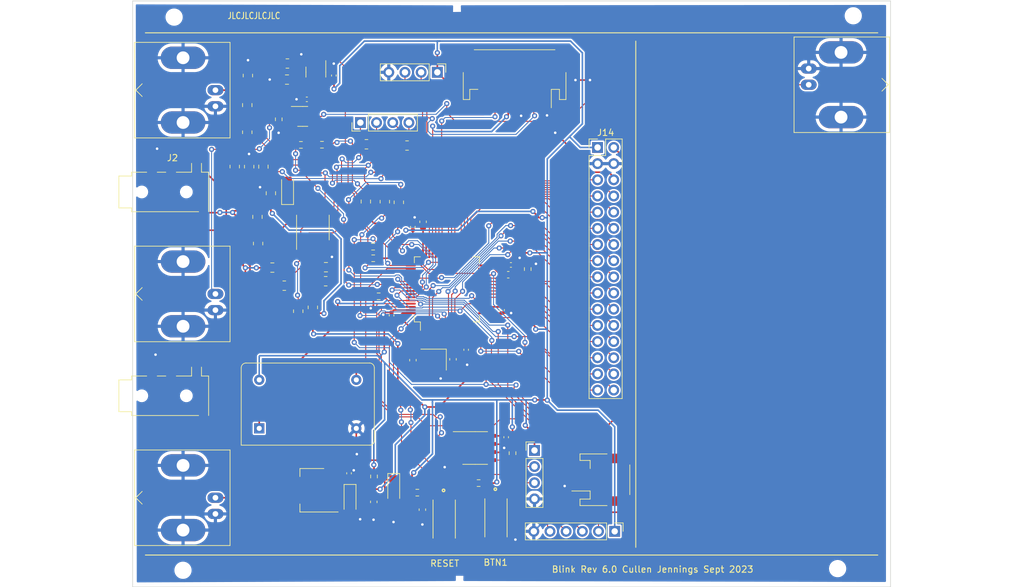
<source format=kicad_pcb>
(kicad_pcb (version 20221018) (generator pcbnew)
  (title_block (title "Blinky V4") (date "2023-07-04") (company "Cullen Jennings"))
  (layers (0 "F.Cu" signal) (31 "B.Cu" power) (34 "B.Paste" user) (35 "F.Paste" user) (36 "B.SilkS" user "B.Silkscreen") (37 "F.SilkS" user "F.Silkscreen") (38 "B.Mask" user) (39 "F.Mask" user) (44 "Edge.Cuts" user))
  (net 0 "")
  (net 1 "+3.3V")
  (net 2 "/AUX_CLK")
  (net 3 "/AUX_GPS_PPS")
  (net 4 "/OSC_ADJ")
  (net 5 "/HSE_OUT")
  (net 6 "/HSE_IN")
  (net 7 "/GPS_PPS")
  (net 8 "+3.3VA")
  (net 9 "/LEDM3")
  (net 10 "/LEDM1")
  (net 11 "/LEDM2")
  (net 12 "/AUD_OUT")
  (net 13 "Net-(C7-Pad1)")
  (net 14 "/Mic")
  (net 15 "/BOOT1")
  (net 16 "/COL5")
  (net 17 "/COL4")
  (net 18 "/COL3")
  (net 19 "/COL2")
  (net 20 "/COL1")
  (net 21 "GND")
  (net 22 "/LEDH")
  (net 23 "/ROW4")
  (net 24 "/ROW3")
  (net 25 "/ROW2")
  (net 26 "/ROW1")
  (net 27 "/LEDG")
  (net 28 "/LEDE")
  (net 29 "/LEDD")
  (net 30 "/LEDC")
  (net 31 "/LEDB")
  (net 32 "/SWDIO")
  (net 33 "/SWDCLK")
  (net 34 "/LEDA")
  (net 35 "/LEDF")
  (net 36 "/USB_RX")
  (net 37 "/USB_TX")
  (net 38 "/SCL")
  (net 39 "/AUD_IN")
  (net 40 "/DB1")
  (net 41 "/DB2")
  (net 42 "/DB3")
  (net 43 "/SDA")
  (net 44 "/NRST")
  (net 45 "/BOOT0")
  (net 46 "/GPS_RX1")
  (net 47 "/GPS_TX1")
  (net 48 "SYNC_IN")
  (net 49 "SYNC_OUT")
  (net 50 "Net-(C8-Pad1)")
  (net 51 "+6V")
  (net 52 "/Left")
  (net 53 "Net-(U2A-+)")
  (net 54 "Net-(J12-In)")
  (net 55 "/CLK")
  (net 56 "/SYNC_MON")
  (net 57 "Net-(J4-In)")
  (net 58 "/ROW5")
  (net 59 "/ROW8")
  (net 60 "/ROW7")
  (net 61 "/ROW6")
  (net 62 "/BTN1")
  (net 63 "/AUX_SYNC_MON")
  (net 64 "Net-(J11-In)")
  (net 65 "SYNC_IN2")
  (net 66 "Net-(C13-Pad2)")
  (net 67 "Net-(U4-VCAP_1)")
  (net 68 "Net-(J10-Pin_4)")
  (net 69 "Net-(U4-VCAP_2)")
  (net 70 "/Right")
  (net 71 "Net-(U2B--)")
  (net 72 "Net-(J10-Pin_1)")
  (net 73 "Net-(J10-Pin_2)")
  (net 74 "Net-(J10-Pin_3)")
  (net 75 "Net-(J13-In)")
  (net 76 "Net-(R24-Pad1)")
  (net 77 "Net-(R28-Pad2)")
  (net 80 "Net-(C26-Pad1)")
  (footprint "Capacitor_SMD:C_0603_1608Metric" (layer "F.Cu") (at 161.303029 94.264457 -90)
    (fp_text reference "C11" hide)
    (fp_text value "33pF" hide)
  )
  (footprint "Capacitor_SMD:C_0402_1005Metric" (layer "F.Cu") (at 163.36537 92.767673 -90)
    (fp_text reference "C22" hide)
    (fp_text value "100nF")
  )
  (footprint "Resistor_SMD:R_0603_1608Metric" (layer "F.Cu") (at 165.325 113.7 180)
    (fp_text reference "R12" hide)
    (fp_text value "1K5")
  )
  (footprint "Package_TO_SOT_SMD:SOT-23-5" (layer "F.Cu") (at 139.767963 49.162526 -90)
    (fp_text reference "U5" hide)
    (fp_text value "SN74LVC1G14DBV" hide)
  )
  (footprint "Resistor_SMD:R_0805_2012Metric" (layer "F.Cu") (at 135.302384 47.816646 180)
    (fp_text reference "R24" hide)
    (fp_text value "200R" hide)
  )
  (footprint "Resistor_SMD:R_0805_2012Metric" (layer "F.Cu") (at 139.3 86.1125 -90)
    (fp_text reference "R3" hide)
    (fp_text value "47k")
  )
  (footprint "Capacitor_SMD:C_0805_2012Metric" (layer "F.Cu") (at 135.235694 50.343255)
    (fp_text reference "C25" hide)
    (fp_text value "47pF")
  )
  (footprint "MountingHole:MountingHole_2.2mm_M2" (layer "F.Cu") (at 221.69363 127.127377 90)
    (fp_text reference "H5" hide)
    (fp_text value "M2" hide)
  )
  (footprint "Crystal:Crystal_SMD_3225-4Pin_3.2x2.5mm" (layer "F.Cu") (at 158.248131 94.317514 180)
    (fp_text reference "Y1" hide)
    (fp_text value "16MHz " hide)
  )
  (footprint "Resistor_SMD:R_0805_2012Metric" (layer "F.Cu") (at 141.3125 82 180)
    (fp_text reference "R4" hide)
    (fp_text value "47k")
  )
  (footprint "Connector_PinHeader_2.54mm:PinHeader_2x16_P2.54mm_Vertical" (layer "F.Cu") (at 184 61)
    (fp_text reference "J14")
    (fp_text value "Conn_02x16_Odd_Even")
  )
  (footprint "Resistor_SMD:R_0805_2012Metric" (layer "F.Cu") (at 152.8 69.6125 90)
    (fp_text reference "R19" hide)
    (fp_text value "560R")
  )
  (footprint "Capacitor_Tantalum_SMD:CP_EIA-3216-18_Kemet-A" (layer "F.Cu") (at 145.136094 116.223745 -90)
    (fp_text reference "C3" hide)
    (fp_text value "10uF")
  )
  (footprint "Connector_JST:JST_PH_S6B-PH-SM4-TB_1x06-1MP_P2.00mm_Horizontal" (layer "F.Cu") (at 170.97414 50.169153 180)
    (fp_text reference "J8" hide)
    (fp_text value "Conn_01x06")
  )
  (footprint "Connector_JST:JST_PH_S2B-PH-SM4-TB_1x02-1MP_P2.00mm_Horizontal" (layer "F.Cu") (at 184.55176 113.178632 90)
    (fp_text reference "J1" hide)
    (fp_text value "Conn_01x02" hide)
  )
  (footprint "blinky_footprints:SW_147873-2" (layer "F.Cu") (at 168.049761 119.158237 -90)
    (fp_text reference "S2" hide)
    (fp_text value "147873-2")
  )
  (footprint "Package_TO_SOT_SMD:SOT-23-5" (layer "F.Cu") (at 137.704936 56.122486)
    (fp_text reference "U6" hide)
    (fp_text value "SN74LVC1G14DBV" hide)
  )
  (footprint "Connector_PinHeader_2.54mm:PinHeader_1x06_P2.54mm_Vertical" (layer "F.Cu") (at 186.690464 121.276121 -90)
    (fp_text reference "J7" hide)
    (fp_text value "Conn_01x06_Pin" hide)
  )
  (footprint "Capacitor_SMD:C_0402_1005Metric" (layer "F.Cu") (at 169.006009 86.528826 -90)
    (fp_text reference "C12" hide)
    (fp_text value "100nF")
  )
  (footprint "Connector_PinHeader_2.54mm:PinHeader_1x04_P2.54mm_Vertical" (layer "F.Cu") (at 158.84 49.2 -90)
    (fp_text reference "J6" hide)
    (fp_text value "Conn_01x04_Pin" hide)
  )
  (footprint "Capacitor_SMD:C_0603_1608Metric" (layer "F.Cu") (at 156.6 72.675 -90)
    (fp_text reference "C19" hide)
    (fp_text value "2.2uF")
  )
  (footprint "Resistor_SMD:R_0805_2012Metric" (layer "F.Cu") (at 129.1 49.7125 90)
    (fp_text reference "R13" hide)
    (fp_text value "560R")
  )
  (footprint "blinky_footprints:SW_147873-2" (layer "F.Cu") (at 159.919065 119.348568 -90)
    (fp_text reference "S1" hide)
    (fp_text value "147873-2")
  )
  (footprint "Capacitor_SMD:C_0805_2012Metric" (layer "F.Cu") (at 141.35 79.8 180)
    (fp_text reference "C9" hide)
    (fp_text value "0.1uF")
  )
  (footprint "Connector_PinHeader_2.54mm:PinHeader_1x04_P2.54mm_Vertical" (layer "F.Cu") (at 146.76 57.1 90)
    (fp_text reference "J10" hide)
    (fp_text value "Conn_01x04_Pin")
  )
  (footprint "Capacitor_Tantalum_SMD:CP_EIA-3216-18_Kemet-A" (layer "F.Cu") (at 151.998076 114.511714 -90)
    (fp_text reference "C2" hide)
    (fp_text value "10uF")
  )
  (footprint "Package_TO_SOT_SMD:SOT-223-3_TabPin2" (layer "F.Cu") (at 139.173781 114.828555 180)
    (fp_text reference "U1" hide)
    (fp_text value "AMS1117-3.3" hide)
  )
  (footprint "Capacitor_SMD:C_0402_1005Metric" (layer "F.Cu") (at 144.97611 112.162498 -90)
    (fp_text reference "C1" hide)
    (fp_text value "100nF")
  )
  (footprint "Resistor_SMD:R_0805_2012Metric" (layer "F.Cu") (at 129.296421 64.0125 -90)
    (fp_text reference "R11" hide)
    (fp_text value "47k")
  )
  (footprint "Connector_PinHeader_2.54mm:PinHeader_1x04_P2.54mm_Vertical" (layer "F.Cu") (at 174.097349 108.564996)
    (fp_text reference "J5" hide)
    (fp_text value "Conn_01x04_Pin" hide)
  )
  (footprint "Capacitor_SMD:C_0402_1005Metric" (layer "F.Cu") (at 169.648461 106.496086 90)
    (fp_text reference "C20" hide)
    (fp_text value "100nF")
  )
  (footprint "blinky_footprints:Jack_3.5mm_PJ320D_Horizontal-CJ" (layer "F.Cu") (at 118 68)
    (fp_text reference "J2")
    (fp_text value "PJ-320D")
  )
  (footprint "Capacitor_SMD:C_0603_1608Metric" (layer "F.Cu") (at 156.5 117.875 -90)
    (fp_text reference "C10" hide)
    (fp_text value "100nF")
  )
  (footprint "Capacitor_SMD:C_0805_2012Metric" (layer "F.Cu") (at 131.535747 64.017831 -90)
    (fp_text reference "C17" hide)
    (fp_text value "0.1uF")
  )
  (footprint "Capacitor_SMD:C_0603_1608Metric" (layer "F.Cu") (at 148.865005 116.651225 90)
    (fp_text reference "C4" hide)
    (fp_text value "100nF")
  )
  (footprint "Resistor_SMD:R_0805_2012Metric" (layer "F.Cu") (at 129 58.6125 -90)
    (fp_text reference "R6" hide)
    (fp_text value "10K")
  )
  (footprint "Resistor_SMD:R_0805_2012Metric" (layer "F.Cu") (at 150.6 69.5125 90)
    (fp_text reference "R1" hide)
    (fp_text value "560R")
  )
  (footprint "Package_SO:SOIC-8_3.9x4.9mm_P1.27mm" (layer "F.Cu") (at 164.780643 108.190643)
    (fp_text reference "U3" hide)
    (fp_text value "M24C02-RMN")
  )
  (footprint "Package_QFP:LQFP-64_10x10mm_P0.5mm" (layer "F.Cu") (at 160.340364 83.278819 90)
    (fp_text reference "U4" hide)
    (fp_text value "STM32F405RGTx" hide)
  )
  (footprint "Resistor_SMD:R_0805_2012Metric" (layer "F.Cu") (at 154.0875 60.7)
    (fp_text reference "R7" hide)
    (fp_text value "10R")
  )
  (footprint "Oscillator:Oscillator_DIP-14" (layer "F.Cu") (at 130.88 105.11)
    (fp_text reference "X1" hide)
    (fp_text value "GTXO-14V (2.048MHz)" hide)
  )
  (footprint "Resistor_SMD:R_0603_1608Metric" (layer "F.Cu") (at 133.940404 56.581271 -90)
    (fp_text reference "R23" hide)
    (fp_text value "1K0")
  )
  (footprint "Resistor_SMD:R_0603_1608Metric" (layer "F.Cu") (at 148.775 78.4)
    (fp_text reference "R17" hide)
    (fp_text value "1K0")
  )
  (footprint "Capacitor_SMD:C_0402_1005Metric" (layer "F.Cu") (at 151.655273 87.375109 90)
    (fp_text reference "C18" hide)
    (fp_text value "100nF")
  )
  (footprint "Package_SO:SOIC-8_3.9x4.9mm_P1.27mm" (layer "F.Cu") (at 139.305 73.575 90)
    (fp_text reference "U2" hide)
    (fp_text value "AD8397")
  )
  (footprint "Capacitor_SMD:C_0805_2012Metric" (layer "F.Cu") (at 129 54.35 -90)
    (fp_text reference "C13" hide)
    (fp_text value "10uF")
  )
  (footprint "Resistor_SMD:R_0805_2012Metric" (layer "F.Cu") (at 137 86.7125 90)
    (fp_text reference "R16" hide)
    (fp_text value "560R")
  )
  (footprint "Capacitor_SMD:C_0603_1608Metric" (layer "F.Cu") (at 155.010932 94.395483 90)
    (fp_text reference "C14" hide)
    (fp_text value "33pF" hide)
  )
  (footprint "blinky_footprints:Jack_3.5mm_PJ320D_Horizontal-CJ" (layer "F.Cu") (at 118 100)
    (fp_text reference "J3" hide)
    (fp_text value "PJ-320D")
  )
  (footprint "MountingHole:MountingHole_2.2mm_M2" (layer "F.Cu") (at 117.513825 40.538568 90)
    (fp_text reference "H1" hide)
    (fp_text value "M2" hide)
  )
  (footprint "Capacitor_SMD:C_0805_2012Metric" (layer "F.Cu") (at 132.711843 68.187506 -90)
    (fp_text reference "C6" hide)
    (fp_text value "0.1uF")
  )
  (footprint "Resistor_SMD:R_0603_1608Metric" (layer "F.Cu") (at 170.648461 109.001086 -90)
    (fp_text reference "R15" hide)
    (fp_text value "1K5")
  )
  (footprint "Capacitor_SMD:C_0603_1608Metric" (layer "F.Cu") (at 169.974471 80.987211 180)
    (fp_text reference "C16" hide)
    (fp_text value "2.2uF")
  )
  (footprint "Capacitor_SMD:C_0402_1005Metric" (layer "F.Cu") (at 142.594854 49.70697 90)
    (fp_text reference "C23" hide)
    (fp_text value "100nF" hide)
  )
  (footprint "blinky_footprints:BNC_Amphenol_B6252HB-NPP3G-50_Horizontal-CJ" (layer "F.Cu") (at 121.5 52 90)
    (fp_text reference "J11" hide)
    (fp_text value "KH-BNC50-3511")
  )
  (footprint "Capacitor_SMD:C_0402_1005Metric" (layer "F.Cu") (at 138.349689 53.450551 180)
    (fp_text reference "C24" hide)
    (fp_text value "100nF" hide)
  )
  (footprint "Capacitor_SMD:C_0805_2012Metric" (layer "F.Cu") (at 130.6 71.9 90)
    (fp_text reference "C7" hide)
    (fp_text value "10uF")
  )
  (footprint "Resistor_SMD:R_0603_1608Metric" (layer "F.Cu") (at 137.425 60.6)
    (fp_text reference "R28" hide)
    (fp_text value "1K0")
  )
  (footprint "Resistor_SMD:R_0603_1608Metric" (layer "F.Cu") (at 148.757504 76.579144)
    (fp_text reference "R20" hide)
    (fp_text value "1K0")
  )
  (footprint "Resistor_SMD:R_0603_1608Metric" (layer "F.Cu") (at 149.63233 84.374444 180)
    (fp_text reference "R14" hide)
    (fp_text value "4K7" hide)
  )
  (footprint "Resistor_SMD:R_0805_2012Metric" (layer "F.Cu") (at 130.7 76.0875 -90)
    (fp_text reference "R2" hide)
    (fp_text value "560R")
  )
  (footprint "MountingHole:MountingHole_2.2mm_M2" (layer "F.Cu") (at 118.908606 127.389757 90)
    (fp_text reference "H4" hide)
    (fp_text value "M2" hide)
  )
  (footprint "Capacitor_SMD:C_0805_2012Metric" (layer "F.Cu") (at 147.62 69.4925 90)
    (fp_text reference "C26" hide)
    (fp_text value "10uF")
  )
  (footprint "Resistor_SMD:R_0603_1608Metric" (layer "F.Cu") (at 173.03592 80.097238 -90)
    (fp_text reference "R18" hide)
    (fp_text value "4K7")
  )
  (footprint "Resistor_SMD:R_0805_2012Metric" (layer "F.Cu") (at 127.029537 64.001699 90)
    (fp_text reference "R10" hide)
    (fp_text value "47k")
  )
  (footprint "Capacitor_Tantalum_SMD:CP_EIA-3216-18_Kemet-A" (layer "F.Cu") (at 135.329034 67.65 90)
    (fp_text reference "C5" hide)
    (fp_text value "10uF")
  )
  (footprint "Capacitor_SMD:C_0402_1005Metric" (layer "F.Cu") (at 170.395817 79.449323)
    (fp_text reference "C15" hide)
    (fp_text value "100nF")
  )
  (footprint "blinky_footprints:BNC_Amphenol_B6252HB-NPP3G-50_Horizontal-CJ" (layer "F.Cu") (at 219.652288 51.154859 -90)
    (fp_text reference "J4" hide)
    (fp_text value "KH-BNC50-3511")
  )
  (footprint "blinky_footprints:BNC_Amphenol_B6252HB-NPP3G-50_Horizontal-CJ" (layer "F.Cu") (at 121.5 84 90)
    (fp_text reference "J12" hide)
    (fp_text value "KH-BNC50-3511")
  )
  (footprint "Resistor_SMD:R_0603_1608Metric" (layer "F.Cu") (at 148.898972 112.658256 -90)
    (fp_text reference "FB1" hide)
    (fp_text value "120Ω@100MHz " hide)
  )
  (footprint "Resistor_SMD:R_0603_1608Metric" (layer "F.Cu") (at 140.728717 60.570709 180)
    (fp_text reference "R29" hide)
    (fp_text value "1K0")
  )
  (footprint "Resistor_SMD:R_0805_2012Metric" (layer "F.Cu") (at 134.8125 82.7 180)
    (fp_text reference "R5" hide)
    (fp_text value "1K")
  )
  (footprint "Capacitor_SMD:C_0402_1005Metric" (layer "F.Cu") (at 154.998403 73.481035 90)
    (fp_text reference "C21" hide)
    (fp_text value "100nF")
  )
  (footprint "Resistor_SMD:R_0805_2012Metric" (layer "F.Cu") (at 147.7125 60.5 180)
    (fp_text reference "R8" hide)
    (fp_text value "100K")
  )
  (footprint "Resistor_SMD:R_0603_1608Metric" (layer "F.Cu") (at 155.7 115.2)
    (fp_text reference "R9" hide)
    (fp_text value "4K7")
  )
  (footprint "MountingHole:MountingHole_2.2mm_M2" (layer "F.Cu") (at 224.148165 40.323299 90)
    (fp_text reference "H3" hide)
    (fp_text value "M2" hide)
  )
  (footprint "Capacitor_SMD:C_0805_2012Metric" (layer "F.Cu") (at 132.935954 79.86063 180)
    (fp_text reference "C8" hide)
    (fp_text value "10uF")
  )
  (footprint "blinky_footprints:BNC_Amphenol_B6252HB-NPP3G-50_Horizontal-CJ" (layer "F.Cu") (at 121.5 116 90)
    (fp_text reference "J13" hide)
    (fp_text value "KH-BNC50-3511")
  )
  (gr_line (start 113 43) (end 228 43) (stroke (width 0.15)) (layer "F.SilkS"))
  (gr_line (start 190 44.307583) (end 190 123.785345) (stroke (width 0.15)) (layer "F.SilkS"))
  (gr_line (start 113 125) (end 228 125) (stroke (width 0.15)) (layer "F.SilkS"))
  (gr_line (start 230 130) (end 111 130) (stroke (width 0.1)) (layer "Edge.Cuts"))
  (gr_line (start 111 38) (end 230 38) (stroke (width 0.1)) (layer "Edge.Cuts"))
  (gr_line (start 230 38) (end 230 130) (stroke (width 0.1)) (layer "Edge.Cuts"))
  (gr_line (start 111 38) (end 111 130) (stroke (width 0.1)) (layer "Edge.Cuts"))
  (gr_text "Blink Rev 6.0 Cullen Jennings Sept 2023" (at 176.739349 127.829283) (layer "F.SilkS") (effects (font (size 1 1)) (justify left bottom)))
  (gr_text "JLCJLCJLCJLC" (at 125.838388 40.904035) (layer "F.SilkS") (effects (font (size 1 0.8)) (justify left bottom)))
  (gr_text "BTN1" (at 166.019173 126.744466) (layer "F.SilkS") (effects (font (size 1 1)) (justify left bottom)))
  (gr_text "RESET\n" (at 157.642866 126.897808) (layer "F.SilkS") (effects (font (size 1 1)) (justify left bottom)))
  (segment (start 171.091158 86.038756) (end 169.816705 86.038756) (width 0.25) (layer "F.Cu") (net 1))
  (segment (start 152.525463 87.855109) (end 152.845037 87.535535) (width 0.25) (layer "F.Cu") (net 1))
  (segment (start 142.323781 114.828555) (end 145.090904 114.828555) (width 0.25) (layer "F.Cu") (net 1))
  (segment (start 156.126388 74.853677) (end 156.115583 74.864482) (width 0.25) (layer "F.Cu") (net 1))
  (segment (start 161.38501 54.918656) (end 162.309513 55.843159) (width 0.25) (layer "F.Cu") (net 1))
  (segment (start 174.13587 100.638976) (end 176.068963 100.638976) (width 0.25) (layer "F.Cu") (net 1))
  (segment (start 138.829689 55.159739) (end 138.842436 55.172486) (width 0.25) (layer "F.Cu") (net 1))
  (segment (start 154.998403 74.85093) (end 154.984851 74.864482) (width 0.25) (layer "F.Cu") (net 1))
  (segment (start 140.717963 50.300026) (end 142.481798 50.300026) (width 0.25) (layer "F.Cu") (net 1))
  (segment (start 151.655273 87.855109) (end 152.525463 87.855109) (width 0.25) (layer "F.Cu") (net 1))
  (segment (start 174.097349 106.074937) (end 172.650541 104.628129) (width 0.25) (layer "F.Cu") (net 1))
  (segment (start 168.008438 113.7) (end 168.178603 113.529835) (width 0.25) (layer "F.Cu") (net 1))
  (segment (start 169.915817 79.449323) (end 169.836321 79.528819) (width 0.25) (layer "F.Cu") (net 1))
  (segment (start 156.590364 77.603819) (end 156.590364 75.317653) (width 0.25) (layer "F.Cu") (net 1))
  (segment (start 169.648461 106.016086) (end 169.108461 106.016086) (width 0.25) (layer "F.Cu") (net 1))
  (segment (start 166.015364 86.028819) (end 168.231042 86.028819) (width 0.25) (layer "F.Cu") (net 1))
  (segment (start 152.845037 87.535535) (end 153.36221 87.018362) (width 0.25) (layer "F.Cu") (net 1))
  (segment (start 142.615917 50.208033) (end 142.594854 50.18697) (width 0.25) (layer "F.Cu") (net 1))
  (segment (start 148.898972 110.863583) (end 148.871281 110.835892) (width 0.25) (layer "F.Cu") (net 1))
  (segment (start 169.915817 78.845204) (end 169.915817 79.449323) (width 0.25) (layer "F.Cu") (net 1))
  (segment (start 142.481798 50.300026) (end 142.594854 50.18697) (width 0.25) (layer "F.Cu") (net 1))
  (segment (start 156.181693 90.396604) (end 155.706106 90.396604) (width 0.25) (layer "F.Cu") (net 1))
  (segment (start 154.875 115.2) (end 154.875 112.317933) (width 0.25) (layer "F.Cu") (net 1))
  (segment (start 147.247827 112.254186) (end 147.247827 114.204983) (width 0.25) (layer "F.Cu") (net 1))
  (segment (start 174.097349 108.564996) (end 174.097349 106.074937) (width 0.25) (layer "F.Cu") (net 1))
  (segment (start 161.38501 51.74501) (end 161.38501 54.918656) (width 0.25) (layer "F.Cu") (net 1))
  (segment (start 170.648461 104.912165) (end 170.617629 104.881333) (width 0.25) (layer "F.Cu") (net 1))
  (segment (start 176.068963 100.638976) (end 176.107625 100.677638) (width 0.25) (layer "F.Cu") (net 1))
  (segment (start 169.816705 86.038756) (end 169.806635 86.048826) (width 0.25) (layer "F.Cu") (net 1))
  (segment (start 170.648461 106.076086) (end 170.648461 104.912165) (width 0.25) (layer "F.Cu") (net 1))
  (segment (start 148.898972 111.833256) (end 147.668757 111.833256) (width 0.25) (layer "F.Cu") (net 1))
  (segment (start 145.090904 114.828555) (end 145.136094 114.873745) (width 0.25) (layer "F.Cu") (net 1))
  (segment (start 169.648461 106.016086) (end 169.65607 106.016086) (width 0.25) (layer "F.Cu") (net 1))
  (segment (start 138.829689 53.450551) (end 138.829689 55.159739) (width 0.25) (layer "F.Cu") (net 1))
  (segment (start 168.251049 86.048826) (end 168.231042 86.028819) (width 0.25) (layer "F.Cu") (net 1))
  (segment (start 146.572447 114.880363) (end 145.142712 114.880363) (width 0.25) (layer "F.Cu") (net 1))
  (segment (start 148.898972 111.833256) (end 148.898972 110.863583) (width 0.25) (layer "F.Cu") (net 1))
  (segment (start 169.006009 86.048826) (end 168.251049 86.048826) (width 0.25) (layer "F.Cu") (net 1))
  (segment (start 138.829689 53.450551) (end 138.829689 52.728888) (width 0.25) (layer "F.Cu") (net 1))
  (segment (start 136.023781 114.828555) (end 142.323781 114.828555) (width 0.25) (layer "F.Cu") (net 1))
  (segment (start 154.9634 73.996038) (end 154.998403 73.961035) (width 0.25) (layer "F.Cu") (net 1))
  (segment (start 169.71607 106.076086) (end 170.648461 106.076086) (width 0.25) (layer "F.Cu") (net 1))
  (segment (start 156.590364 75.317653) (end 156.126388 74.853677) (width 0.25) (layer "F.Cu") (net 1))
  (segment (start 155.706106 90.396604) (end 152.845037 87.535535) (width 0.25) (layer "F.Cu") (net 1))
  (segment (start 171.20717 77.553851) (end 169.915817 78.845204) (width 0.25) (layer "F.Cu") (net 1))
  (segment (start 154.984851 74.864482) (end 156.115583 74.864482) (width 0.25) (layer "F.Cu") (net 1))
  (segment (start 169.108461 106.016086) (end 168.838904 106.285643) (width 0.25) (layer "F.Cu") (net 1))
  (segment (start 153.36221 87.018362) (end 153.372667 87.028819) (width 0.25) (layer "F.Cu") (net 1))
  (segment (start 153.9 73.996038) (end 154.9634 73.996038) (width 0.25) (layer "F.Cu") (net 1))
  (segment (start 142.62011 51.813241) (end 142.615917 51.809048) (width 0.25) (layer "F.Cu") (net 1))
  (segment (start 170.648461 106.076086) (end 170.648461 108.176086) (width 0.25) (layer "F.Cu") (net 1))
  (segment (start 140.271882 52.3251) (end 140.733396 51.863586) (width 0.25) (layer "F.Cu") (net 1))
  (segment (start 145.142712 114.880363) (end 145.136094 114.873745) (width 0.25) (layer "F.Cu") (net 1))
  (segment (start 156.590364 89.987933) (end 156.181693 90.396604) (width 0.25) (layer "F.Cu") (net 1))
  (segment (start 174.829383 72.022232) (end 173.855111 71.04796) (width 0.25) (layer "F.Cu") (net 1))
  (segment (start 154.998403 73.961035) (end 154.998403 74.85093) (width 0.25) (layer "F.Cu") (net 1))
  (segment (start 175.311172 72.022232) (end 174.829383 72.022232) (width 0.25) (layer "F.Cu") (net 1))
  (segment (start 147.668757 111.833256) (end 147.247827 112.254186) (width 0.25) (layer "F.Cu") (net 1))
  (segment (start 169.65607 106.016086) (end 169.71607 106.076086) (width 0.25) (layer "F.Cu") (net 1))
  (segment (start 138.829689 52.728888) (end 139.233477 52.3251) (width 0.25) (layer "F.Cu") (net 1))
  (segment (start 174.28636 89.532753) (end 174.28636 89.233958) (width 0.25) (layer "F.Cu") (net 1))
  (segment (start 173.36719 77.553851) (end 171.20717 77.553851) (width 0.25) (layer "F.Cu") (net 1))
  (segment (start 162.309513 55.843159) (end 166.06028 55.843159) (width 0.25) (layer "F.Cu") (net 1))
  (segment (start 140.733396 51.863586) (end 140.733396 50.315459) (width 0.25) (layer "F.Cu") (net 1))
  (segment (start 156.590364 88.953819) (end 156.590364 89.987933) (width 0.25) (layer "F.Cu") (net 1))
  (segment (start 150.51365 88.996732) (end 150.51365 93.11253) (width 0.25) (layer "F.Cu") (net 1))
  (segment (start 154.875 112.317933) (end 155.138156 112.054777) (width 0.25) (layer "F.Cu") (net 1))
  (segment (start 166.06028 53.105293) (end 165.97414 53.019153) (width 0.25) (layer "F.Cu") (net 1))
  (segment (start 166.015364 79.528819) (end 169.836321 79.528819) (width 0.25) (layer "F.Cu") (net 1))
  (segment (start 142.615917 51.809048) (end 142.615917 50.208033) (width 0.25) (layer "F.Cu") (net 1))
  (segment (start 158.84 46.128213) (end 158.84 49.2) (width 0.25) (layer "F.Cu") (net 1))
  (segment (start 151.655273 87.855109) (end 150.51365 88.996732) (width 0.25) (layer "F.Cu") (net 1))
  (segment (start 139.233477 52.3251) (end 140.271882 52.3251) (width 0.25) (layer "F.Cu") (net 1))
  (segment (start 158.84 49.2) (end 161.38501 51.74501) (width 0.25) (layer "F.Cu") (net 1))
  (segment (start 153.372667 87.028819) (end 154.665364 87.028819) (width 0.25) (layer "F.Cu") (net 1))
  (segment (start 174.28636 89.233958) (end 171.091158 86.038756) (width 0.25) (layer "F.Cu") (net 1))
  (segment (start 166.06028 55.843159) (end 166.06028 53.105293) (width 0.25) (layer "F.Cu") (net 1))
  (segment (start 169.806635 86.048826) (end 169.006009 86.048826) (width 0.25) (layer "F.Cu") (net 1))
  (segment (start 168.838904 106.285643) (end 167.255643 106.285643) (width 0.25) (layer "F.Cu") (net 1))
  (segment (start 140.733396 50.315459) (end 140.717963 50.300026) (width 0.25) (layer "F.Cu") (net 1))
  (segment (start 166.15 113.7) (end 168.008438 113.7) (width 0.25) (layer "F.Cu") (net 1))
  (segment (start 147.247827 114.204983) (end 146.572447 114.880363) (width 0.25) (layer "F.Cu") (net 1))
  (via (at 176.107625 100.677638) (size 0.8) (drill 0.4) (layers "F.Cu" "B.Cu") (net 1))
  (via (at 174.13587 100.638976) (size 0.8) (drill 0.4) (layers "F.Cu" "B.Cu") (net 1))
  (via (at 158.84 46.128213) (size 0.8) (drill 0.4) (layers "F.Cu" "B.Cu") (net 1))
  (via (at 172.650541 104.628129) (size 0.8) (drill 0.4) (layers "F.Cu" "B.Cu") (net 1))
  (via (at 173.36719 77.553851) (size 0.8) (drill 0.4) (layers "F.Cu" "B.Cu") (net 1))
  (via (at 173.855111 71.04796) (size 0.8) (drill 0.4) (layers "F.Cu" "B.Cu") (net 1))
  (via (at 142.62011 51.813241) (size 0.8) (drill 0.4) (layers "F.Cu" "B.Cu") (net 1))
  (via (at 175.311172 72.022232) (size 0.8) (drill 0.4) (layers "F.Cu" "B.Cu") (net 1))
  (via (at 153.9 73.996038) (size 0.8) (drill 0.4) (layers "F.Cu" "B.Cu") (net 1))
  (via (at 150.51365 93.11253) (size 0.8) (drill 0.4) (layers "F.Cu" "B.Cu") (net 1))
  (via (at 174.28636 89.532753) (size 0.8) (drill 0.4) (layers "F.Cu" "B.Cu") (net 1))
  (via (at 170.617629 104.881333) (size 0.8) (drill 0.4) (layers "F.Cu" "B.Cu") (net 1))
  (via (at 155.138156 112.054777) (size 0.8) (drill 0.4) (layers "F.Cu" "B.Cu") (net 1))
  (via (at 168.178603 113.529835) (size 0.8) (drill 0.4) (layers "F.Cu" "B.Cu") (net 1))
  (via (at 148.871281 110.835892) (size 0.8) (drill 0.4) (layers "F.Cu" "B.Cu") (net 1))
  (segment (start 168.178603 113.529835) (end 168.178603 100.684088) (width 0.25) (layer "B.Cu") (net 1))
  (segment (start 186.690464 104.866708) (end 186.690464 121.276121) (width 0.25) (layer "B.Cu") (net 1))
  (segment (start 142.62011 51.813241) (end 143.513229 50.920122) (width 0.25) (layer "B.Cu") (net 1))
  (segment (start 149.867472 93.758708) (end 150.51365 93.11253) (width 0.25) (layer "B.Cu") (net 1))
  (segment (start 148.871281 105.447941) (end 150.56587 103.753352) (width 0.25) (layer "B.Cu") (net 1))
  (segment (start 173.37787 77.543171) (end 176.107625 77.543171) (width 0.25) (layer "B.Cu") (net 1))
  (segment (start 176.107625 62.794139) (end 179.62228 59.279484) (width 0.25) (layer "B.Cu") (net 1))
  (segment (start 155.138156 112.054777) (end 158.084273 109.10866) (width 0.25) (layer "B.Cu") (net 1))
  (segment (start 173.36719 77.553851) (end 173.37787 77.543171) (width 0.25) (layer "B.Cu") (net 1))
  (segment (start 149.867472 94.090052) (end 149.867472 93.758708) (width 0.25) (layer "B.Cu") (net 1))
  (segment (start 174.28636 89.532753) (end 176.107625 89.532753) (width 0.25) (layer "B.Cu") (net 1))
  (segment (start 158.084273 109.10866) (end 158.084273 101.096655) (width 0.25) (layer "B.Cu") (net 1))
  (segment (start 176.107625 100.677638) (end 177.678994 102.249007) (width 0.25) (layer "B.Cu") (net 1))
  (segment (start 181.620616 57.281148) (end 179.62228 59.279484) (width 0.25) (layer "B.Cu") (net 1))
  (segment (start 150.56587 94.788449) (end 156.416396 100.638976) (width 0.25) (layer "B.Cu") (net 1))
  (segment (start 158.07885 100.638976) (end 168.133491 100.638976) (width 0.25) (layer "B.Cu") (net 1))
  (segment (start 162.106868 73.996038) (end 165.054946 71.04796) (width 0.25) (layer "B.Cu") (net 1))
  (segment (start 153.9 73.996038) (end 162.106868 73.996038) (width 0.25) (layer "B.Cu") (net 1))
  (segment (start 176.107625 77.543171) (end 176.107625 89.20906) (width 0.25) (layer "B.Cu") (net 1))
  (segment (start 179.758893 44.296634) (end 181.620616 46.158357) (width 0.25) (layer "B.Cu") (net 1))
  (segment (start 143.513229 48.175775) (end 147.39237 44.296634) (width 0.25) (layer "B.Cu") (net 1))
  (segment (start 130.88 93.812156) (end 130.997621 93.694535) (width 0.25) (layer "B.Cu") (net 1))
  (segment (start 156.416396 100.638976) (end 158.07885 100.638976) (width 0.25) (layer "B.Cu") (net 1))
  (segment (start 165.054946 71.04796) (end 173.855111 71.04796) (width 0.25) (layer "B.Cu") (net 1))
  (segment (start 147.39237 44.296634) (end 159.256758 44.296634) (width 0.25) (layer "B.Cu") (net 1))
  (segment (start 172.78948 104.48919) (end 172.78948 100.638976) (width 0.25) (layer "B.Cu") (net 1))
  (segment (start 176.092486 72.022232) (end 176.107625 72.007093) (width 0.25) (layer "B.Cu") (net 1))
  (segment (start 177.678994 102.249007) (end 184.072763 102.249007) (width 0.25) (layer "B.Cu") (net 1))
  (segment (start 158.84 46.128213) (end 158.84 44.296634) (width 0.25) (layer "B.Cu") (net 1))
  (segment (start 170.617629 100.644614) (end 170.611991 100.638976) (width 0.25) (layer "B.Cu") (net 1))
  (segment (start 168.178603 100.684088) (end 168.133491 100.638976) (width 0.25) (layer "B.Cu") (net 1))
  (segment (start 130.88 97.49) (end 130.88 93.812156) (width 0.25) (layer "B.Cu") (net 1))
  (segment (start 181.620616 46.158357) (end 181.620616 57.281148) (width 0.25) (layer "B.Cu") (net 1))
  (segment (start 170.611991 100.638976) (end 172.78948 100.638976) (width 0.25) (layer "B.Cu") (net 1))
  (segment (start 150.56587 103.753352) (end 150.56587 94.788449) (width 0.25) (layer "B.Cu") (net 1))
  (segment (start 168.133491 100.638976) (end 170.611991 100.638976) (width 0.25) (layer "B.Cu") (net 1))
  (segment (start 184.072763 102.249007) (end 186.690464 104.866708) (width 0.25) (layer "B.Cu") (net 1))
  (segment (start 176.107625 71.900674) (end 176.107625 62.794139) (width 0.25) (layer "B.Cu") (net 1))
  (segment (start 181.283385 61) (end 179.62228 59.338895) (width 0.25) (layer "B.Cu") (net 1))
  (segment (start 158.084273 101.096655) (end 158.07885 101.091232) (width 0.25) (layer "B.Cu") (net 1))
  (segment (start 158.84 44.296634) (end 159.256758 44.296634) (width 0.25) (layer "B.Cu") (net 1))
  (segment (start 159.256758 44.296634) (end 179.758893 44.296634) (width 0.25) (layer "B.Cu") (net 1))
  (segment (start 176.107625 89.20906) (end 176.107625 100.677638) (width 0.25) (layer "B.Cu") (net 1))
  (segment (start 176.107625 71.900674) (end 176.107625 72.007093) (width 0.25) (layer "B.Cu") (net 1))
  (segment (start 175.311172 72.022232) (end 176.092486 72.022232) (width 0.25) (layer "B.Cu") (net 1))
  (segment (start 176.107625 72.007093) (end 176.107625 77.543171) (width 0.25) (layer "B.Cu") (net 1))
  (segment (start 149.867472 94.090052) (end 150.56587 94.788449) (width 0.25) (layer "B.Cu") (net 1))
  (segment (start 170.617629 104.881333) (end 170.617629 100.644614) (width 0.25) (layer "B.Cu") (net 1))
  (segment (start 143.513229 50.920122) (end 143.513229 48.175775) (width 0.25) (layer "B.Cu") (net 1))
  (segment (start 172.78948 100.638976) (end 174.13587 100.638976) (width 0.25) (layer "B.Cu") (net 1))
  (segment (start 130.997621 93.694535) (end 149.471955 93.694535) (width 0.25) (layer "B.Cu") (net 1))
  (segment (start 172.650541 104.628129) (end 172.78948 104.48919) (width 0.25) (layer "B.Cu") (net 1))
  (segment (start 148.871281 110.835892) (end 148.871281 105.447941) (width 0.25) (layer "B.Cu") (net 1))
  (segment (start 158.07885 101.091232) (end 158.07885 100.638976) (width 0.25) (layer "B.Cu") (net 1))
  (segment (start 176.107625 89.532753) (end 176.107625 89.20906) (width 0.25) (layer "B.Cu") (net 1))
  (segment (start 149.471955 93.694535) (end 149.867472 94.090052) (width 0.25) (layer "B.Cu") (net 1))
  (segment (start 184 61) (end 181.283385 61) (width 0.25) (layer "B.Cu") (net 1))
  (segment (start 179.62228 59.338895) (end 179.62228 59.279484) (width 0.25) (layer "B.Cu") (net 1))
  (segment (start 163.590364 89.962878) (end 165.664044 92.036558) (width 0.15) (layer "F.Cu") (net 3))
  (segment (start 163.590364 88.953819) (end 163.590364 89.962878) (width 0.15) (layer "F.Cu") (net 3))
  (segment (start 165.664044 92.036558) (end 165.664044 92.995837) (width 0.15) (layer "F.Cu") (net 3))
  (segment (start 171.62745 93.012584) (end 171.62745 93.076387) (width 0.15) (layer "F.Cu") (net 3))
  (segment (start 171.62745 93.076387) (end 177.651063 99.1) (width 0.15) (layer "F.Cu") (net 3))
  (segment (start 177.651063 99.1) (end 184 99.1) (width 0.15) (layer "F.Cu") (net 3))
  (via (at 171.62745 93.012584) (size 0.8) (drill 0.4) (layers "F.Cu" "B.Cu") (net 3))
  (via (at 165.664044 92.995837) (size 0.8) (drill 0.4) (layers "F.Cu" "B.Cu") (net 3))
  (segment (start 165.664044 92.995837) (end 171.610703 92.995837) (width 0.15) (layer "B.Cu") (net 3))
  (segment (start 171.610703 92.995837) (end 171.62745 93.012584) (width 0.15) (layer "B.Cu") (net 3))
  (segment (start 163.561406 85.528819) (end 166.015364 85.528819) (width 0.15) (layer "F.Cu") (net 4))
  (segment (start 130.88 100.82) (end 130.88 105.11) (width 0.25) (layer "F.Cu") (net 4))
  (segment (start 162.411827 86.678398) (end 163.561406 85.528819) (width 0.15) (layer "F.Cu") (net 4))
  (segment (start 143.207605 88.492395) (end 130.88 100.82) (width 0.25) (layer "F.Cu") (net 4))
  (segment (start 143.2 85.2) (end 143.207605 85.207605) (width 0.25) (layer "F.Cu") (net 4))
  (segment (start 143.207605 85.207605) (end 143.207605 88.492395) (width 0.25) (layer "F.Cu") (net 4))
  (via (at 143.2 85.2) (size 0.8) (drill 0.4) (layers "F.Cu" "B.Cu") (net 4))
  (via (at 162.411827 86.678398) (size 0.8) (drill 0.4) (layers "F.Cu" "B.Cu") (net 4))
  (segment (start 152.524146 86.536962) (end 150.943236 84.956052) (width 0.15) (layer "B.Cu") (net 4))
  (segment (start 143.5 85.5) (end 150.399288 85.5) (width 0.25) (layer "B.Cu") (net 4))
  (segment (start 143.2 85.2) (end 143.5 85.5) (width 0.25) (layer "B.Cu") (net 4))
  (segment (start 162.270391 86.536962) (end 152.524146 86.536962) (width 0.15) (layer "B.Cu") (net 4))
  (segment (start 162.411827 86.678398) (end 162.270391 86.536962) (width 0.15) (layer "B.Cu") (net 4))
  (segment (start 150.399288 85.5) (end 150.943236 84.956052) (width 0.25) (layer "B.Cu") (net 4))
  (segment (start 159.090364 91.965045) (end 159.090364 88.953819) (width 0.15) (layer "F.Cu") (net 5))
  (segment (start 159.348131 92.222812) (end 159.090364 91.965045) (width 0.15) (layer "F.Cu") (net 5))
  (segment (start 159.348131 93.467514) (end 159.348131 92.222812) (width 0.15) (layer "F.Cu") (net 5))
  (segment (start 161.281086 93.467514) (end 161.303029 93.489457) (width 0.15) (layer "F.Cu") (net 5))
  (segment (start 159.348131 93.467514) (end 161.281086 93.467514) (width 0.15) (layer "F.Cu") (net 5))
  (segment (start 158.271438 92.102522) (end 158.590933 91.783027) (width 0.15) (layer "F.Cu") (net 6))
  (segment (start 158.590933 90.669702) (end 158.590364 90.669133) (width 0.15) (layer "F.Cu") (net 6))
  (segment (start 157.148131 95.167514) (end 158.133346 95.167514) (width 0.15) (layer "F.Cu") (net 6))
  (segment (start 158.590364 90.669133) (end 158.590364 88.953819) (width 0.15) (layer "F.Cu") (net 6))
  (segment (start 158.133346 95.167514) (end 158.271438 95.029422) (width 0.15) (layer "F.Cu") (net 6))
  (segment (start 155.013901 95.167514) (end 155.010932 95.170483) (width 0.15) (layer "F.Cu") (net 6))
  (segment (start 158.271438 95.029422) (end 158.271438 92.102522) (width 0.15) (layer "F.Cu") (net 6))
  (segment (start 158.590933 91.783027) (end 158.590933 90.669702) (width 0.15) (layer "F.Cu") (net 6))
  (segment (start 157.148131 95.167514) (end 155.013901 95.167514) (width 0.15) (layer "F.Cu") (net 6))
  (segment (start 167.471181 81.028819) (end 167.672553 80.827447) (width 0.15) (layer "F.Cu") (net 7))
  (segment (start 185.24 97.8) (end 186.54 99.1) (width 0.15) (layer "F.Cu") (net 7))
  (segment (start 172.6 92.4) (end 178 97.8) (width 0.15) (layer "F.Cu") (net 7))
  (segment (start 166.015364 81.028819) (end 167.471181 81.028819) (width 0.15) (layer "F.Cu") (net 7))
  (segment (start 172.6 91.6) (end 172.6 92.4) (width 0.15) (layer "F.Cu") (net 7))
  (segment (start 178 97.8) (end 185.24 97.8) (width 0.15) (layer "F.Cu") (net 7))
  (via (at 172.6 91.6) (size 0.8) (drill 0.4) (layers "F.Cu" "B.Cu") (net 7))
  (via (at 167.672553 80.827447) (size 0.8) (drill 0.4) (layers "F.Cu" "B.Cu") (net 7))
  (segment (start 167.672553 85.672553) (end 167.672553 80.827447) (width 0.15) (layer "B.Cu") (net 7))
  (segment (start 172.6 91.6) (end 172.6 90.6) (width 0.15) (layer "B.Cu") (net 7))
  (segment (start 172.6 90.6) (end 167.672553 85.672553) (width 0.15) (layer "B.Cu") (net 7))
  (segment (start 135.329034 70.599595) (end 135.829439 71.1) (width 0.25) (layer "F.Cu") (net 8))
  (segment (start 163.36537 92.287673) (end 163.36537 91.607587) (width 0.25) (layer "F.Cu") (net 8))
  (segment (start 156.846656 101.75105) (end 156.877744 101.75105) (width 0.25) (layer "F.Cu") (net 8))
  (segment (start 127.029537 63.089199) (end 125.537428 63.089199) (width 0.25) (layer "F.Cu") (net 8))
  (segment (start 163.36537 91.575288) (end 163.36537 91.607587) (width 0.25) (layer "F.Cu") (net 8))
  (segment (start 148.898972 115.842258) (end 148.865005 115.876225) (width 0.25) (layer "F.Cu") (net 8))
  (segment (start 148.898972 114.622529) (end 148.898972 115.842258) (width 0.25) (layer "F.Cu") (net 8))
  (segment (start 163.891864 91.607587) (end 164.291502 92.007225) (width 0.25) (layer "F.Cu") (net 8))
  (segment (start 148.922445 114.646002) (end 148.898972 114.622529) (width 0.25) (layer "F.Cu") (net 8))
  (segment (start 132.711843 71.128957) (end 132.931219 71.348333) (width 0.25) (layer "F.Cu") (net 8))
  (segment (start 135.829439 71.1) (end 137.4 71.1) (width 0.25) (layer "F.Cu") (net 8))
  (segment (start 152.64194 91.789569) (end 152.64194 97.546334) (width 0.25) (layer "F.Cu") (net 8))
  (segment (start 164.291502 96.564829) (end 159.105281 101.75105) (width 0.25) (layer "F.Cu") (net 8))
  (segment (start 132.711843 69.137506) (end 132.711843 71.128957) (width 0.25) (layer "F.Cu") (net 8))
  (segment (start 139.3 87.025) (end 139.3 90.168934) (width 0.25) (layer "F.Cu") (net 8))
  (segment (start 163.36537 91.607587) (end 163.891864 91.607587) (width 0.25) (layer "F.Cu") (net 8))
  (segment (start 139.3 90.168934) (end 139.413903 90.282837) (width 0.25) (layer "F.Cu") (net 8))
  (segment (start 135.329034 69) (end 135.329034 70.599595) (width 0.25) (layer "F.Cu") (net 8))
  (segment (start 128.390382 69.137506) (end 132.711843 69.137506) (width 0.25) (layer "F.Cu") (net 8))
  (segment (start 125.283473 63.34165) (end 125.283473 66.030597) (width 0.25) (layer "F.Cu") (net 8))
  (segment (start 132.711843 69.137506) (end 132.849349 69) (width 0.25) (layer "F.Cu") (net 8))
  (segment (start 162.590364 90.800282) (end 163.36537 91.575288) (width 0.25) (layer "F.Cu") (net 8))
  (segment (start 162.590364 88.953819) (end 162.590364 90.800282) (width 0.25) (layer "F.Cu") (net 8))
  (segment (start 125.283473 66.030597) (end 128.390382 69.137506) (width 0.25) (layer "F.Cu") (net 8))
  (segment (start 140.989673 87.025) (end 141.042246 87.077573) (width 0.25) (layer "F.Cu") (net 8))
  (segment (start 149.860924 114.646002) (end 148.922445 114.646002) (width 0.25) (layer "F.Cu") (net 8))
  (segment (start 152.64194 97.546334) (end 156.846656 101.75105) (width 0.25) (layer "F.Cu") (net 8))
  (segment (start 164.291502 92.007225) (end 164.291502 96.564829) (width 0.25) (layer "F.Cu") (net 8))
  (segment (start 125.537428 63.089199) (end 125.284977 63.34165) (width 0.25) (layer "F.Cu") (net 8))
  (segment (start 159.105281 101.75105) (end 156.877744 101.75105) (width 0.25) (layer "F.Cu") (net 8))
  (segment (start 139.3 87.025) (end 140.989673 87.025) (width 0.25) (layer "F.Cu") (net 8))
  (segment (start 132.849349 69) (end 135.329034 69) (width 0.25) (layer "F.Cu") (net 8))
  (segment (start 125.284977 63.34165) (end 125.283473 63.34165) (width 0.25) (layer "F.Cu") (net 8))
  (segment (start 148.898972 113.483256) (end 148.898972 114.622529) (width 0.25) (layer "F.Cu") (net 8))
  (via (at 141.042246 87.077573) (size 0.8) (drill 0.4) (layers "F.Cu" "B.Cu") (net 8))
  (via (at 149.860924 114.646002) (size 0.8) (drill 0.4) (layers "F.Cu" "B.Cu") (net 8))
  (via (at 139.413903 90.282837) (size 0.8) (drill 0.4) (layers "F.Cu" "B.Cu") (net 8))
  (via (at 132.931219 71.348333) (size 0.8) (drill 0.4) (layers "F.Cu" "B.Cu") (net 8))
  (via (at 152.64194 91.789569) (size 0.8) (drill 0.4) (layers "F.Cu" "B.Cu") (net 8))
  (via (at 156.877744 101.75105) (size 0.8) (drill 0.4) (layers "F.Cu" "B.Cu") (net 8))
  (segment (start 139.413903 90.282837) (end 151.135208 90.282837) (width 0.25) (layer "B.Cu") (net 8))
  (segment (start 151.135208 90.282837) (end 152.64194 91.789569) (width 0.25) (layer "B.Cu") (net 8))
  (segment (start 143.725 75.35902) (end 143.725 82.380226) (width 0.25) (layer "B.Cu") (net 8))
  (segment (start 143.725 82.380226) (end 141.042246 85.06298) (width 0.25) (layer "B.Cu") (net 8))
  (segment (start 152.244795 107.68051) (end 152.244795 112.262131) (width 0.25) (layer "B.Cu") (net 8))
  (segment (start 135.559559 73.976673) (end 142.342653 73.976673) (width 0.25) (layer "B.Cu") (net 8))
  (segment (start 152.244795 112.262131) (end 149.860924 114.646002) (width 0.25) (layer "B.Cu") (net 8))
  (segment (start 142.342653 73.976673) (end 143.725 75.35902) (width 0.25) (layer "B.Cu") (net 8))
  (segment (start 156.877744 101.75105) (end 156.877744 103.047561) (width 0.25) (layer "B.Cu") (net 8))
  (segment (start 132.931219 71.348333) (end 135.559559 73.976673) (width 0.25) (layer "B.Cu") (net 8))
  (segment (start 156.877744 103.047561) (end 152.244795 107.68051) (width 0.25) (layer "B.Cu") (net 8))
  (segment (start 141.042246 85.06298) (end 141.042246 87.077573) (width 0.25) (layer "B.Cu") (net 8))
  (segment (start 185.272108 80.052108) (end 186.54 81.32) (width 0.15) (layer "F.Cu") (net 9))
  (segment (start 181.159215 80.052108) (end 185.272108 80.052108) (width 0.15) (layer "F.Cu") (net 9))
  (segment (start 157.590364 83.283716) (end 157.590364 88.953819) (width 0.15) (layer "F.Cu") (net 9))
  (segment (start 174.376335 73.269228) (end 181.159215 80.052108) (width 0.15) (layer "F.Cu") (net 9))
  (segment (start 170.34762 73.269228) (end 174.376335 73.269228) (width 0.15) (layer "F.Cu") (net 9))
  (segment (start 158.180508 82.693572) (end 157.590364 83.283716) (width 0.15) (layer "F.Cu") (net 9))
  (via (at 170.34762 73.269228) (size 0.8) (drill 0.4) (layers "F.Cu" "B.Cu") (net 9))
  (via (at 158.180508 82.693572) (size 0.8) (drill 0.4) (layers "F.Cu" "B.Cu") (net 9))
  (segment (start 168.231544 74.622895) (end 168.231544 75.105848) (width 0.15) (layer "B.Cu") (net 9))
  (segment (start 169.585211 73.269228) (end 168.231544 74.622895) (width 0.15) (layer "B.Cu") (net 9))
  (segment (start 168.231544 75.105848) (end 160.64382 82.693572) (width 0.15) (layer "B.Cu") (net 9))
  (segment (start 170.34762 73.269228) (end 169.585211 73.269228) (width 0.15) (layer "B.Cu") (net 9))
  (segment (start 160.64382 82.693572) (end 158.180508 82.693572) (width 0.15) (layer "B.Cu") (net 9))
  (segment (start 159.06719 83.612073) (end 158.090364 84.588899) (width 0.15) (layer "F.Cu") (net 10))
  (segment (start 181.732675 81.32) (end 184 81.32) (width 0.15) (layer "F.Cu") (net 10))
  (segment (start 174.790157 74.377482) (end 181.732675 81.32) (width 0.15) (layer "F.Cu") (net 10))
  (segment (start 158.090364 84.588899) (end 158.090364 88.953819) (width 0.15) (layer "F.Cu") (net 10))
  (segment (start 168.836544 74.873495) (end 169.332557 74.377482) (width 0.15) (layer "F.Cu") (net 10))
  (segment (start 169.332557 74.377482) (end 174.790157 74.377482) (width 0.15) (layer "F.Cu") (net 10))
  (via (at 159.06719 83.612073) (size 0.8) (drill 0.4) (layers "F.Cu" "B.Cu") (net 10))
  (via (at 168.836544 74.873495) (size 0.8) (drill 0.4) (layers "F.Cu" "B.Cu") (net 10))
  (segment (start 159.67269 83.006573) (end 159.06719 83.612073) (width 0.15) (layer "B.Cu") (net 10))
  (segment (start 168.836544 74.896828) (end 160.726799 83.006573) (width 0.15) (layer "B.Cu") (net 10))
  (segment (start 168.836544 74.873495) (end 168.836544 74.896828) (width 0.15) (layer "B.Cu") (net 10))
  (segment (start 160.726799 83.006573) (end 159.67269 83.006573) (width 0.15) (layer "B.Cu") (net 10))
  (segment (start 166.015364 87.028819) (end 167.470054 87.028819) (width 0.15) (layer "F.Cu") (net 11))
  (segment (start 170.81829 87.71829) (end 178.450593 95.350593) (width 0.15) (layer "F.Cu") (net 11))
  (segment (start 168.159525 87.71829) (end 170.81829 87.71829) (width 0.15) (layer "F.Cu") (net 11))
  (segment (start 185.330593 95.350593) (end 186.54 96.56) (width 0.15) (layer "F.Cu") (net 11))
  (segment (start 167.470054 87.028819) (end 168.159525 87.71829) (width 0.15) (layer "F.Cu") (net 11))
  (segment (start 178.450593 95.350593) (end 185.330593 95.350593) (width 0.15) (layer "F.Cu") (net 11))
  (segment (start 152.8 68.650435) (end 152.799877 68.650312) (width 0.15) (layer "F.Cu") (net 12))
  (segment (start 164.979444 85.028819) (end 164.234796 84.284171) (width 0.15) (layer "F.Cu") (net 12))
  (segment (start 153.1 68.350189) (end 153.1 66.8) (width 0.15) (layer "F.Cu") (net 12))
  (segment (start 144.954566 80.245434) (end 144.954566 69.254566) (width 0.15) (layer "F.Cu") (net 12))
  (segment (start 166.015364 85.028819) (end 164.979444 85.028819) (width 0.15) (layer "F.Cu") (net 12))
  (segment (start 144.954566 69.254566) (end 144.9 69.2) (width 0.15) (layer "F.Cu") (net 12))
  (segment (start 152.799877 68.650312) (end 153.1 68.350189) (width 0.15) (layer "F.Cu") (net 12))
  (segment (start 152.8 68.7) (end 152.8 68.650435) (width 0.15) (layer "F.Cu") (net 12))
  (via (at 144.954566 80.245434) (size 0.8) (drill 0.4) (layers "F.Cu" "B.Cu") (net 12))
  (via (at 144.9 69.2) (size 0.8) (drill 0.4) (layers "F.Cu" "B.Cu") (net 12))
  (via (at 164.234796 84.284171) (size 0.8) (drill 0.4) (layers "F.Cu" "B.Cu") (net 12))
  (via (at 153.1 66.8) (size 0.8) (drill 0.4) (layers "F.Cu" "B.Cu") (net 12))
  (segment (start 156.682584 84.430996) (end 155.730996 84.430996) (width 0.15) (layer "B.Cu") (net 12))
  (segment (start 147.6 66.5) (end 149.7444 66.5) (width 0.15) (layer "B.Cu") (net 12))
  (segment (start 156.794114 84.542526) (end 156.682584 84.430996) (width 0.15) (layer "B.Cu") (net 12))
  (segment (start 153.241846 81.941846) (end 153.241846 81.441925) (width 0.15) (layer "B.Cu") (net 12))
  (segment (start 157.19598 84.7) (end 157.038506 84.542526) (width 0.15) (layer "B.Cu") (net 12))
  (segment (start 145.892733 81.183601) (end 144.954566 80.245434) (width 0.15) (layer "B.Cu") (net 12))
  (segment (start 149.7494 66.505) (end 150.2506 66.505) (width 0.15) (layer "B.Cu") (net 12))
  (segment (start 150.2556 66.5) (end 152.8 66.5) (width 0.15) (layer "B.Cu") (net 12))
  (segment (start 152.817446 81.017525) (end 152.357251 81.017525) (width 0.15) (layer "B.Cu") (net 12))
  (segment (start 152.357251 81.017525) (end 152.191175 81.183601) (width 0.15) (layer "B.Cu") (net 12))
  (segment (start 152.191175 81.183601) (end 145.892733 81.183601) (width 0.15) (layer "B.Cu") (net 12))
  (segment (start 155.730996 84.430996) (end 153.241846 81.941846) (width 0.15) (layer "B.Cu") (net 12))
  (segment (start 150.2506 66.505) (end 150.2556 66.5) (width 0.15) (layer "B.Cu") (net 12))
  (segment (start 157.038506 84.542526) (end 156.794114 84.542526) (width 0.15) (layer "B.Cu") (net 12))
  (segment (start 153.241846 81.441925) (end 152.817446 81.017525) (width 0.15) (layer "B.Cu") (net 12))
  (segment (start 149.7444 66.5) (end 149.7494 66.505) (width 0.15) (layer "B.Cu") (net 12))
  (segment (start 152.8 66.5) (end 153.1 66.8) (width 0.15) (layer "B.Cu") (net 12))
  (segment (start 144.9 69.2) (end 147.6 66.5) (width 0.15) (layer "B.Cu") (net 12))
  (segment (start 164.234796 84.284171) (end 163.818967 84.7) (width 0.15) (layer "B.Cu") (net 12))
  (segment (start 163.818967 84.7) (end 157.19598 84.7) (width 0.15) (layer "B.Cu") (net 12))
  (segment (start 130.6 75.075) (end 130.7 75.175) (width 0.25) (layer "F.Cu") (net 13))
  (segment (start 130.6 72.85) (end 130.6 75.075) (width 0.25) (layer "F.Cu") (net 13))
  (segment (start 124.66 71.24) (end 122.135 71.24) (width 0.25) (layer "F.Cu") (net 14))
  (segment (start 124.7 71.2) (end 124.66 71.24) (width 0.25) (layer "F.Cu") (net 14))
  (segment (start 122.735 98.365) (end 129.425 91.675) (width 0.25) (layer "F.Cu") (net 14))
  (segment (start 126.95 70.95) (end 130.6 70.95) (width 0.25) (layer "F.Cu") (net 14))
  (segment (start 129.018872 79.193567) (end 129.018872 73.518872) (width 0.25) (layer "F.Cu") (net 14))
  (segment (start 129.018872 73.518872) (end 126.7 71.2) (width 0.25) (layer "F.Cu") (net 14))
  (segment (start 129.425 91.675) (end 129.425 79.599695) (width 0.25) (layer "F.Cu") (net 14))
  (segment (start 122.135 103.24) (end 122.135 98.365) (width 0.25) (layer "F.Cu") (net 14))
  (segment (start 126.7 71.2) (end 126.95 70.95) (width 0.25) (layer "F.Cu") (net 14))
  (segment (start 122.135 98.365) (end 122.735 98.365) (width 0.25) (layer "F.Cu") (net 14))
  (segment (start 129.425 79.599695) (end 129.018872 79.193567) (width 0.25) (layer "F.Cu") (net 14))
  (via (at 126.7 71.2) (size 0.8) (drill 0.4) (layers "F.Cu" "B.Cu") (net 14))
  (via (at 124.7 71.2) (size 0.8) (drill 0.4) (layers "F.Cu" "B.Cu") (net 14))
  (segment (start 126.7 71.2) (end 124.7 71.2) (width 0.25) (layer "B.Cu") (net 14))
  (segment (start 167.919433 81.528819) (end 168.425347 82.034733) (width 0.15) (layer "F.Cu") (net 15))
  (segment (start 173.03592 80.922238) (end 173.03592 81.942679) (width 0.15) (layer "F.Cu") (net 15))
  (segment (start 173.03592 81.942679) (end 173.127974 82.034733) (width 0.15) (layer "F.Cu") (net 15))
  (segment (start 176.887082 82.034733) (end 181.24631 86.393961) (width 0.15) (layer "F.Cu") (net 15))
  (segment (start 168.425347 82.034733) (end 173.127974 82.034733) (width 0.15) (layer "F.Cu") (net 15))
  (segment (start 181.594794 86.4) (end 184 86.4) (width 0.15) (layer "F.Cu") (net 15))
  (segment (start 181.588755 86.393961) (end 181.594794 86.4) (width 0.15) (layer "F.Cu") (net 15))
  (segment (start 166.015364 81.528819) (end 167.919433 81.528819) (width 0.15) (layer "F.Cu") (net 15))
  (segment (start 181.24631 86.393961) (end 181.588755 86.393961) (width 0.15) (layer "F.Cu") (net 15))
  (segment (start 173.127974 82.034733) (end 176.887082 82.034733) (width 0.15) (layer "F.Cu") (net 15))
  (segment (start 173.996706 82.746699) (end 180.182957 88.93295) (width 0.15) (layer "F.Cu") (net 16))
  (segment (start 168.147365 82.746699) (end 173.996706 82.746699) (width 0.15) (layer "F.Cu") (net 16))
  (segment (start 180.799777 88.93295) (end 180.806827 88.94) (width 0.15) (layer "F.Cu") (net 16))
  (segment (start 180.182957 88.93295) (end 180.799777 88.93295) (width 0.15) (layer "F.Cu") (net 16))
  (segment (start 180.806827 88.94) (end 184 88.94) (width 0.15) (layer "F.Cu") (net 16))
  (segment (start 167.929485 82.528819) (end 168.147365 82.746699) (width 0.15) (layer "F.Cu") (net 16))
  (segment (start 166.015364 82.528819) (end 167.929485 82.528819) (width 0.15) (layer "F.Cu") (net 16))
  (segment (start 175.921115 82.389506) (end 181.211218 87.679609) (width 0.15) (layer "F.Cu") (net 17))
  (segment (start 168.285146 82.389506) (end 175.921115 82.389506) (width 0.15) (layer "F.Cu") (net 17))
  (segment (start 166.015364 82.028819) (end 167.924459 82.028819) (width 0.15) (layer "F.Cu") (net 17))
  (segment (start 167.924459 82.028819) (end 168.285146 82.389506) (width 0.15) (layer "F.Cu") (net 17))
  (segment (start 185.279609 87.679609) (end 186.54 88.94) (width 0.15) (layer "F.Cu") (net 17))
  (segment (start 181.211218 87.679609) (end 185.279609 87.679609) (width 0.15) (layer "F.Cu") (net 17))
  (segment (start 167.902808 83.096699) (end 172.953149 83.096699) (width 0.15) (layer "F.Cu") (net 18))
  (segment (start 185.297397 90.237397) (end 186.54 91.48) (width 0.15) (layer "F.Cu") (net 18))
  (segment (start 167.834928 83.028819) (end 167.902808 83.096699) (width 0.15) (layer "F.Cu") (net 18))
  (segment (start 180.093847 90.237397) (end 185.297397 90.237397) (width 0.15) (layer "F.Cu") (net 18))
  (segment (start 172.953149 83.096699) (end 180.093847 90.237397) (width 0.15) (layer "F.Cu") (net 18))
  (segment (start 166.015364 83.028819) (end 167.834928 83.028819) (width 0.15) (layer "F.Cu") (net 18))
  (segment (start 166.015364 84.028819) (end 172.133493 84.028819) (width 0.15) (layer "F.Cu") (net 19))
  (segment (start 180.859637 92.754963) (end 185.274963 92.754963) (width 0.15) (layer "F.Cu") (net 19))
  (segment (start 185.274963 92.754963) (end 186.54 94.02) (width 0.15) (layer "F.Cu") (net 19))
  (segment (start 172.133493 84.028819) (end 180.859637 92.754963) (width 0.15) (layer "F.Cu") (net 19))
  (segment (start 180.549131 94.011045) (end 181.773078 94.011045) (width 0.15) (layer "F.Cu") (net 20))
  (segment (start 171.066905 84.528819) (end 180.549131 94.011045) (width 0.15) (layer "F.Cu") (net 20))
  (segment (start 181.782033 94.02) (end 184 94.02) (width 0.15) (layer "F.Cu") (net 20))
  (segment (start 181.773078 94.011045) (end 181.782033 94.02) (width 0.15) (layer "F.Cu") (net 20))
  (segment (start 166.015364 84.528819) (end 171.066905 84.528819) (width 0.15) (layer "F.Cu") (net 20))
  (segment (start 133.940404 57.406271) (end 133.940404 58.688802) (width 0.25) (layer "F.Cu") (net 21))
  (segment (start 161.303029 95.039457) (end 161.222034 95.120452) (width 0.25) (layer "F.Cu") (net 21))
  (segment (start 171.765929 79.410081) (end 171.765929 78.334642) (width 0.25) (layer "F.Cu") (net 21))
  (segment (start 132.943697 66.3) (end 135.329034 66.3) (width 0.25) (layer "F.Cu") (net 21))
  (segment (start 142.3 81.925) (end 142.225 82) (width 0.25) (layer "F.Cu") (net 21))
  (segment (start 171.765929 79.410081) (end 171.722796 79.453214) (width 0.25) (layer "F.Cu") (net 21))
  (segment (start 160.417385 108.825643) (end 160.347724 108.755982) (width 0.25) (layer "F.Cu") (net 21))
  (segment (start 145.709016 111.682498) (end 145.718084 111.691566) (width 0.25) (layer "F.Cu") (net 21))
  (segment (start 163.499902 95.099843) (end 163.521881 95.121822) (width 0.25) (layer "F.Cu") (net 21))
  (segment (start 160.347724 107.560469) (end 160.347724 106.819982) (width 0.25) (layer "F.Cu") (net 21))
  (segment (start 148.80733 84.374444) (end 148.80733 85.820219) (width 0.25) (layer "F.Cu") (net 21))
  (segment (start 161.222034 96.519096) (end 161.827617 96.519096) (width 0.25) (layer "F.Cu") (net 21))
  (segment (start 169.006009 87.008826) (end 168.303469 87.008826) (width 0.25) (layer "F.Cu") (net 21))
  (segment (start 160.347724 110.104751) (end 160.347724 110.843626) (width 0.25) (layer "F.Cu") (net 21))
  (segment (start 142.594854 48.01653) (end 142.594854 49.22697) (width 0.25) (layer "F.Cu") (net 21))
  (segment (start 167.3 107.6) (end 169.024547 107.6) (width 0.25) (layer "F.Cu") (net 21))
  (segment (start 161.222034 96.533714) (end 159.340362 96.533714) (width 0.25) (layer "F.Cu") (net 21))
  (segment (start 129.296421 62.043734) (end 129.277187 62.0245) (width 0.25) (layer "F.Cu") (net 21))
  (segment (start 169.024547 107.86653) (end 169.333677 108.17566) (width 0.25) (layer "F.Cu") (net 21))
  (segment (start 131.503578 63.1) (end 131.535747 63.067831) (width 0.25) (layer "F.Cu") (net 21))
  (segment (start 154.665364 86.528819) (end 152.021563 86.528819) (width 0.25) (layer "F.Cu") (net 21))
  (segment (start 160.912827 106.285643) (end 162.305643 106.285643) (width 0.25) (layer "F.Cu") (net 21))
  (segment (start 151.998076 115.861714) (end 151.982527 115.877263) (width 0.25) (layer "F.Cu") (net 21))
  (segment (start 162.574609 95.099843) (end 162.574609 93.247673) (width 0.25) (layer "F.Cu") (net 21))
  (segment (start 184 63.54) (end 186.54 63.54) (width 0.25) (layer "F.Cu") (net 21))
  (segment (start 156.6 71.9) (end 155.355971 71.9) (width 0.25) (layer "F.Cu") (net 21))
  (segment (start 155.355971 71.9) (end 155.279426 71.976545) (width 0.25) (layer "F.Cu") (net 21))
  (segment (start 173.027476 79.280682) (end 173.03592 79.272238) (width 0.25) (layer "F.Cu") (net 21))
  (segment (start 159.82067 92.039501) (end 159.82067 90.609136) (width 0.25) (layer "F.Cu") (net 21))
  (segment (start 153.916886 96.533714) (end 153.860864 96.477692) (width 0.25) (layer "F.Cu") (net 21))
  (segment (start 163.36537 93.247673) (end 162.574609 93.247673) (width 0.25) (layer "F.Cu") (net 21))
  (segment (start 170.879708 79.453214) (end 170.875817 79.449323) (width 0.25) (layer "F.Cu") (net 21))
  (segment (start 142.3 78.1917) (end 142.293939 78.185639) (width 0.25) (layer "F.Cu") (net 21))
  (segment (start 142.3 79.8) (end 142.3 81.925) (width 0.25) (layer "F.Cu") (net 21))
  (segment (start 153.860864 96.477692) (end 153.84725 96.464078) (width 0.25) (layer "F.Cu") (net 21))
  (segment (start 157.902427 91.972972) (end 157.902427 90.553695) (width 0.25) (layer "F.Cu") (net 21))
  (segment (start 184 63.54) (end 182.197612 63.54) (width 0.25) (layer "F.Cu") (net 21))
  (segment (start 156.5 118.65) (end 156.5 120.196249) (width 0.25) (layer "F.Cu") (net 21))
  (segment (start 137.869689 53.450551) (end 136.751104 53.450551) (width 0.25) (layer "F.Cu") (net 21))
  (segment (start 162.090364 88.953819) (end 162.090364 91.18828) (width 0.25) (layer "F.Cu") (net 21))
  (segment (start 142.323781 117.128555) (end 144.690904 117.128555) (width 0.25) (layer "F.Cu") (net 21))
  (segment (start 175.97414 55.877958) (end 176.062841 55.966659) (width 0.25) (layer "F.Cu") (net 21))
  (segment (start 114.035 94.096568) (end 114.595963 93.535605) (width 0.25) (layer "F.Cu") (net 21))
  (segment (start 157.148131 92.023818) (end 157.851581 92.023818) (width 0.25) (layer "F.Cu") (net 21))
  (segment (start 153.84725 96.464078) (end 153.84725 92.023819) (width 0.25) (layer "F.Cu") (net 21))
  (segment (start 171.895328 79.280682) (end 173.027476 79.280682) (width 0.25) (layer "F.Cu") (net 21))
  (segment (start 151.655273 86.895109) (end 150.720138 86.895109) (width 0.25) (layer "F.Cu") (net 21))
  (segment (start 142.583779 47.837479) (end 142.583779 48.005455) (width 0.25) (layer "F.Cu") (net 21))
  (segment (start 159.340362 96.533714) (end 153.916886 96.533714) (width 0.25) (layer "F.Cu") (net 21))
  (segment (start 161.860882 92.039501) (end 159.82067 92.039501) (width 0.25) (layer "F.Cu") (net 21))
  (segment (start 160.897445 106.270261) (end 160.912827 106.285643) (width 0.25) (layer "F.Cu") (net 21))
  (segment (start 167.255643 107.555643) (end 167.3 107.6) (width 0.25) (layer "F.Cu") (net 21))
  (segment (start 159.919065 121.748568) (end 158.042267 121.748568) (width 0.25) (layer "F.Cu") (net 21))
  (segment (start 137.502281 46.394857) (end 137.502281 47.420413) (width 0.25) (layer "F.Cu") (net 21))
  (segment (start 148.80733 85.820219) (end 148.384859 86.24269) (width 0.25) (layer "F.Cu") (net 21))
  (segment (start 132.711843 66.531854) (end 132.943697 66.3) (width 0.25) (layer "F.Cu") (net 21))
  (segment (start 174.325215 79.272238) (end 174.325801 79.271652) (width 0.25) (layer "F.Cu") (net 21))
  (segment (start 133.940404 57.406271) (end 135.030969 57.406271) (width 0.25) (layer "F.Cu") (net 21))
  (segment (start 162.215701 96.131012) (end 162.215701 92.39432) (width 0.25) (layer "F.Cu") (net 21))
  (segment (start 148.865005 117.426225) (end 148.865005 119.417686) (width 0.25) (layer "F.Cu") (net 21))
  (segment (start 132.711843 67.237506) (end 132.711843 66.531854) (width 0.25) (layer "F.Cu") (net 21))
  (segment (start 171.369708 80.987211) (end 171.772657 80.584262) (width 0.25) (layer "F.Cu") (net 21))
  (segment (start 148.865005 119.417686) (end 148.825988 119.456703) (width 0.25) (layer "F.Cu") (net 21))
  (segment (start 159.340362 97.252643) (end 159.365669 97.27795) (width 0.25) (layer "F.Cu") (net 21))
  (segment (start 178.85314 114.178632) (end 178.834422 114.159914) (width 0.25) (layer "F.Cu") (net 21))
  (segment (start 146.12 109.073582) (end 146.200156 109.153738) (width 0.25) (layer "F.Cu") (net 21))
  (segment (start 114.035 96.74) (end 114.035 94.096568) (width 0.25) (layer "F.Cu") (net 21))
  (segment (start 170.419813 87.008826) (end 170.428227 87.000412) (width 0.25) (layer "F.Cu") (net 21))
  (segment (start 134.241234 50.343255) (end 134.228565 50.330586) (width 0.25) (layer "F.Cu") (net 21))
  (segment (start 138.106894 48.025026) (end 138.817963 48.025026) (width 0.25) (layer "F.Cu") (net 21))
  (segment (start 167.823462 86.528819) (end 166.015364 86.528819) (width 0.25) (layer "F.Cu") (net 21))
  (segment (start 159.340362 96.533714) (end 159.340362 97.252643) (width 0.25) (layer "F.Cu") (net 21))
  (segment (start 170.749471 80.987211) (end 171.369708 80.987211) (width 0.25) (layer "F.Cu") (net 21))
  (segment (start 152.021563 86.528819) (end 151.655273 86.895109) (width 0.25) (layer "F.Cu") (net 21))
  (segment (start 132.531637 50.330586) (end 132.52305 50.339173) (width 0.25) (layer "F.Cu") (net 21))
  (segment (start 129.1 47.314547) (end 129.115085 47.299462) (width 0.25) (layer "F.Cu") (net 21))
  (segment (start 129.296421 63.1) (end 129.296421 62.043734) (width 0.25) (layer "F.Cu") (net 21))
  (segment (start 135.364754 57.072486) (end 136.567436 57.072486) (width 0.25) (layer "F.Cu") (net 21))
  (segment (start 173.03592 79.272238) (end 174.325215 79.272238) (width 0.25) (layer "F.Cu") (net 21))
  (segment (start 161.222034 95.120452) (end 161.222034 96.533714) (width 0.25) (layer "F.Cu") (net 21))
  (segment (start 160.347724 110.843626) (end 159.996625 111.194725) (width 0.25) (layer "F.Cu") (net 21))
  (segment (start 155.001286 72.998152) (end 154.998403 73.001035) (width 0.25) (layer "F.Cu") (net 21))
  (segment (start 146.758984 117.587382) (end 146.722314 117.624052) (width 0.25) (layer "F.Cu") (net 21))
  (segment (start 168.303469 87.008826) (end 167.823462 86.528819) (width 0.25) (layer "F.Cu") (net 21))
  (segment (start 141.21 76.05) (end 141.21 77.1017) (width 0.25) (layer "F.Cu") (net 21))
  (segment (start 132.531637 50.330586) (end 134.228565 50.330586) (width 0.25) (layer "F.Cu") (net 21))
  (segment (start 144.97611 111.682498) (end 145.709016 111.682498) (width 0.25) (layer "F.Cu") (net 21))
  (segment (start 134.285694 50.343255) (end 134.241234 50.343255) (width 0.25) (layer "F.Cu") (net 21))
  (segment (start 171.765929 79.410081) (end 171.895328 79.280682) (width 0.25) (layer "F.Cu") (net 21))
  (segment (start 161.222034 96.533714) (end 161.222034 96.519096) (width 0.25) (layer "F.Cu") (net 21))
  (segment (start 155.001286 72.254685) (end 155.001286 72.998152) (width 0.25) (layer "F.Cu") (net 21))
  (segment (start 160.347724 106.819982) (end 160.897445 106.270261) (width 0.25) (layer "F.Cu") (net 21))
  (segment (start 158.042267 121.748568) (end 156.494974 120.201275) (width 0.25) (layer "F.Cu") (net 21))
  (segment (start 171.97414 56.005888) (end 171.999181 56.030929) (width 0.25) (layer "F.Cu") (net 21))
  (segment (start 157.902427 90.553695) (end 158.17963 90.276492) (width 0.25) (layer "F.Cu") (net 21))
  (segment (start 155.010932 92.030291) (end 155.017404 92.023819) (width 0.25) (layer "F.Cu") (net 21))
  (segment (start 146.745347 117.573745) (end 146.758984 117.587382) (width 0.25) (layer "F.Cu") (net 21))
  (segment (start 156.5 120.196249) (end 156.494974 120.201275) (width 0.25) (layer "F.Cu") (net 21))
  (segment (start 161.827617 96.519096) (end 162.215701 96.131012) (width 0.25) (layer "F.Cu") (net 21))
  (segment (start 162.090364 91.18828) (end 162.574609 91.672525) (width 0.25) (layer "F.Cu") (net 21))
  (segment (start 162.305643 108.825643) (end 160.417385 108.825643) (width 0.25) (layer "F.Cu") (net 21))
  (segment (start 137.502281 47.420413) (end 138.106894 48.025026) (width 0.25) (layer "F.Cu") (net 21))
  (segment (start 144.690904 117.128555) (end 145.136094 117.573745) (width 0.25) (layer "F.Cu") (net 21))
  (segment (start 170.085776 121.558237) (end 171.101425 122.573886) (width 0.25) (layer "F.Cu") (net 21))
  (segment (start 169.006009 87.008826) (end 170.419813 87.008826) (width 0.25) (layer "F.Cu") (net 21))
  (segment (start 142.3 79.8) (end 142.3 78.1917) (width 0.25) (layer "F.Cu") (net 21))
  (segment (start 160.347724 108.755982) (end 160.347724 107.560469) (width 0.25) (layer "F.Cu") (net 21))
  (segment (start 159.82067 90.609136) (end 159.576731 90.365197) (width 0.25) (layer "F.Cu") (net 21))
  (segment (start 132.711843 67.237506) (end 131.004161 67.237506) (width 0.25) (layer "F.Cu") (net 21))
  (segment (start 157.148131 92.023818) (end 157.148131 93.467514) (width 0.25) (layer "F.Cu") (net 21))
  (segment (start 133.940404 58.688802) (end 133.923791 58.705415) (width 0.25) (layer "F.Cu") (net 21))
  (segment (start 145.136094 117.573745) (end 146.745347 117.573745) (width 0.25) (layer "F.Cu") (net 21))
  (segment (start 162.305643 110.095643) (end 160.356832 110.095643) (width 0.25) (layer "F.Cu") (net 21))
  (segment (start 155.017404 92.023819) (end 157.148131 92.023818) (width 0.25) (layer "F.Cu") (net 21))
  (segment (start 153.84725 92.023819) (end 155.017404 92.023819) (width 0.25) (layer "F.Cu") (net 21))
  (segment (start 136.751104 53.450551) (end 136.733062 53.432509) (width 0.25) (layer "F.Cu") (net 21))
  (segment (start 162.574609 91.672525) (end 162.574609 93.247673) (width 0.25) (layer "F.Cu") (net 21))
  (segment (start 175.97414 53.019153) (end 175.97414 55.877958) (width 0.25) (layer "F.Cu") (net 21))
  (segment (start 151.982527 115.877263) (end 151.982527 119.794964) (width 0.25) (layer "F.Cu") (net 21))
  (segment (start 162.574609 95.099843) (end 163.499902 95.099843) (width 0.25) (layer "F.Cu") (net 21))
  (segment (start 169.024547 107.6) (end 169.024547 107.86653) (width 0.25) (layer "F.Cu") (net 21))
  (segment (start 160.347724 108.755982) (end 160.347724 110.104751) (width 0.25) (layer "F.Cu") (net 21))
  (segment (start 129.296421 63.1) (end 131.503578 63.1) (width 0.25) (layer "F.Cu") (net 21))
  (segment (start 129.1 48.8) (end 129.1 47.314547) (width 0.25) (layer "F.Cu") (net 21))
  (segment (start 162.305643 107.555643) (end 160.35255 107.555643) (width 0.25) (layer "F.Cu") (net 21))
  (segment (start 160.356832 110.095643) (end 160.347724 110.104751) (width 0.25) (layer "F.Cu") (net 21))
  (segment (start 155.010932 93.620483) (end 155.010932 92.030291) (width 0.25) (layer "F.Cu") (net 21))
  (segment (start 150.720138 86.895109) (end 150.352317 87.26293) (width 0.25) (layer "F.Cu") (net 21))
  (segment (start 160.35255 107.555643) (end 160.347724 107.560469) (width 0.25) (layer "F.Cu") (net 21))
  (segment (start 171.722796 79.453214) (end 170.879708 79.453214) (width 0.25) (layer "F.Cu") (net 21))
  (segment (start 137.502281 46.394857) (end 137.481158 46.373734) (width 0.25) (layer "F.Cu") (net 21))
  (segment (start 142.583779 48.005455) (end 142.594854 48.01653) (width 0.25) (layer "F.Cu") (net 21))
  (segment (start 180.530184 50.417838) (end 182.80922 50.417838) (width 0.25) (layer "F.Cu") (net 21))
  (segment (start 146.722314 117.624052) (end 146.722314 119.377769) (width 0.25) (layer "F.Cu") (net 21))
  (segment (start 157.851581 92.023818) (end 157.902427 91.972972) (width 0.25) (layer "F.Cu") (net 21))
  (segment (start 162.027203 92.205822) (end 161.860882 92.039501) (width 0.25) (layer "F.Cu") (net 21))
  (segment (start 169.648461 106.976086) (end 169.024547 107.6) (width 0.25) (layer "F.Cu") (net 21))
  (segment (start 182.197612 63.54) (end 177.352555 58.694943) (width 0.25) (layer "F.Cu") (net 21))
  (segment (start 114.035 64.74) (end 114.035 62.000678) (width 0.25) (layer "F.Cu") (net 21))
  (segment (start 171.97414 53.019153) (end 171.97414 56.005888) (width 0.25) (layer "F.Cu") (net 21))
  (segment (start 141.21 77.1017) (end 142.293939 78.185639) (width 0.25) (layer "F.Cu") (net 21))
  (segment (start 162.215701 92.39432) (end 162.027203 92.205822) (width 0.25) (layer "F.Cu") (net 21))
  (segment (start 171.772657 80.584262) (end 171.765929 80.577534) (width 0.25) (layer "F.Cu") (net 21))
  (segment (start 155.279426 71.976545) (end 155.001286 72.254685) (width 0.25) (layer "F.Cu") (net 21))
  (segment (start 114.035 62.000678) (end 114.839929 61.195749) (width 0.25) (layer "F.Cu") (net 21))
  (segment (start 151.982527 119.794964) (end 151.963365 119.814126) (width 0.25) (layer "F.Cu") (net 21))
  (segment (start 171.765929 80.577534) (end 171.765929 79.410081) (width 0.25) (layer "F.Cu") (net 21))
  (segment (start 146.12 105.11) (end 146.12 109.073582) (width 0.25) (layer "F.Cu") (net 21))
  (segment (start 181.70176 114.178632) (end 178.85314 114.178632) (width 0.25) (layer "F.Cu") (net 21))
  (segment (start 135.030969 57.406271) (end 135.364754 57.072486) (width 0.25) (layer "F.Cu") (net 21))
  (segment (start 168.049761 121.558237) (end 170.085776 121.558237) (width 0.25) (layer "F.Cu") (net 21))
  (via (at 155.279426 71.976545) (size 0.8) (drill 0.4) (layers "F.Cu" "B.Cu") (net 21))
  (via (at 136.733062 53.432509) (size 0.8) (drill 0.4) (layers "F.Cu" "B.Cu") (net 21))
  (via (at 133.923791 58.705415) (size 0.8) (drill 0.4) (layers "F.Cu" "B.Cu") (net 21))
  (via (at 129.277187 62.0245) (size 0.8) (drill 0.4) (layers "F.Cu" "B.Cu") (net 21))
  (via (at 178.834422 114.159914) (size 0.8) (drill 0.4) (layers "F.Cu" "B.Cu") (net 21))
  (via (at 171.999181 56.030929) (size 0.8) (drill 0.4) (layers "F.Cu" "B.Cu") (net 21))
  (via (at 146.722314 119.377769) (size 0.8) (drill 0.4) (layers "F.Cu" "B.Cu") (net 21))
  (via (at 163.521881 95.121822) (size 0.8) (drill 0.4) (layers "F.Cu" "B.Cu") (net 21))
  (via (at 114.839929 61.195749) (size 0.8) (drill 0.4) (layers "F.Cu" "B.Cu") (net 21))
  (via (at 151.963365 119.814126) (size 0.8) (drill 0.4) (layers "F.Cu" "B.Cu") (net 21))
  (via (at 131.004161 67.237506) (size 0.8) (drill 0.4) (layers "F.Cu" "B.Cu") (net 21))
  (via (at 142.583779 47.837479) (size 0.8) (drill 0.4) (layers "F.Cu" "B.Cu") (net 21))
  (via (at 137.481158 46.373734) (size 0.8) (drill 0.4) (layers "F.Cu" "B.Cu") (net 21))
  (via (at 169.333677 108.17566) (size 0.8) (drill 0.4) (layers "F.Cu" "B.Cu") (net 21))
  (via (at 171.765929 78.334642) (size 0.8) (drill 0.4) (layers "F.Cu" "B.Cu") (net 21))
  (via (at 114.595963 93.535605) (size 0.8) (drill 0.4) (layers "F.Cu" "B.Cu") (net 21))
  (via (at 182.80922 50.417838) (size 0.8) (drill 0.4) (layers "F.Cu" "B.Cu") (net 21))
  (via (at 129.115085 47.299462) (size 0.8) (drill 0.4) (layers "F.Cu" "B.Cu") (net 21))
  (via (at 180.530184 50.417838) (size 0.8) (drill 0.4) (layers "F.Cu" "B.Cu") (net 21))
  (via (at 145.718084 111.691566) (size 0.8) (drill 0.4) (layers "F.Cu" "B.Cu") (net 21))
  (via (at 177.352555 58.694943) (size 0.8) (drill 0.4) (layers "F.Cu" "B.Cu") (net 21))
  (via (at 159.996625 111.194725) (size 0.8) (drill 0.4) (layers "F.Cu" "B.Cu") (net 21))
  (via (at 148.384859 86.24269) (size 0.8) (drill 0.4) (layers "F.Cu" "B.Cu") (net 21))
  (via (at 174.325801 79.271652) (size 0.8) (drill 0.4) (layers "F.Cu" "B.Cu") (net 21))
  (via (at 171.101425 122.573886) (size 0.8) (drill 0.4) (layers "F.Cu" "B.Cu") (net 21))
  (via (at 176.062841 55.966659) (size 0.8) (drill 0.4) (layers "F.Cu" "B.Cu") (net 21))
  (via (at 142.293939 78.185639) (size 0.8) (drill 0.4) (layers "F.Cu" "B.Cu") (net 21))
  (via (at 150.352317 87.26293) (size 0.8) (drill 0.4) (layers "F.Cu" "B.Cu") (net 21))
  (via (at 156.494974 120.201275) (size 0.8) (drill 0.4) (layers "F.Cu" "B.Cu") (net 21))
  (via (at 159.365669 97.27795) (size 0.8) (drill 0.4) (layers "F.Cu" "B.Cu") (net 21))
  (via (at 170.428227 87.000412) (size 0.8) (drill 0.4) (layers "F.Cu" "B.Cu") (net 21))
  (via (at 146.200156 109.153738) (size 0.8) (drill 0.4) (layers "F.Cu" "B.Cu") (net 21))
  (via (at 148.825988 119.456703) (size 0.8) (drill 0.4) (layers "F.Cu" "B.Cu") (net 21))
  (via (at 132.52305 50.339173) (size 0.8) (drill 0.4) (layers "F.Cu" "B.Cu") (net 21))
  (segment (start 222.232288 56.234859) (end 213.91486 56.234859) (width 0.25) (layer "B.Cu") (net 21))
  (segment (start 133.923791 58.369196) (end 132.779595 57.225) (width 0.25) (layer "B.Cu") (net 21))
  (segment (start 118.92 121.08) (end 130.20448 121.08) (width 0.25) (layer "B.Cu") (net 21))
  (segment (start 130.20448 121.08) (end 130.218916 121.065564) (width 0.25) (layer "B.Cu") (net 21))
  (segment (start 127.8382 62.0245) (end 127.760044 61.946344) (width 0.25) (layer "B.Cu") (net 21))
  (segment (start 175.110957 69.314208) (end 156.184565 69.314208) (width 0.25) (layer "B.Cu") (net 21))
  (segment (start 173.382477 88.75726) (end 173.382477 90.435373) (width 0.25) (layer "B.Cu") (net 21))
  (segment (start 159.365669 97.27795) (end 175.083329 97.27795) (width 0.25) (layer "B.Cu") (net 21))
  (segment (start 127.315748 109.74003) (end 127.315748 110.82564) (width 0.25) (layer "B.Cu") (net 21))
  (segment (start 142.293939 78.185639) (end 127.79943 78.185639) (width 0.25) (layer "B.Cu") (net 21))
  (segment (start 177.352555 58.694943) (end 175.113371 58.694943) (width 0.25) (layer "B.Cu") (net 21))
  (segment (start 171.101425 121.346383) (end 171.171687 121.276121) (width 0.25) (layer "B.Cu") (net 21))
  (segment (start 127.690664 54.54) (end 127.760044 54.60938) (width 0.25) (layer "B.Cu") (net 21))
  (segment (start 127.760044 53.433753) (end 127.760044 50.29026) (width 0.25) (layer "B.Cu") (net 21))
  (segment (start 175.110957 87.02878) (end 173.382477 88.75726) (width 0.25) (layer "B.Cu") (net 21))
  (segment (start 127.221388 110.92) (end 128.654249 110.92) (width 0.25) (layer "B.Cu") (net 21))
  (segment (start 163.521881 95.121822) (end 175.105208 95.121822) (width 0.25) (layer "B.Cu") (net 21))
  (segment (start 185.814033 118.800298) (end 185.814033 116.139816) (width 0.25) (layer "B.Cu") (net 21))
  (segment (start 118.92 57.08) (end 127.760044 57.08) (width 0.25) (layer "B.Cu") (net 21))
  (segment (start 142.583779 47.837479) (end 140.243145 45.496845) (width 0.25) (layer "B.Cu") (net 21))
  (segment (start 159.996625 111.194725) (end 163.56674 114.76484) (width 0.25) (layer "B.Cu") (net 21))
  (segment (start 118.92 78.92) (end 118.92 89.08) (width 0.25) (layer "B.Cu") (net 21))
  (segment (start 146.707442 121.276121) (end 146.221117 121.276121) (width 0.25) (layer "B.Cu") (net 21))
  (segment (start 159.365669 97.27795) (end 158.828861 96.741142) (width 0.25) (layer "B.Cu") (net 21))
  (segment (start 173.631358 114.769996) (end 183.248036 114.769996) (width 0.25) (layer "B.Cu") (net 21))
  (segment (start 146.189622 111.691566) (end 146.200156 111.681032) (width 0.25) (layer "B.Cu") (net 21))
  (segment (start 161.917083 96.530297) (end 162.242935 96.204445) (width 0.25) (layer "B.Cu") (net 21))
  (segment (start 155.279426 70.219347) (end 155.279426 71.976545) (width 0.25) (layer "B.Cu") (net 21))
  (segment (start 148.371468 86.256081) (end 146.889324 86.256081) (width 0.25) (layer "B.Cu") (net 21))
  (segment (start 175.110957 78.305662) (end 172.912555 78.305662) (width 0.25) (layer "B.Cu") (net 21))
  (segment (start 157.566003 96.741142) (end 154.499163 96.741142) (width 0.25) (layer "B.Cu") (net 21))
  (segment (start 160.441166 91.81503) (end 159.578617 90.952481) (width 0.25) (layer "B.Cu") (net 21))
  (segment (start 127.760044 67.237506) (end 127.760044 61.946344) (width 0.25) (layer "B.Cu") (net 21))
  (segment (start 130.218916 118.554822) (end 130.218916 121.065564) (width 0.25) (layer "B.Cu") (net 21))
  (segment (start 146.200156 111.681032) (end 146.200156 121.25516) (width 0.25) (layer "B.Cu") (net 21))
  (segment (start 130.218916 121.065564) (end 130.218916 121.197424) (width 0.25) (layer "B.Cu") (net 21))
  (segment (start 176.466287 118.800298) (end 185.814033 118.800298) (width 0.25) (layer "B.Cu") (net 21))
  (segment (start 185.799397 114.765761) (end 185.814033 114.780397) (width 0.25) (layer "B.Cu") (net 21))
  (segment (start 130.204094 118.54) (end 130.218916 118.554822) (width 0.25) (layer "B.Cu") (net 21))
  (segment (start 183.248036 114.769996) (end 183.252271 114.765761) (width 0.25) (layer "B.Cu") (net 21))
  (segment (start 130.218916 121.197424) (end 130.297613 121.276121) (width 0.25) (layer "B.Cu") (net 21))
  (segment (start 161.763741 91.81503) (end 160.441166 91.81503) (width 0.25) (layer "B.Cu") (net 21))
  (segment (start 222.232288 46.074859) (end 212.179587 46.074859) (width 0.25) (layer "B.Cu") (net 21))
  (segment (start 217.152288 48.614859) (end 213.185023 48.614859) (width 0.25) (layer "B.Cu") (net 21))
  (segment (start 124 54.54) (end 127.690664 54.54) (width 0.25) (layer "B.Cu") (net 21))
  (segment (start 127.273044 93.535605) (end 127.315748 93.492901) (width 0.25) (layer "B.Cu") (net 21))
  (segment (start 162.242935 96.204445) (end 162.242935 92.294224) (width 0.25) (layer "B.Cu") (net 21))
  (segment (start 127.760044 46.898051) (end 127.760044 45.496845) (width 0.25) (layer "B.Cu") (net 21))
  (segment (start 127.760044 45.496845) (end 137.441407 45.496845) (width 0.25) (layer "B.Cu") (net 21))
  (segment (start 173.626202 114.76484) (end 173.631358 114.769996) (width 0.25) (layer "B.Cu") (net 21))
  (segment (start 130.297613 121.276121) (end 146.221117 121.276121) (width 0.25) (layer "B.Cu") (net 21))
  (segment (start 127.760044 88.494824) (end 127.760044 89.093605) (width 0.25) (layer "B.Cu") (net 21))
  (segment (start 127.79943 78.185639) (end 127.760044 78.225025) (width 0.25) (layer "B.Cu") (net 21))
  (segment (start 176.25449 46.074859) (end 176.25449 46.142144) (width 0.25) (layer "B.Cu") (net 21))
  (segment (start 127.800659 88.535439) (end 127.760044 88.494824) (width 0.25) (layer "B.Cu") (net 21))
  (segment (start 130.218916 112.672532) (end 130.218916 112.484667) (width 0.25) (layer "B.Cu") (net 21))
  (segment (start 174.6 116.18) (end 185.773849 116.18) (width 0.25) (layer "B.Cu") (net 21))
  (segment (start 171.765929 78.334642) (end 172.353758 78.334642) (width 0.25) (layer "B.Cu") (net 21))
  (segment (start 183.252271 114.765761) (end 185.799397 114.765761) (width 0.25) (layer "B.Cu") (net 21))
  (segment (start 130.218916 118.554822) (end 130.218916 112.672532) (width 0.25) (layer "B.Cu") (net 21))
  (segment (start 171.171687 121.276121) (end 156.559123 121.276121) (width 0.25) (layer "B.Cu") (net 21))
  (segment (start 130.218916 112.484667) (end 128.654249 110.92) (width 0.25) (layer "B.Cu") (net 21))
  (segment (start 175.110957 63.325068) (end 175.110957 57.687573) (width 0.25) (layer "B.Cu") (net 21))
  (segment (start 187.116539 46.068347) (end 187.123051 46.074859) (width 0.25) (layer "B.Cu") (net 21))
  (segment (start 163.56674 114.76484) (end 173.626202 114.76484) (width 0.25) (layer "B.Cu") (net 21))
  (segment (start 127.760044 74.054641) (end 127.760044 67.237506) (width 0.25) (layer "B.Cu") (net 21))
  (segment (start 127.789734 57.225) (end 127.760044 57.25469) (width 0.25) (layer "B.Cu") (net 21))
  (segment (start 172.601703 78.334642) (end 175.081977 78.334642) (width 0.25) (layer "B.Cu") (net 21))
  (segment (start 158.828861 96.741142) (end 157.566003 96.741142) (width 0.25) (layer "B.Cu") (net 21))
  (segment (start 171.999181 56.030929) (end 172.679747 55.350363) (width 0.25) (layer "B.Cu") (net 21))
  (segment (start 150.352317 87.26293) (end 150.352317 89.067723) (width 0.25) (layer "B.Cu") (net 21))
  (segment (start 144.639829 89.097675) (end 127.755974 89.097675) (width 0.25) (layer "B.Cu") (net 21))
  (segment (start 212.179587 47.609423) (end 212.179587 46.074859) (width 0.25) (layer "B.Cu") (net 21))
  (segment (start 127.760044 89.093605) (end 127.755974 89.097675) (width 0.25) (layer "B.Cu") (net 21))
  (segment (start 148.825988 121.256264) (end 148.806131 121.276121) (width 0.25) (layer "B.Cu") (net 21))
  (segment (start 171.101425 122.573886) (end 171.101425 121.346383) (width 0.25) (layer "B.Cu") (net 21))
  (segment (start 161.782909 96.530297) (end 161.917083 96.530297) (width 0.25) (layer "B.Cu") (net 21))
  (segment (start 137.481158 45.536596) (end 137.441407 45.496845) (width 0.25) (layer "B.Cu") (net 21))
  (segment (start 175.110957 70.197963) (end 175.110957 69.314208) (width 0.25) (layer "B.Cu") (net 21))
  (segment (start 185.756489 114.159914) (end 185.814033 114.10237) (width 0.25) (layer "B.Cu") (net 21))
  (segment (start 124 118.54) (end 130.204094 118.54) (width 0.25) (layer "B.Cu") (net 21))
  (segment (start 169.333677 108.17566) (end 170.499582 108.17566) (width 0.25) (layer "B.Cu") (net 21))
  (segment (start 175.118195 55.966659) (end 175.110957 55.973897) (width 0.25) (layer "B.Cu") (net 21))
  (segment (start 185.814033 116.139816) (end 185.814033 114.780397) (width 0.25) (layer "B.Cu") (net 21))
  (segment (start 127.333357 89.097675) (end 126.906077 89.097675) (width 0.25) (layer "B.Cu") (net 21))
  (segment (start 151.963365 119.814126) (end 151.963365 121.236407) (width 0.25) (layer "B.Cu") (net 21))
  (segment (start 154.499163 96.741142) (end 153.655782 95.897761) (width 0.25) (layer "B.Cu") (net 21))
  (segment (start 156.559123 121.276121) (end 152.003079 121.276121) (width 0.25) (layer "B.Cu") (net 21))
  (segment (start 129.277187 62.0245) (end 127.8382 62.0245) (width 0.25) (layer "B.Cu") (net 21))
  (segment (start 175.110957 103.564285) (end 175.110957 97.250322) (width 0.25) (layer "B.Cu") (net 21))
  (segment (start 175.109978 92.162873) (end 175.109978 95.115094) (width 0.25) (layer "B.Cu") (net 21))
  (segment (start 150.322365 89.097675) (end 144.639829 89.097675) (width 0.25) (layer "B.Cu") (net 21))
  (segment (start 172.679747 55.350363) (end 175.093598 55.350363) (width 0.25) (layer "B.Cu") (net 21))
  (segment (start 146.722314 119.377769) (end 146.722314 121.261249) (width 0.25) (layer "B.Cu") (net 21))
  (segment (start 159.578617 90.952481) (end 159.578617 90.358281) (width 0.25) (layer "B.Cu") (net 21))
  (segment (start 173.990464 121.276121) (end 171.171687 121.276121) (width 0.25) (layer "B.Cu") (net 21))
  (segment (start 172.340923 74.038592) (end 175.110957 71.268558) (width 0.25) (layer "B.Cu") (net 21))
  (segment (start 175.093598 55.350363) (end 175.110957 55.367722) (width 0.25) (layer "B.Cu") (net 21))
  (segment (start 182.80922 50.417838) (end 182.80922 50.375666) (width 0.25) (layer "B.Cu") (net 21))
  (segment (start 180.433117 50.320771) (end 175.110957 50.320771) (width 0.25) (layer "B.Cu") (net 21))
  (segment (start 158.006862 91.489178) (end 158.006862 90.339113) (width 0.25) (layer "B.Cu") (net 21))
  (segment (start 183.529215 103.564285) (end 175.110957 103.564285) (width 0.25) (layer "B.Cu") (net 21))
  (segment (start 173.126777 46.802713) (end 151.151934 46.802713) (width 0.25) (layer "B.Cu") (net 21))
  (segment (start 118.92 110.92) (end 127.221388 110.92) (width 0.25) (layer "B.Cu") (net 21))
  (segment (start 151.22 46.870779) (end 151.151934 46.802713) (width 0.25) (layer "B.Cu") (net 21))
  (segment (start 144.609966 88.535439) (end 144.609966 89.067812) (width 0.25) (layer "B.Cu") (net 21))
  (segment (start 172.353758 78.334642) (end 172.601703 78.334642) (width 0.25) (layer "B.Cu") (net 21))
  (segment (start 180.530184 50.417838) (end 180.433117 50.320771) (width 0.25) (layer "B.Cu") (net 21))
  (segment (start 185.814033 114.780397) (end 185.814033 114.10237) (width 0.25) (layer "B.Cu") (net 21))
  (segment (start 182.80922 50.375666) (end 187.116539 46.068347) (width 0.25) (layer "B.Cu") (net 21))
  (segment (start 150.352317 89.067723) (end 150.322365 89.097675) (width 0.25) (layer "B.Cu") (net 21))
  (segment (start 185.773849 116.18) (end 185.814033 116.139816) (width 0.25) (layer "B.Cu") (net 21))
  (segment (start 175.105208 95.121822) (end 175.110957 95.116073) (width 0.25) (layer "B.Cu") (net 21))
  (segment (start 175.110957 87.02878) (end 175.110957 79.252332) (width 0.25) (layer "B.Cu") (net 21))
  (segment (start 146.200156 121.25516) (end 146.221117 121.276121) (width 0.25) (layer "B.Cu") (net 21))
  (segment (start 187.123051 46.074859) (end 210.872356 46.074859) (width 0.25) (layer "B.Cu") (net 21))
  (segment (start 210.872356 53.192355) (end 210.872356 46.074859) (width 0.25) (layer "B.Cu") (net 21))
  (segment (start 118.92 89.08) (end 126.888402 89.08) (width 0.25) (layer "B.Cu") (net 21))
  (segment (start 159.365669 97.27795) (end 160.113322 96.530297) (width 0.25) (layer "B.Cu") (net 21))
  (segment (start 137.481158 46.373734) (end 137.481158 45.536596) (width 0.25) (layer "B.Cu") (net 21))
  (segment (start 127.649865 60.625) (end 127.760044 60.735179) (width 0.25) (layer "B.Cu") (net 21))
  (segment (start 175.082589 87.000412) (end 175.110957 87.02878) (width 0.25) (layer "B.Cu") (net 21))
  (segment (start 160.113322 96.530297) (end 161.782909 96.530297) (width 0.25) (layer "B.Cu") (net 21))
  (segment (start 156.494974 121.211972) (end 156.559123 121.276121) (width 0.25) (layer "B.Cu") (net 21))
  (segment (start 173.126777 46.813449) (end 175.110957 48.797629) (width 0.25) (layer "B.Cu") (net 21))
  (segment (start 132.779595 57.225) (end 127.789734 57.225) (width 0.25) (layer "B.Cu") (net 21))
  (segment (start 127.760044 47.252791) (end 127.760044 46.898051) (width 0.25) (layer "B.Cu") (net 21))
  (segment (start 127.760044 78.225025) (end 127.760044 74.054641) (width 0.25) (layer "B.Cu") (net 21))
  (segment (start 153.655782 91.968373) (end 153.770789 91.853366) (width 0.25) (layer "B.Cu") (net 21))
  (segment (start 118.92 46.92) (end 127.738095 46.92) (width 0.25) (layer "B.Cu") (net 21))
  (segment (start 127.760044 57.08) (end 127.760044 57.25469) (width 0.25) (layer "B.Cu") (net 21))
  (segment (start 145.718084 111.691566) (end 146.189622 111.691566) (width 0.25) (layer "B.Cu") (net 21))
  (segment (start 140.243145 45.496845) (end 137.441407 45.496845) (width 0.25) (layer "B.Cu") (net 21))
  (segment (start 127.315748 93.492901) (end 127.315748 89.115284) (width 0.25) (layer "B.Cu") (net 21))
  (segment (start 148.384859 86.24269) (end 148.371468 86.256081) (width 0.25) (layer "B.Cu") (net 21))
  (segment (start 178.834422 114.159914) (end 185.756489 114.159914) (width 0.25) (layer "B.Cu") (net 21))
  (segment (start 175.110957 57.687573) (end 175.110957 56.106071) (width 0.25) (layer "B.Cu") (net 21))
  (segment (start 170.428227 87.000412) (end 175.082589 87.000412) (width 0.25) (layer "B.Cu") (net 21))
  (segment (start 162.070425 92.121714) (end 161.763741 91.81503) (width 0.25) (layer "B.Cu") (net 21))
  (segment (start 176.062841 55.966659) (end 175.118195 55.966659) (width 0.25) (layer "B.Cu") (net 21))
  (segment (start 175.110957 79.252332) (end 175.110957 78.305662) (width 0.25) (layer "B.Cu") (net 21))
  (segment (start 153.770789 91.853366) (end 157.642674 91.853366) (width 0.25) (layer "B.Cu") (net 21))
  (segment (start 146.722314 121.261249) (end 146.707442 121.276121) (width 0.25) (layer "B.Cu") (net 21))
  (segment (start 174.325801 79.271652) (end 175.091637 79.271652) (width 0.25) (layer "B.Cu") (net 21))
  (segment (start 114.595963 93.535605) (end 127.273044 93.535605) (width 0.25) (layer "B.Cu") (net 21))
  (segment (start 146.200156 109.153738) (end 146.200156 111.681032) (width 0.25) (layer "B.Cu") (net 21))
  (segment (start 173.126777 46.802713) (end 173.126777 46.813449) (width 0.25) (layer "B.Cu") (net 21))
  (segment (start 136.733062 53.432509) (end 127.761288 53.432509) (width 0.25) (layer "B.Cu") (net 21))
  (segment (start 127.315748 109.74003) (end 127.315748 93.492901) (width 0.25) (layer "B.Cu") (net 21))
  (segment (start 127.808957 50.339173) (end 127.760044 50.29026) (width 0.25) (layer "B.Cu") (net 21))
  (segment (start 127.315748 89.115284) (end 127.333357 89.097675) (width 0.25) (layer "B.Cu") (net 21))
  (segment (start 127.760044 57.25469) (end 127.760044 54.60938) (width 0.25) (layer "B.Cu") (net 21))
  (segment (start 175.081977 78.334642) (end 175.110957 78.305662) (width 0.25) (layer "B.Cu") (net 21))
  (segment (start 175.113371 58.694943) (end 175.110957 58.692529) (width 0.25) (layer "B.Cu") (net 21))
  (segment (start 126.906077 89.097675) (end 126.888402 89.08) (width 0.25) (layer "B.Cu") (net 21))
  (segment (start 127.760044 61.946344) (end 127.760044 60.735179) (width 0.25) (layer "B.Cu") (net 21))
  (segment (start 175.110957 56.106071) (end 175.110957 55.367722) (width 0.25) (layer "B.Cu") (net 21))
  (segment (start 175.110957 50.320771) (end 175.110957 48.797629) (width 0.25) (layer "B.Cu") (net 21))
  (segment (start 133.923791 58.705415) (end 133.923791 58.369196) (width 0.25) (layer "B.Cu") (net 21))
  (segment (start 157.642674 91.853366) (end 157.68101 91.81503) (width 0.25) (layer "B.Cu") (net 21))
  (segment (start 157.68101 91.81503) (end 158.006862 91.489178) (width 0.25) (layer "B.Cu") (net 21))
  (segment (start 127.760044 50.29026) (end 127.760044 47.252791) (width 0.25) (layer "B.Cu") (net 21))
  (segment (start 212.179587 46.074859) (end 210.872356 46.074859) (width 0.25) (layer "B.Cu") (net 21))
  (segment (start 115.410678 60.625) (end 127.649865 60.625) (width 0.25) (layer "B.Cu") (net 21))
  (segment (start 173.990464 121.276121) (end 176.466287 118.800298) (width 0.25) (layer "B.Cu") (net 21))
  (segment (start 131.004161 67.237506) (end 127.760044 67.237506) (width 0.25) (layer "B.Cu") (net 21))
  (segment (start 151.22 49.2) (end 151.22 46.870779) (width 0.25) (layer "B.Cu") (net 21))
  (segment (start 152.003079 121.276121) (end 148.806131 121.276121) (width 0.25) (layer "B.Cu") (net 21))
  (segment (start 173.382477 90.435373) (end 175.109978 92.162873) (width 0.25) (layer "B.Cu") (net 21))
  (segment (start 114.839929 61.195749) (end 115.410678 60.625) (width 0.25) (layer "B.Cu") (net 21))
  (segment (start 162.242935 92.294224) (end 162.070425 92.121714) (width 0.25) (layer "B.Cu") (net 21))
  (segment (start 175.110957 55.367722) (end 175.110957 50.320771) (width 0.25) (layer "B.Cu") (net 21))
  (segment (start 175.110957 71.268558) (end 175.110957 70.197963) (width 0.25) (layer "B.Cu") (net 21))
  (segment (start 175.083329 97.27795) (end 175.110957 97.250322) (width 0.25) (layer "B.Cu") (net 21))
  (segment (start 185.814033 112.190091) (end 185.814033 105.849103) (width 0.25) (layer "B.Cu") (net 21))
  (segment (start 144.609966 89.067812) (end 144.639829 89.097675) (width 0.25) (layer "B.Cu") (net 21))
  (segment (start 172.353758 78.334642) (end 172.353758 74.051427) (width 0.25) (layer "B.Cu") (net 21))
  (segment (start 185.814033 105.849103) (end 183.529215 103.564285) (width 0.25) (layer "B.Cu") (net 21))
  (segment (start 148.806131 121.276121) (end 146.707442 121.276121) (width 0.25) (layer "B.Cu") (net 21))
  (segment (start 127.760044 60.735179) (end 127.760044 57.25469) (width 0.25) (layer "B.Cu") (net 21))
  (segment (start 213.185023 48.614859) (end 212.179587 47.609423) (width 0.25) (layer "B.Cu") (net 21))
  (segment (start 175.091637 79.271652) (end 175.110957 79.252332) (width 0.25) (layer "B.Cu") (net 21))
  (segment (start 146.889324 86.256081) (end 144.609966 88.535439) (width 0.25) (layer "B.Cu") (net 21))
  (segment (start 129.115085 47.299462) (end 127.806715 47.299462) (width 0.25) (layer "B.Cu") (net 21))
  (segment (start 132.52305 50.339173) (end 127.808957 50.339173) (width 0.25) (layer "B.Cu") (net 21))
  (segment (start 127.738095 46.92) (end 127.760044 46.898051) (width 0.25) (layer "B.Cu") (net 21))
  (segment (start 127.755974 89.097675) (end 127.333357 89.097675) (width 0.25) (layer "B.Cu") (net 21))
  (segment (start 172.353758 74.051427) (end 172.340923 74.038592) (width 0.25) (layer "B.Cu") (net 21))
  (segment (start 127.760044 78.225025) (end 127.760044 88.494824) (width 0.25) (layer "B.Cu") (net 21))
  (segment (start 151.963365 121.236407) (end 152.003079 121.276121) (width 0.25) (layer "B.Cu") (net 21))
  (segment (start 153.655782 95.897761) (end 153.655782 91.968373) (width 0.25) (layer "B.Cu") (net 21))
  (segment (start 175.110957 97.250322) (end 175.110957 96.348842) (width 0.25) (layer "B.Cu") (net 21))
  (segment (start 127.760044 54.60938) (end 127.760044 53.433753) (width 0.25) (layer "B.Cu") (net 21))
  (segment (start 156.184565 69.314208) (end 155.279426 70.219347) (width 0.25) (layer "B.Cu") (net 21))
  (segment (start 127.761288 53.432509) (end 127.760044 53.433753) (width 0.25) (layer "B.Cu") (net 21))
  (segment (start 175.109978 95.115094) (end 175.110957 95.116073) (width 0.25) (layer "B.Cu") (net 21))
  (segment (start 148.825988 119.456703) (end 148.825988 121.256264) (width 0.25) (layer "B.Cu") (net 21))
  (segment (start 127.806715 47.299462) (end 127.760044 47.252791) (width 0.25) (layer "B.Cu") (net 21))
  (segment (start 170.499582 108.17566) (end 175.110957 103.564285) (width 0.25) (layer "B.Cu") (net 21))
  (segment (start 175.110957 96.348842) (end 175.110957 95.116073) (width 0.25) (layer "B.Cu") (net 21))
  (segment (start 185.814033 114.10237) (end 185.814033 112.190091) (width 0.25) (layer "B.Cu") (net 21))
  (segment (start 175.110957 70.197963) (end 175.110957 63.325068) (width 0.25) (layer "B.Cu") (net 21))
  (segment (start 213.91486 56.234859) (end 210.872356 53.192355) (width 0.25) (layer "B.Cu") (net 21))
  (segment (start 156.494974 120.201275) (end 156.494974 121.211972) (width 0.25) (layer "B.Cu") (net 21))
  (segment (start 164.090364 72.156955) (end 166.486533 69.760786) (width 0.15) (layer "F.Cu") (net 22))
  (segment (start 166.486533 69.760786) (end 166.486533 69.743632) (width 0.15) (layer "F.Cu") (net 22))
  (segment (start 164.090364 77.603819) (end 164.090364 72.156955) (width 0.15) (layer "F.Cu") (net 22))
  (segment (start 174.426603 69.743632) (end 182.04797 77.365) (width 0.15) (layer "F.Cu") (net 22))
  (segment (start 166.486533 69.743632) (end 174.426603 69.743632) (width 0.15) (layer "F.Cu") (net 22))
  (segment (start 182.04797 77.365) (end 185.125 77.365) (width 0.15) (layer "F.Cu") (net 22))
  (segment (start 185.125 77.365) (end 186.54 78.78) (width 0.15) (layer "F.Cu") (net 22))
  (segment (start 165.650667 68.693632) (end 176.991662 68.693632) (width 0.15) (layer "F.Cu") (net 23))
  (segment (start 162.590364 71.753935) (end 165.650667 68.693632) (width 0.15) (layer "F.Cu") (net 23))
  (segment (start 181.99803 73.7) (end 184 73.7) (width 0.15) (layer "F.Cu") (net 23))
  (segment (start 162.590364 77.603819) (end 162.590364 71.753935) (width 0.15) (layer "F.Cu") (net 23))
  (segment (start 176.991662 68.693632) (end 181.99803 73.7) (width 0.15) (layer "F.Cu") (net 23))
  (segment (start 181.998956 72.288601) (end 185.128601 72.288601) (width 0.15) (layer "F.Cu") (net 24))
  (segment (start 165.414461 68.343632) (end 178.053987 68.343632) (width 0.15) (layer "F.Cu") (net 24))
  (segment (start 161.590364 72.167729) (end 165.414461 68.343632) (width 0.15) (layer "F.Cu") (net 24))
  (segment (start 178.053987 68.343632) (end 181.998956 72.288601) (width 0.15) (layer "F.Cu") (net 24))
  (segment (start 185.128601 72.288601) (end 186.54 73.7) (width 0.15) (layer "F.Cu") (net 24))
  (segment (start 161.590364 77.603819) (end 161.590364 72.167729) (width 0.15) (layer "F.Cu") (net 24))
  (segment (start 161.090364 77.603819) (end 161.090364 76.833844) (width 0.15) (layer "F.Cu") (net 25))
  (segment (start 161.090364 76.833844) (end 161.079961 76.823441) (width 0.15) (layer "F.Cu") (net 25))
  (segment (start 161.079961 72.183158) (end 165.269487 67.993632) (width 0.15) (layer "F.Cu") (net 25))
  (segment (start 161.079961 76.823441) (end 161.079961 72.183158) (width 0.15) (layer "F.Cu") (net 25))
  (segment (start 165.269487 67.993632) (end 178.896064 67.993632) (width 0.15) (layer "F.Cu") (net 25))
  (segment (start 178.896064 67.993632) (end 182.062432 71.16) (width 0.15) (layer "F.Cu") (net 25))
  (segment (start 182.062432 71.16) (end 184 71.16) (width 0.15) (layer "F.Cu") (net 25))
  (segment (start 165.089774 67.643632) (end 180.130436 67.643632) (width 0.15) (layer "F.Cu") (net 26))
  (segment (start 180.130436 67.643632) (end 182.341103 69.854299) (width 0.15) (layer "F.Cu") (net 26))
  (segment (start 185.234299 69.854299) (end 186.54 71.16) (width 0.15) (layer "F.Cu") (net 26))
  (segment (start 160.590364 72.143042) (end 165.089774 67.643632) (width 0.15) (layer "F.Cu") (net 26))
  (segment (start 160.590364 77.603819) (end 160.590364 72.143042) (width 0.15) (layer "F.Cu") (net 26))
  (segment (start 182.341103 69.854299) (end 185.234299 69.854299) (width 0.15) (layer "F.Cu") (net 26))
  (segment (start 175.449974 69.393632) (end 175.516757 69.393632) (width 0.15) (layer "F.Cu") (net 27))
  (segment (start 163.590364 71.903462) (end 166.100194 69.393632) (width 0.15) (layer "F.Cu") (net 27))
  (segment (start 182.363125 76.24) (end 184 76.24) (width 0.15) (layer "F.Cu") (net 27))
  (segment (start 166.100194 69.393632) (end 175.449974 69.393632) (width 0.15) (layer "F.Cu") (net 27))
  (segment (start 175.516757 69.393632) (end 182.363125 76.24) (width 0.15) (layer "F.Cu") (net 27))
  (segment (start 163.590364 77.603819) (end 163.590364 71.903462) (width 0.15) (layer "F.Cu") (net 27))
  (segment (start 182.104833 68.62) (end 184 68.62) (width 0.15) (layer "F.Cu") (net 28))
  (segment (start 159.590364 77.603819) (end 159.590364 72.648068) (width 0.15) (layer "F.Cu") (net 28))
  (segment (start 159.590364 72.648068) (end 164.9448 67.293632) (width 0.15) (layer "F.Cu") (net 28))
  (segment (start 164.9448 67.293632) (end 180.778465 67.293632) (width 0.15) (layer "F.Cu") (net 28))
  (segment (start 180.778465 67.293632) (end 182.104833 68.62) (width 0.15) (layer "F.Cu") (net 28))
  (segment (start 181.41397 66.943632) (end 181.854946 67.384608) (width 0.15) (layer "F.Cu") (net 29))
  (segment (start 159.090364 77.603819) (end 159.090364 72.653094) (width 0.15) (layer "F.Cu") (net 29))
  (segment (start 181.854946 67.384608) (end 185.304608 67.384608) (width 0.15) (layer "F.Cu") (net 29))
  (segment (start 164.799826 66.943632) (end 181.41397 66.943632) (width 0.15) (layer "F.Cu") (net 29))
  (segment (start 159.090364 72.653094) (end 164.799826 66.943632) (width 0.15) (layer "F.Cu") (net 29))
  (segment (start 185.304608 67.384608) (end 186.54 68.62) (width 0.15) (layer "F.Cu") (net 29))
  (segment (start 180.813492 66.593632) (end 181.327124 66.08) (width 0.15) (layer "F.Cu") (net 30))
  (segment (start 164.654852 66.593632) (end 180.813492 66.593632) (width 0.15) (layer "F.Cu") (net 30))
  (segment (start 158.590364 77.603819) (end 158.590364 72.65812) (width 0.15) (layer "F.Cu") (net 30))
  (segment (start 158.590364 72.65812) (end 164.654852 66.593632) (width 0.15) (layer "F.Cu") (net 30))
  (segment (start 181.327124 66.08) (end 184 66.08) (width 0.15) (layer "F.Cu") (net 30))
  (segment (start 164.509878 66.243632) (end 180.229084 66.243632) (width 0.15) (layer "F.Cu") (net 31))
  (segment (start 186.54 66.08) (end 186.54 65.657274) (width 0.25) (layer "F.Cu") (net 31))
  (segment (start 185.771829 64.889103) (end 181.533613 64.889103) (width 0.25) (layer "F.Cu") (net 31))
  (segment (start 158.090364 72.663146) (end 164.509878 66.243632) (width 0.15) (layer "F.Cu") (net 31))
  (segment (start 158.090364 77.603819) (end 158.090364 72.663146) (width 0.15) (layer "F.Cu") (net 31))
  (segment (start 186.54 65.657274) (end 185.771829 64.889103) (width 0.25) (layer "F.Cu") (net 31))
  (segment (start 181.533613 64.889103) (end 180.229084 66.193632) (width 0.25) (layer "F.Cu") (net 31))
  (segment (start 159.521856 64.138987) (end 157.590364 66.070479) (width 0.15) (layer "F.Cu") (net 32))
  (segment (start 157.590364 66.070479) (end 157.590364 77.603819) (width 0.15) (layer "F.Cu") (net 32))
  (segment (start 167.9 56.1755) (end 167.9 53.093293) (width 0.15) (layer "F.Cu") (net 32))
  (segment (start 167.9 53.093293) (end 167.97414 53.019153) (width 0.15) (layer "F.Cu") (net 32))
  (segment (start 159.535585 56.84215) (end 159.521856 56.855879) (width 0.15) (layer "F.Cu") (net 32))
  (segment (start 159.521856 56.855879) (end 159.521856 64.138987) (width 0.15) (layer "F.Cu") (net 32))
  (via (at 159.535585 56.84215) (size 0.8) (drill 0.4) (layers "F.Cu" "B.Cu") (net 32))
  (via (at 167.9 56.1755) (size 0.8) (drill 0.4) (layers "F.Cu" "B.Cu") (net 32))
  (segment (start 159.535585 56.84215) (end 160.077735 56.3) (width 0.15) (layer "B.Cu") (net 32))
  (segment (start 160.077735 56.3) (end 167.9 56.3) (width 0.15) (layer "B.Cu") (net 32))
  (segment (start 167.9 56.3) (end 167.9 56.1755) (width 0.15) (layer "B.Cu") (net 32))
  (segment (start 156.502128 65.876289) (end 158.111483 64.266934) (width 0.15) (layer "F.Cu") (net 33))
  (segment (start 154.665364 79.528819) (end 151.402141 79.528819) (width 0.15) (layer "F.Cu") (net 33))
  (segment (start 169.97414 55.90136) (end 169.7 56.1755) (width 0.25) (layer "F.Cu") (net 33))
  (segment (start 169.97414 53.019153) (end 169.97414 55.90136) (width 0.25) (layer "F.Cu") (net 33))
  (segment (start 152.606375 74.229636) (end 152.606375 73.695707) (width 0.15) (layer "F.Cu") (net 33))
  (segment (start 158.111483 64.266934) (end 158.111483 57.64671) (width 0.15) (layer "F.Cu") (net 33))
  (segment (start 152.606375 73.695707) (end 156.502128 69.799954) (width 0.15) (layer "F.Cu") (net 33))
  (segment (start 156.502128 69.799954) (end 156.502128 65.876289) (width 0.15) (layer "F.Cu") (net 33))
  (segment (start 151.402141 79.528819) (end 151.059922 79.1866) (width 0.15) (layer "F.Cu") (net 33))
  (via (at 158.111483 57.64671) (size 0.8) (drill 0.4) (layers "F.Cu" "B.Cu") (net 33))
  (via (at 152.606375 74.229636) (size 0.8) (drill 0.4) (layers "F.Cu" "B.Cu") (net 33))
  (via (at 151.059922 79.1866) (size 0.8) (drill 0.4) (layers "F.Cu" "B.Cu") (net 33))
  (via (at 169.7 56.1755) (size 0.8) (drill 0.4) (layers "F.Cu" "B.Cu") (net 33))
  (segment (start 150.7 76.13081) (end 150.7 78.826678) (width 0.15) (layer "B.Cu") (net 33))
  (segment (start 152.074083 74.756727) (end 150.7 76.13081) (width 0.15) (layer "B.Cu") (net 33))
  (segment (start 152.074083 74.756727) (end 152.079284 74.756727) (width 0.15) (layer "B.Cu") (net 33))
  (segment (start 169.7 56.1755) (end 167.3755 58.5) (width 0.25) (layer "B.Cu") (net 33))
  (segment (start 158.111483 57.64671) (end 158.111483 58.137644) (width 0.15) (layer "B.Cu") (net 33))
  (segment (start 150.7 78.826678) (end 151.059922 79.1866) (width 0.15) (layer "B.Cu") (net 33))
  (segment (start 158.111483 58.137644) (end 158.473839 58.5) (width 0.15) (layer "B.Cu") (net 33))
  (segment (start 167.3755 58.5) (end 158.473839 58.5) (width 0.25) (layer "B.Cu") (net 33))
  (segment (start 152.079284 74.756727) (end 152.606375 74.229636) (width 0.15) (layer "B.Cu") (net 33))
  (segment (start 166.91807 73.304655) (end 168.189345 72.03338) (width 0.15) (layer "F.Cu") (net 34))
  (segment (start 174.100747 72.03338) (end 180.847366 78.78) (width 0.15) (layer "F.Cu") (net 34))
  (segment (start 159.415678 81.528819) (end 154.665364 81.528819) (width 0.15) (layer "F.Cu") (net 34))
  (segment (start 159.504956 81.439541) (end 159.415678 81.528819) (width 0.15) (layer "F.Cu") (net 34))
  (segment (start 168.189345 72.03338) (end 174.100747 72.03338) (width 0.15) (layer "F.Cu") (net 34))
  (segment (start 180.847366 78.78) (end 184 78.78) (width 0.15) (layer "F.Cu") (net 34))
  (via (at 166.91807 73.304655) (size 0.8) (drill 0.4) (layers "F.Cu" "B.Cu") (net 34))
  (via (at 159.504956 81.439541) (size 0.8) (drill 0.4) (layers "F.Cu" "B.Cu") (net 34))
  (segment (start 161.501871 81.439541) (end 166.91807 76.023342) (width 0.15) (layer "B.Cu") (net 34))
  (segment (start 166.91807 76.023342) (end 166.91807 73.304655) (width 0.15) (layer "B.Cu") (net 34))
  (segment (start 159.504956 81.439541) (end 161.501871 81.439541) (width 0.15) (layer "B.Cu") (net 34))
  (segment (start 163.090364 71.849885) (end 163.090364 77.603819) (width 0.15) (layer "F.Cu") (net 35))
  (segment (start 165.896617 69.043632) (end 163.090364 71.849885) (width 0.15) (layer "F.Cu") (net 35))
  (segment (start 186.54 76.24) (end 185.366807 75.066807) (width 0.15) (layer "F.Cu") (net 35))
  (segment (start 176.332226 69.043632) (end 165.896617 69.043632) (width 0.15) (layer "F.Cu") (net 35))
  (segment (start 182.355401 75.066807) (end 176.332226 69.043632) (width 0.15) (layer "F.Cu") (net 35))
  (segment (start 185.366807 75.066807) (end 182.355401 75.066807) (width 0.15) (layer "F.Cu") (net 35))
  (segment (start 151.8331 73.903296) (end 156 69.736396) (width 0.15) (layer "F.Cu") (net 36))
  (segment (start 157.91581 56.351441) (end 158.038869 56.4745) (width 0.15) (layer "F.Cu") (net 36))
  (segment (start 157.194056 63.115356) (end 157.194056 56.351441) (width 0.15) (layer "F.Cu") (net 36))
  (segment (start 173.97414 53.019153) (end 173.97414 55.885416) (width 0.15) (layer "F.Cu") (net 36))
  (segment (start 155.435338 84.028819) (end 154.665364 84.028819) (width 0.15) (layer "F.Cu") (net 36))
  (segment (start 156.5 82.964157) (end 155.435338 84.028819) (width 0.15) (layer "F.Cu") (net 36))
  (segment (start 154.824288 76.242764) (end 153.210498 76.242764) (width 0.15) (layer "F.Cu") (net 36))
  (segment (start 156.5 82.133319) (end 156.5 82.964157) (width 0.15) (layer "F.Cu") (net 36))
  (segment (start 157.194056 56.351441) (end 157.194056 53.77606) (width 0.15) (layer "F.Cu") (net 36))
  (segment (start 151.8331 74.865366) (end 151.8331 73.903296) (width 0.15) (layer "F.Cu") (net 36))
  (segment (start 157.194056 56.351441) (end 157.91581 56.351441) (width 0.15) (layer "F.Cu") (net 36))
  (segment (start 156 69.736396) (end 156 64.309412) (width 0.15) (layer "F.Cu") (net 36))
  (segment (start 153.210498 76.242764) (end 151.8331 74.865366) (width 0.15) (layer "F.Cu") (net 36))
  (segment (start 156 64.309412) (end 157.194056 63.115356) (width 0.15) (layer "F.Cu") (net 36))
  (segment (start 156.3 52.882004) (end 156.3 49.2) (width 0.15) (layer "F.Cu") (net 36))
  (segment (start 157.194056 53.77606) (end 156.3 52.882004) (width 0.15) (layer "F.Cu") (net 36))
  (segment (start 173.97414 55.885416) (end 174.114087 56.025363) (width 0.15) (layer "F.Cu") (net 36))
  (via (at 156.5 82.133319) (size 0.8) (drill 0.4) (layers "F.Cu" "B.Cu") (net 36))
  (via (at 158.038869 56.4745) (size 0.8) (drill 0.4) (layers "F.Cu" "B.Cu") (net 36))
  (via (at 174.114087 56.025363) (size 0.8) (drill 0.4) (layers "F.Cu" "B.Cu") (net 36))
  (via (at 154.824288 76.242764) (size 0.8) (drill 0.4) (layers "F.Cu" "B.Cu") (net 36))
  (segment (start 156.5 81.087795) (end 158.159478 79.428317) (width 0.15) (layer "B.Cu") (net 36))
  (segment (start 155.935823 76.242764) (end 154.824288 76.242764) (width 0.15) (layer "B.Cu") (net 36))
  (segment (start 158.159478 79.428317) (end 158.159478 78.459406) (width 0.15) (layer "B.Cu") (net 36))
  (segment (start 171.18945 58.95) (end 157.881831 58.95) (width 0.15) (layer "B.Cu") (net 36))
  (segment (start 158.038869 56.4745) (end 157.386483 57.126886) (width 0.15) (layer "B.Cu") (net 36))
  (segment (start 157.386483 57.126886) (end 157.386483 58.454652) (width 0.15) (layer "B.Cu") (net 36))
  (segment (start 156.055616 76.362557) (end 155.935823 76.242764) (width 0.15) (layer "B.Cu") (net 36))
  (segment (start 174.114087 56.025363) (end 171.18945 58.95) (width 0.15) (layer "B.Cu") (net 36))
  (segment (start 157.386483 58.454652) (end 157.881831 58.95) (width 0.15) (layer "B.Cu") (net 36))
  (segment (start 156.062629 76.362557) (end 156.055616 76.362557) (width 0.15) (layer "B.Cu") (net 36))
  (segment (start 158.159478 78.459406) (end 156.062629 76.362557) (width 0.15) (layer "B.Cu") (net 36))
  (segment (start 156.5 82.133319) (end 156.5 81.087795) (width 0.15) (layer "B.Cu") (net 36))
  (segment (start 156.523804 54.195536) (end 153.985545 51.657277) (width 0.15) (layer "F.Cu") (net 37))
  (segment (start 153.76 51.450604) (end 153.76 49.2) (width 0.15) (layer "F.Cu") (net 37))
  (segment (start 154.8 70.3) (end 154.8 64.271876) (width 0.15) (layer "F.Cu") (net 37))
  (segment (start 151.371008 75.226051) (end 151.371008 73.728992) (width 0.15) (layer "F.Cu") (net 37))
  (segment (start 155.487565 84.528819) (end 154.665364 84.528819) (width 0.15) (layer "F.Cu") (net 37))
  (segment (start 156.523804 62.548072) (end 156.523804 54.195536) (width 0.15) (layer "F.Cu") (net 37))
  (segment (start 153.985545 51.657277) (end 153.966673 51.657277) (width 0.15) (layer "F.Cu") (net 37))
  (segment (start 151.371008 73.728992) (end 154.8 70.3) (width 0.15) (layer "F.Cu") (net 37))
  (segment (start 153.966673 51.657277) (end 153.76 51.450604) (width 0.15) (layer "F.Cu") (net 37))
  (segment (start 153.371701 77.226744) (end 151.371008 75.226051) (width 0.15) (layer "F.Cu") (net 37))
  (segment (start 157.1045 82.911884) (end 155.487565 84.528819) (width 0.15) (layer "F.Cu") (net 37))
  (segment (start 154.8 64.271876) (end 156.523804 62.548072) (width 0.15) (layer "F.Cu") (net 37))
  (via (at 153.371701 77.226744) (size 0.8) (drill 0.4) (layers "F.Cu" "B.Cu") (net 37))
  (via (at 157.1045 82.911884) (size 0.8) (drill 0.4) (layers "F.Cu" "B.Cu") (net 37))
  (segment (start 154.362236 75.637764) (end 153.371701 76.628299) (width 0.15) (layer "B.Cu") (net 37))
  (segment (start 153.371701 76.628299) (end 153.371701 77.226744) (width 0.15) (layer "B.Cu") (net 37))
  (segment (start 157.105 82.911384) (end 157.105 80.895) (width 0.15) (layer "B.Cu") (net 37))
  (segment (start 158.577662 79.422338) (end 158.577662 78.477662) (width 0.15) (layer "B.Cu") (net 37))
  (segment (start 157.105 80.895) (end 158.577662 79.422338) (width 0.15) (layer "B.Cu") (net 37))
  (segment (start 157.1045 82.911884) (end 157.105 82.911384) (width 0.15) (layer "B.Cu") (net 37))
  (segment (start 155.737764 75.637764) (end 154.362236 75.637764) (width 0.15) (layer "B.Cu") (net 37))
  (segment (start 158.577662 78.477662) (end 155.737764 75.637764) (width 0.15) (layer "B.Cu") (net 37))
  (segment (start 171.753653 111.104996) (end 174.097349 111.104996) (width 0.15) (layer "F.Cu") (net 38))
  (segment (start 154.665364 85.528819) (end 149.526016 85.528819) (width 0.15) (layer "F.Cu") (net 38))
  (segment (start 171.717314 111.068657) (end 171.753653 111.104996) (width 0.15) (layer "F.Cu") (net 38))
  (segment (start 149.706312 100.983989) (end 152.022323 103.3) (width 0.15) (layer "F.Cu") (net 38))
  (segment (start 171 103.6) (end 171.716913 104.316913) (width 0.15) (layer "F.Cu") (net 38))
  (segment (start 170.648461 110.815728) (end 170.648461 109.826086) (width 0.15) (layer "F.Cu") (net 38))
  (segment (start 157.119068 104.69071) (end 167.666081 104.69071) (width 0.15) (layer "F.Cu") (net 38))
  (segment (start 149.327317 93.375766) (end 149.706312 93.754761) (width 0.15) (layer "F.Cu") (net 38))
  (segment (start 171.716913 104.316913) (end 171.716913 110.789266) (width 0.15) (layer "F.Cu") (net 38))
  (segment (start 167.666081 104.69071) (end 168.756791 103.6) (width 0.15) (layer "F.Cu") (net 38))
  (segment (start 170.098461 109.826086) (end 169.148461 108.876086) (width 0.25) (layer "F.Cu") (net 38))
  (segment (start 152.022323 103.3) (end 155.728358 103.3) (width 0.15) (layer "F.Cu") (net 38))
  (segment (start 170.648461 109.826086) (end 170.098461 109.826086) (width 0.25) (layer "F.Cu") (net 38))
  (segment (start 167.306086 108.876086) (end 167.255643 108.825643) (width 0.25) (layer "F.Cu") (net 38))
  (segment (start 168.756791 103.6) (end 171 103.6) (width 0.15) (layer "F.Cu") (net 38))
  (segment (start 171.716913 110.789266) (end 171.717314 110.789667) (width 0.15) (layer "F.Cu") (net 38))
  (segment (start 169.148461 108.876086) (end 167.306086 108.876086) (width 0.25) (layer "F.Cu") (net 38))
  (segment (start 155.728358 103.3) (end 157.119068 104.69071) (width 0.15) (layer "F.Cu") (net 38))
  (segment (start 149.706312 93.754761) (end 149.706312 100.983989) (width 0.15) (layer "F.Cu") (net 38))
  (segment (start 171.717314 111.068657) (end 171.674118 111.111853) (width 0.15) (layer "F.Cu") (net 38))
  (segment (start 171.717314 110.789667) (end 171.717314 111.068657) (width 0.15) (layer "F.Cu") (net 38))
  (segment (start 170.944586 111.111853) (end 170.648461 110.815728) (width 0.15) (layer "F.Cu") (net 38))
  (segment (start 149.327317 85.727518) (end 149.327317 93.375766) (width 0.15) (layer "F.Cu") (net 38))
  (segment (start 171.674118 111.111853) (end 170.944586 111.111853) (width 0.15) (layer "F.Cu") (net 38))
  (segment (start 149.526016 85.528819) (end 149.327317 85.727518) (width 0.15) (layer "F.Cu") (net 38))
  (segment (start 150.1 72.1) (end 150.6 71.6) (width 0.15) (layer "F.Cu") (net 39))
  (segment (start 146.8 87.3) (end 146.7 87.4) (width 0.15) (layer "F.Cu") (net 39))
  (segment (start 150.6 71.6) (end 150.6 70.425) (width 0.15) (layer "F.Cu") (net 39))
  (segment (start 147 74.7) (end 146.8 74.9) (width 0.15) (layer "F.Cu") (net 39))
  (segment (start 159.915864 87.141962) (end 160.090364 87.316462) (width 0.15) (layer "F.Cu") (net 39))
  (segment (start 160.090364 87.316462) (end 160.090364 88.953819) (width 0.15) (layer "F.Cu") (net 39))
  (segment (start 146.8 74.9) (end 146.8 87.3) (width 0.15) (layer "F.Cu") (net 39))
  (via (at 159.915864 87.141962) (size 0.8) (drill 0.4) (layers "F.Cu" "B.Cu") (net 39))
  (via (at 150.1 72.1) (size 0.8) (drill 0.4) (layers "F.Cu" "B.Cu") (net 39))
  (via (at 147 74.7) (size 0.8) (drill 0.4) (layers "F.Cu" "B.Cu") (net 39))
  (via (at 146.7 87.4) (size 0.8) (drill 0.4) (layers "F.Cu" "B.Cu") (net 39))
  (segment (start 150.1 72.1) (end 149.6 72.1) (width 0.15) (layer "B.Cu") (net 39))
  (segment (start 150.002722 86.65793) (end 150.602917 86.65793) (width 0.15) (layer "B.Cu") (net 39))
  (segment (start 150.602917 86.65793) (end 150.761949 86.816962) (width 0.15) (layer "B.Cu") (net 39))
  (segment (start 150.761949 86.816962) (end 159.590864 86.816962) (width 0.15) (layer "B.Cu") (net 39))
  (segment (start 159.590864 86.816962) (end 159.915864 87.141962) (width 0.15) (layer "B.Cu") (net 39))
  (segment (start 149.280026 87.380626) (end 150.002722 86.65793) (width 0.15) (layer "B.Cu") (net 39))
  (segment (start 149.6 72.1) (end 147 74.7) (width 0.15) (layer "B.Cu") (net 39))
  (segment (start 146.7 87.4) (end 146.719374 87.380626) (width 0.15) (layer "B.Cu") (net 39))
  (segment (start 146.719374 87.380626) (end 149.280026 87.380626) (width 0.15) (layer "B.Cu") (net 39))
  (segment (start 168.690378 99.290379) (end 176.150475 106.750475) (width 0.15) (layer "F.Cu") (net 40))
  (segment (start 153.191394 83.528819) (end 152.512568 84.207645) (width 0.15) (layer "F.Cu") (net 40))
  (segment (start 154.665364 83.528819) (end 153.191394 83.528819) (width 0.15) (layer "F.Cu") (net 40))
  (segment (start 176.150475 106.750475) (end 176.150475 120.896132) (width 0.15) (layer "F.Cu") (net 40))
  (segment (start 176.150475 120.896132) (end 176.530464 121.276121) (width 0.15) (layer "F.Cu") (net 40))
  (segment (start 168.689908 99.290379) (end 168.690378 99.290379) (width 0.15) (layer "F.Cu") (net 40))
  (segment (start 167.336913 97.937384) (end 168.689908 99.290379) (width 0.15) (layer "F.Cu") (net 40))
  (segment (start 167.4 91.3) (end 167.336913 91.363087) (width 0.15) (layer "F.Cu") (net 40))
  (segment (start 167.336913 91.363087) (end 167.336913 97.937384) (width 0.15) (layer "F.Cu") (net 40))
  (via (at 152.512568 84.207645) (size 0.8) (drill 0.4) (layers "F.Cu" "B.Cu") (net 40))
  (via (at 167.4 91.3) (size 0.8) (drill 0.4) (layers "F.Cu" "B.Cu") (net 40))
  (segment (start 154.505919 86.200996) (end 152.512568 84.207645) (width 0.15) (layer "B.Cu") (net 40))
  (segment (start 167.4 90.810971) (end 162.662427 86.073398) (width 0.15) (layer "B.Cu") (net 40))
  (segment (start 167.4 91.3) (end 167.4 90.810971) (width 0.15) (layer "B.Cu") (net 40))
  (segment (start 162.662427 86.073398) (end 156.591198 86.073398) (width 0.15) (layer "B.Cu") (net 40))
  (segment (start 156.591198 86.073398) (end 156.4636 86.200996) (width 0.15) (layer "B.Cu") (net 40))
  (segment (start 156.4636 86.200996) (end 154.505919 86.200996) (width 0.15) (layer "B.Cu") (net 40))
  (segment (start 151.745794 83.392782) (end 152.109757 83.028819) (width 0.15) (layer "F.Cu") (net 41))
  (segment (start 176.600475 106.400475) (end 176.600475 118.806132) (width 0.15) (layer "F.Cu") (net 41))
  (segment (start 168.403792 89.903792) (end 168.403792 98.203792) (width 0.15) (layer "F.Cu") (net 41))
  (segment (start 168.403792 98.203792) (end 176.600475 106.400475) (width 0.15) (layer "F.Cu") (net 41))
  (segment (start 176.600475 118.806132) (end 179.070464 121.276121) (width 0.15) (layer "F.Cu") (net 41))
  (segment (start 152.109757 83.028819) (end 154.665364 83.028819) (width 0.15) (layer "F.Cu") (net 41))
  (segment (start 168.4 89.9) (end 168.403792 89.903792) (width 0.15) (layer "F.Cu") (net 41))
  (via (at 151.745794 83.392782) (size 0.8) (drill 0.4) (layers "F.Cu" "B.Cu") (net 41))
  (via (at 168.4 89.9) (size 0.8) (drill 0.4) (layers "F.Cu" "B.Cu") (net 41))
  (segment (start 154.540996 84.990996) (end 156.450624 84.990996) (width 0.15) (layer "B.Cu") (net 41))
  (segment (start 151.745794 83.392782) (end 152.942782 83.392782) (width 0.15) (layer "B.Cu") (net 41))
  (segment (start 156.562154 85.102526) (end 156.802526 85.102526) (width 0.15) (layer "B.Cu") (net 41))
  (segment (start 156.450624 84.990996) (end 156.562154 85.102526) (width 0.15) (layer "B.Cu") (net 41))
  (segment (start 162.99598 85.3) (end 167.59598 89.9) (width 0.15) (layer "B.Cu") (net 41))
  (segment (start 152.942782 83.392782) (end 154.540996 84.990996) (width 0.15) (layer "B.Cu") (net 41))
  (segment (start 156.802526 85.102526) (end 157 85.3) (width 0.15) (layer "B.Cu") (net 41))
  (segment (start 167.59598 89.9) (end 168.4 89.9) (width 0.15) (layer "B.Cu") (net 41))
  (segment (start 157 85.3) (end 162.99598 85.3) (width 0.15) (layer "B.Cu") (net 41))
  (segment (start 177.050475 105.850475) (end 177.050475 118.250475) (width 0.15) (layer "F.Cu") (net 42))
  (segment (start 177.050475 118.250475) (end 178 119.2) (width 0.15) (layer "F.Cu") (net 42))
  (segment (start 179.534343 119.2) (end 181.610464 121.276121) (width 0.15) (layer "F.Cu") (net 42))
  (segment (start 154.665364 82.028819) (end 152.97314 82.028819) (width 0.15) (layer "F.Cu") (net 42))
  (segment (start 169.9 88.9) (end 169.9 98.7) (width 0.15) (layer "F.Cu") (net 42))
  (segment (start 169.9 98.7) (end 177.050475 105.850475) (width 0.15) (layer "F.Cu") (net 42))
  (segment (start 178 119.2) (end 179.534343 119.2) (width 0.15) (layer "F.Cu") (net 42))
  (segment (start 152.97314 82.028819) (end 152.636846 81.692525) (width 0.15) (layer "F.Cu") (net 42))
  (via (at 152.636846 81.692525) (size 0.8) (drill 0.4) (layers "F.Cu" "B.Cu") (net 42))
  (via (at 169.9 88.9) (size 0.8) (drill 0.4) (layers "F.Cu" "B.Cu") (net 42))
  (segment (start 169.9 88.9) (end 166.99196 88.9) (width 0.15) (layer "B.Cu") (net 42))
  (segment (start 163.09196 85) (end 157.1 85) (width 0.15) (layer "B.Cu") (net 42))
  (segment (start 157.1 85) (end 156.922526 84.822526) (width 0.15) (layer "B.Cu") (net 42))
  (segment (start 155.610996 84.710996) (end 152.636846 81.736846) (width 0.15) (layer "B.Cu") (net 42))
  (segment (start 156.922526 84.822526) (end 156.678134 84.822526) (width 0.15) (layer "B.Cu") (net 42))
  (segment (start 156.566604 84.710996) (end 155.610996 84.710996) (width 0.15) (layer "B.Cu") (net 42))
  (segment (start 166.99196 88.9) (end 163.09196 85) (width 0.15) (layer "B.Cu") (net 42))
  (segment (start 156.678134 84.822526) (end 156.566604 84.710996) (width 0.15) (layer "B.Cu") (net 42))
  (segment (start 152.636846 81.736846) (end 152.636846 81.692525) (width 0.15) (layer "B.Cu") (net 42))
  (segment (start 164.487817 113.687817) (end 164.5 113.7) (width 0.15) (layer "F.Cu") (net 43))
  (segment (start 150.056312 86.60434) (end 149.677317 86.983335) (width 0.15) (layer "F.Cu") (net 43))
  (segment (start 159.089433 106.210567) (end 159.089433 111.26926) (width 0.15) (layer "F.Cu") (net 43))
  (segment (start 159.089433 111.26926) (end 160.163548 112.343375) (width 0.15) (layer "F.Cu") (net 43))
  (segment (start 160.163548 112.343375) (end 164.487817 112.343375) (width 0.15) (layer "F.Cu") (net 43))
  (segment (start 168.747469 110.095643) (end 170.032133 111.380307) (width 0.15) (layer "F.Cu") (net 43))
  (segment (start 172.296822 113.644996) (end 174.097349 113.644996) (width 0.15) (layer "F.Cu") (net 43))
  (segment (start 159.165755 103.434245) (end 159.3 103.3) (width 0.15) (layer "F.Cu") (net 43))
  (segment (start 159.5 105.8) (end 159.089433 106.210567) (width 0.15) (layer "F.Cu") (net 43))
  (segment (start 154.665364 86.028819) (end 149.75832 86.028819) (width 0.15) (layer "F.Cu") (net 43))
  (segment (start 149.677317 86.983335) (end 149.677317 93.230792) (width 0.15) (layer "F.Cu") (net 43))
  (segment (start 150.056312 86.326811) (end 150.056312 86.60434) (width 0.15) (layer "F.Cu") (net 43))
  (segment (start 152.210536 102.919027) (end 158.193922 102.919027) (width 0.15) (layer "F.Cu") (net 43))
  (segment (start 164.487817 112.343375) (end 164.487817 113.687817) (width 0.15) (layer "F.Cu") (net 43))
  (segment (start 150.056312 100.764803) (end 152.210536 102.919027) (width 0.15) (layer "F.Cu") (net 43))
  (segment (start 170.032133 111.380307) (end 172.296822 113.644996) (width 0.15) (layer "F.Cu") (net 43))
  (segment (start 149.677317 93.230792) (end 150.056312 93.609787) (width 0.15) (layer "F.Cu") (net 43))
  (segment (start 158.193922 102.919027) (end 158.70914 103.434245) (width 0.15) (layer "F.Cu") (net 43))
  (segment (start 169.069065 112.343375) (end 170.032133 111.380307) (width 0.15) (layer "F.Cu") (net 43))
  (segment (start 158.70914 103.434245) (end 159.165755 103.434245) (width 0.15) (layer "F.Cu") (net 43))
  (segment (start 167.255643 110.095643) (end 168.747469 110.095643) (width 0.15) (layer "F.Cu") (net 43))
  (segment (start 150.056312 93.609787) (end 150.056312 100.764803) (width 0.15) (layer "F.Cu") (net 43))
  (segment (start 164.487817 112.343375) (end 169.069065 112.343375) (width 0.15) (layer "F.Cu") (net 43))
  (segment (start 149.75832 86.028819) (end 150.056312 86.326811) (width 0.15) (layer "F.Cu") (net 43))
  (via (at 159.5 105.8) (size 0.8) (drill 0.4) (layers "F.Cu" "B.Cu") (net 43))
  (via (at 159.3 103.3) (size 0.8) (drill 0.4) (layers "F.Cu" "B.Cu") (net 43))
  (segment (start 159.3 105.6) (end 159.5 105.8) (width 0.15) (layer "B.Cu") (net 43))
  (segment (start 159.3 103.3) (end 159.3 105.6) (width 0.15) (layer "B.Cu") (net 43))
  (segment (start 156.525 111.425) (end 153.213514 108.113514) (width 0.15) (layer "F.Cu") (net 44))
  (segment (start 156.525 117.075) (end 156.5 117.1) (width 0.15) (layer "F.Cu") (net 44))
  (segment (start 151.321183 99.937371) (end 153.1 101.716188) (width 0.15) (layer "F.Cu") (net 44))
  (segment (start 156.5 117.1) (end 156.651432 116.948568) (width 0.15) (layer "F.Cu") (net 44))
  (segment (start 156.525 115.2) (end 156.525 111.425) (width 0.15) (layer "F.Cu") (net 44))
  (segment (start 153.1 102.244527) (end 153.1 101.716188) (width 0.15) (layer "F.Cu") (net 44))
  (segment (start 156.525 115.2) (end 156.525 117.075) (width 0.15) (layer "F.Cu") (net 44))
  (segment (start 153.160174 89.474891) (end 153.092894 89.474891) (width 0.15) (layer "F.Cu") (net 44))
  (segment (start 153.092894 89.474891) (end 151.321183 91.246602) (width 0.15) (layer "F.Cu") (net 44))
  (segment (start 151.321183 91.246602) (end 151.321183 99.937371) (width 0.15) (layer "F.Cu") (net 44))
  (segment (start 153.213514 108.113514) (end 153.213514 104.113514) (width 0.15) (layer "F.Cu") (net 44))
  (segment (start 153.213514 104.113514) (end 153.2 104.1) (width 0.15) (layer "F.Cu") (net 44))
  (segment (start 156.651432 116.948568) (end 159.919065 116.948568) (width 0.15) (layer "F.Cu") (net 44))
  (segment (start 159.590364 88.174888) (end 159.590364 88.953819) (width 0.15) (layer "F.Cu") (net 44))
  (segment (start 158.877245 87.461769) (end 159.590364 88.174888) (width 0.15) (layer "F.Cu") (net 44))
  (via (at 158.877245 87.461769) (size 0.8) (drill 0.4) (layers "F.Cu" "B.Cu") (net 44))
  (via (at 153.2 104.1) (size 0.8) (drill 0.4) (layers "F.Cu" "B.Cu") (net 44))
  (via (at 153.1 102.244527) (size 0.8) (drill 0.4) (layers "F.Cu" "B.Cu") (net 44))
  (via (at 153.160174 89.474891) (size 0.8) (drill 0.4) (layers "F.Cu" "B.Cu") (net 44))
  (segment (start 158.877245 87.461769) (end 158.515476 87.1) (width 0.15) (layer "B.Cu") (net 44))
  (segment (start 155.535065 87.1) (end 153.160174 89.474891) (width 0.15) (layer "B.Cu") (net 44))
  (segment (start 153.2 102.344527) (end 153.1 102.244527) (width 0.15) (layer "B.Cu") (net 44))
  (segment (start 153.2 104.1) (end 153.2 102.344527) (width 0.15) (layer "B.Cu") (net 44))
  (segment (start 158.515476 87.1) (end 155.535065 87.1) (width 0.15) (layer "B.Cu") (net 44))
  (segment (start 154.665364 85.028819) (end 151.111705 85.028819) (width 0.15) (layer "F.Cu") (net 45))
  (segment (start 170.9 90.7) (end 173.40402 90.7) (width 0.15) (layer "F.Cu") (net 45))
  (segment (start 151.111705 85.028819) (end 150.45733 84.374444) (width 0.15) (layer "F.Cu") (net 45))
  (segment (start 173.40402 90.7) (end 179.26402 96.56) (width 0.15) (layer "F.Cu") (net 45))
  (segment (start 179.26402 96.56) (end 184 96.56) (width 0.15) (layer "F.Cu") (net 45))
  (segment (start 154.665364 85.028819) (end 155.645823 85.028819) (width 0.15) (layer "F.Cu") (net 45))
  (segment (start 155.645823 85.028819) (end 156.213 85.595996) (width 0.15) (layer "F.Cu") (net 45))
  (via (at 156.213 85.595996) (size 0.8) (drill 0.4) (layers "F.Cu" "B.Cu") (net 45))
  (via (at 170.9 90.7) (size 0.8) (drill 0.4) (layers "F.Cu" "B.Cu") (net 45))
  (segment (start 156.217004 85.6) (end 156.213 85.595996) (width 0.15) (layer "B.Cu") (net 45))
  (segment (start 162.9 85.6) (end 156.217004 85.6) (width 0.15) (layer "B.Cu") (net 45))
  (segment (start 170.9 90.7) (end 168 90.7) (width 0.15) (layer "B.Cu") (net 45))
  (segment (start 168 90.7) (end 162.9 85.6) (width 0.15) (layer "B.Cu") (net 45))
  (segment (start 144.2 72.3755) (end 144.1245 72.3) (width 0.15) (layer "F.Cu") (net 48))
  (segment (start 136.574601 64.582692) (end 137.257518 64.582692) (width 0.15) (layer "F.Cu") (net 48))
  (segment (start 144.93466 82.604169) (end 144.2 81.869509) (width 0.15) (layer "F.Cu") (net 48))
  (segment (start 136.586896 61.988472) (end 136.6 61.975368) (width 0.15) (layer "F.Cu") (net 48))
  (segment (start 136.6 61.975368) (end 136.6 60.6) (width 0.15) (layer "F.Cu") (net 48))
  (segment (start 150.791893 82.528819) (end 150.73316 82.470086) (width 0.15) (layer "F.Cu") (net 48))
  (segment (start 154.665364 82.528819) (end 150.791893 82.528819) (width 0.15) (layer "F.Cu") (net 48))
  (segment (start 137.257518 64.582692) (end 140.092956 67.41813) (width 0.15) (layer "F.Cu") (net 48))
  (segment (start 144.2 81.869509) (end 144.2 72.3755) (width 0.15) (layer "F.Cu") (net 48))
  (segment (start 149.410113 82.510113) (end 150.693133 82.510113) (width 0.15) (layer "F.Cu") (net 48))
  (via (at 144.1245 72.3) (size 0.8) (drill 0.4) (layers "F.Cu" "B.Cu") (net 48))
  (via (at 140.092956 67.41813) (size 0.8) (drill 0.4) (layers "F.Cu" "B.Cu") (net 48))
  (via (at 144.93466 82.604169) (size 0.8) (drill 0.4) (layers "F.Cu" "B.Cu") (net 48))
  (via (at 149.410113 82.510113) (size 0.8) (drill 0.4) (layers "F.Cu" "B.Cu") (net 48))
  (via (at 136.574601 64.582692) (size 0.8) (drill 0.4) (layers "F.Cu" "B.Cu") (net 48))
  (via (at 136.586896 61.988472) (size 0.8) (drill 0.4) (layers "F.Cu" "B.Cu") (net 48))
  (segment (start 144.984424 82.554405) (end 149.365821 82.554405) (width 0.15) (layer "B.Cu") (net 48))
  (segment (start 144.93466 82.604169) (end 144.984424 82.554405) (width 0.15) (layer "B.Cu") (net 48))
  (segment (start 136.586896 64.570397) (end 136.586896 61.988472) (width 0.15) (layer "B.Cu") (net 48))
  (segment (start 149.365821 82.554405) (end 149.410113 82.510113) (width 0.15) (layer "B.Cu") (net 48))
  (segment (start 144.1245 71.4245) (end 144.1245 72.3) (width 0.15) (layer "B.Cu") (net 48))
  (segment (start 140.11813 67.41813) (end 144.1245 71.4245) (width 0.15) (layer "B.Cu") (net 48))
  (segment (start 140.092956 67.41813) (end 140.11813 67.41813) (width 0.15) (layer "B.Cu") (net 48))
  (segment (start 136.574601 64.582692) (end 136.586896 64.570397) (width 0.15) (layer "B.Cu") (net 48))
  (segment (start 139.959601 46.719932) (end 142.722507 46.719932) (width 0.15) (layer "F.Cu") (net 49))
  (segment (start 144.395191 61.22859) (end 144.831089 61.664488) (width 0.15) (layer "F.Cu") (net 49))
  (segment (start 144.831089 67.396775) (end 145.8 68.365686) (width 0.15) (layer "F.Cu") (net 49))
  (segment (start 147.932504 74.132504) (end 147.932504 76.579144) (width 0.15) (layer "F.Cu") (net 49))
  (segment (start 147.95 76.59664) (end 147.932504 76.579144) (width 0.15) (layer "F.Cu") (net 49))
  (segment (start 144.831089 61.664488) (end 144.831089 67.396775) (width 0.15) (layer "F.Cu") (net 49))
  (segment (start 147.95 78.4) (end 147.95 79.45) (width 0.15) (layer "F.Cu") (net 49))
  (segment (start 147.95 78.4) (end 147.95 76.59664) (width 0.15) (layer "F.Cu") (net 49))
  (segment (start 139.767963 46.91157) (end 139.959601 46.719932) (width 0.15) (layer "F.Cu") (net 49))
  (segment (start 147.95 79.45) (end 147.5 79.9) (width 0.15) (layer "F.Cu") (net 49))
  (segment (start 145.8 68.365686) (end 145.8 71.999999) (width 0.15) (layer "F.Cu") (net 49))
  (segment (start 159.426293 79.037865) (end 160.090364 78.373794) (width 0.15) (layer "F.Cu") (net 49))
  (segment (start 157.450399 79.037865) (end 159.426293 79.037865) (width 0.15) (layer "F.Cu") (net 49))
  (segment (start 142.722507 46.719932) (end 144.395191 48.392616) (width 0.15) (layer "F.Cu") (net 49))
  (segment (start 139.767963 48.025026) (end 139.767963 46.91157) (width 0.15) (layer "F.Cu") (net 49))
  (segment (start 160.090364 78.373794) (end 160.090364 77.603819) (width 0.15) (layer "F.Cu") (net 49))
  (segment (start 145.8 71.999999) (end 147.932504 74.132504) (width 0.15) (layer "F.Cu") (net 49))
  (segment (start 144.395191 48.392616) (end 144.395191 61.22859) (width 0.15) (layer "F.Cu") (net 49))
  (via (at 147.5 79.9) (size 0.8) (drill 0.4) (layers "F.Cu" "B.Cu") (net 49))
  (via (at 157.450399 79.037865) (size 0.8) (drill 0.4) (layers "F.Cu" "B.Cu") (net 49))
  (segment (start 156.627164 79.8611) (end 147.5389 79.8611) (width 0.15) (layer "B.Cu") (net 49))
  (segment (start 147.5389 79.8611) (end 147.5 79.9) (width 0.15) (layer "B.Cu") (net 49))
  (segment (start 157.450399 79.037865) (end 156.627164 79.8611) (width 0.15) (layer "B.Cu") (net 49))
  (segment (start 133.885954 79.86063) (end 133.885954 82.685954) (width 0.25) (layer "F.Cu") (net 50))
  (segment (start 133.885954 82.685954) (end 133.9 82.7) (width 0.25) (layer "F.Cu") (net 50))
  (segment (start 144.862167 112.528555) (end 144.97611 112.642498) (width 0.25) (layer "F.Cu") (net 51))
  (segment (start 142.323781 112.528555) (end 143.997888 112.528555) (width 0.25) (layer "F.Cu") (net 51))
  (segment (start 178.142683 112.178632) (end 178.109422 112.145371) (width 0.25) (layer "F.Cu") (net 51))
  (segment (start 182.176097 108.091517) (end 189.016333 101.251281) (width 0.25) (layer "F.Cu") (net 51))
  (segment (start 151.998076 113.161714) (end 150.586284 113.161714) (width 0.25) (layer "F.Cu") (net 51))
  (segment (start 178.109422 108.905347) (end 178.923252 108.091517) (width 0.25) (layer "F.Cu") (net 51))
  (segment (start 178.956977 118.275909) (end 178.109422 117.428354) (width 0.25) (layer "F.Cu") (net 51))
  (segment (start 149.723063 110.111392) (end 149.723063 110.1171) (width 0.25) (layer "F.Cu") (net 51))
  (segment (start 188.077126 118.275909) (end 178.956977 118.275909) (width 0.25) (layer "F.Cu") (net 51))
  (segment (start 153.78515 123.934036) (end 188.494898 123.934036) (width 0.25) (layer "F.Cu") (net 51))
  (segment (start 189.016333 101.251281) (end 189.016333 63.476333) (width 0.25) (layer "F.Cu") (net 51))
  (segment (start 144.765308 110.158202) (end 144.812118 110.111392) (width 0.25) (layer "F.Cu") (net 51))
  (segment (start 144.734848 110.158202) (end 143.997888 110.895162) (width 0.25) (layer "F.Cu") (net 51))
  (segment (start 150.586284 113.161714) (end 150.585424 113.160854) (width 0.25) (layer "F.Cu") (net 51))
  (segment (start 143.997888 110.895162) (end 143.997888 112.528555) (width 0.25) (layer "F.Cu") (net 51))
  (segment (start 178.109422 112.145371) (end 178.109422 108.905347) (width 0.25) (layer "F.Cu") (net 51))
  (segment (start 143.997888 112.528555) (end 144.862167 112.528555) (width 0.25) (layer "F.Cu") (net 51))
  (segment (start 178.109422 117.428354) (end 178.109422 112.145371) (width 0.25) (layer "F.Cu") (net 51))
  (segment (start 181.70176 112.178632) (end 178.142683 112.178632) (width 0.25) (layer "F.Cu") (net 51))
  (segment (start 188.986546 119.185329) (end 188.077126 118.275909) (width 0.25) (layer "F.Cu") (net 51))
  (segment (start 149.723063 110.1171) (end 150.585424 110.979461) (width 0.25) (layer "F.Cu") (net 51))
  (segment (start 178.923252 108.091517) (end 182.176097 108.091517) (width 0.25) (layer "F.Cu") (net 51))
  (segment (start 150.585424 113.160854) (end 150.585424 120.73431) (width 0.25) (layer "F.Cu") (net 51))
  (segment (start 188.494898 123.934036) (end 188.986546 123.442388) (width 0.25) (layer "F.Cu") (net 51))
  (segment (start 144.812118 110.111392) (end 149.723063 110.111392) (width 0.25) (layer "F.Cu") (net 51))
  (segment (start 150.585424 120.73431) (end 153.78515 123.934036) (width 0.25) (layer "F.Cu") (net 51))
  (segment (start 189.016333 63.476333) (end 186.54 61) (width 0.25) (layer "F.Cu") (net 51))
  (segment (start 150.585424 110.979461) (end 150.585424 113.160854) (width 0.25) (layer "F.Cu") (net 51))
  (segment (start 188.986546 123.442388) (end 188.986546 119.185329) (width 0.25) (layer "F.Cu") (net 51))
  (segment (start 122.295473 64.74) (end 125.7 68.144527) (width 0.25) (layer "F.Cu") (net 52))
  (segment (start 131.946584 79.9) (end 131.985954 79.86063) (width 0.25) (layer "F.Cu") (net 52))
  (segment (start 130.4245 79.9) (end 131.946584 79.9) (width 0.25) (layer "F.Cu") (net 52))
  (segment (start 123.710036 96.74) (end 121.035 96.74) (width 0.25) (layer "F.Cu") (net 52))
  (segment (start 128.7 79.9) (end 128.7 91.750036) (width 0.25) (layer "F.Cu") (net 52))
  (segment (start 125.7 73) (end 128.35 75.65) (width 0.25) (layer "F.Cu") (net 52))
  (segment (start 125.7 68.144527) (end 125.7 73) (width 0.25) (layer "F.Cu") (net 52))
  (segment (start 128.35 79.55) (end 128.7 79.9) (width 0.25) (layer "F.Cu") (net 52))
  (segment (start 128.35 75.65) (end 128.35 79.55) (width 0.25) (layer "F.Cu") (net 52))
  (segment (start 128.7 91.750036) (end 123.710036 96.74) (width 0.25) (layer "F.Cu") (net 52))
  (segment (start 121.035 64.74) (end 122.295473 64.74) (width 0.25) (layer "F.Cu") (net 52))
  (via (at 128.7 79.9) (size 0.8) (drill 0.4) (layers "F.Cu" "B.Cu") (net 52))
  (via (at 130.4245 79.9) (size 0.8) (drill 0.4) (layers "F.Cu" "B.Cu") (net 52))
  (segment (start 128.7 79.9) (end 130.4245 79.9) (width 0.25) (layer "B.Cu") (net 52))
  (segment (start 140.4 78.8) (end 140 78.4) (width 0.25) (layer "F.Cu") (net 53))
  (segment (start 139.5 83.7) (end 139.5 85) (width 0.25) (layer "F.Cu") (net 53))
  (segment (start 140 78.4) (end 140 76.11) (width 0.15) (layer "F.Cu") (net 53))
  (segment (start 140.4 82) (end 140.4 82.8) (width 0.25) (layer "F.Cu") (net 53))
  (segment (start 140 76.11) (end 139.94 76.05) (width 0.15) (layer "F.Cu") (net 53))
  (segment (start 140.4 82.8) (end 139.5 83.7) (width 0.25) (layer "F.Cu") (net 53))
  (segment (start 140.4 82) (end 140.4 79.8) (width 0.25) (layer "F.Cu") (net 53))
  (segment (start 139.5 85) (end 139.3 85.2) (width 0.25) (layer "F.Cu") (net 53))
  (segment (start 140.4 79.8) (end 140.4 78.8) (width 0.25) (layer "F.Cu") (net 53))
  (segment (start 133.235963 47.822306) (end 134.384224 47.822306) (width 0.15) (layer "F.Cu") (net 54))
  (segment (start 134.409252 48.93833) (end 136.082149 48.93833) (width 0.15) (layer "F.Cu") (net 54))
  (segment (start 134.384224 47.822306) (end 134.389884 47.816646) (width 0.15) (layer "F.Cu") (net 54))
  (segment (start 134.409252 47.836014) (end 134.409252 48.93833) (width 0.15) (layer "F.Cu") (net 54))
  (segment (start 132.5 57.9) (end 132.5 57.3) (width 0.15) (layer "F.Cu") (net 54))
  (segment (start 131.5 49.558269) (end 133.235963 47.822306) (width 0.15) (layer "F.Cu") (net 54))
  (segment (start 136.185694 49.111297) (end 136.185694 50.343255) (width 0.15) (layer "F.Cu") (net 54))
  (segment (start 136.082149 48.93833) (end 136.220405 49.076586) (width 0.15) (layer "F.Cu") (net 54))
  (segment (start 131.5 56.3) (end 131.5 49.558269) (width 0.15) (layer "F.Cu") (net 54))
  (segment (start 136.220405 49.076586) (end 136.185694 49.111297) (width 0.15) (layer "F.Cu") (net 54))
  (segment (start 132.5 57.3) (end 131.5 56.3) (width 0.15) (layer "F.Cu") (net 54))
  (segment (start 134.389884 47.816646) (end 134.409252 47.836014) (width 0.15) (layer "F.Cu") (net 54))
  (segment (start 130.8 61.3) (end 130.9 61.2) (width 0.15) (layer "F.Cu") (net 54))
  (segment (start 123.4 61.3) (end 130.8 61.3) (width 0.15) (layer "F.Cu") (net 54))
  (via (at 123.4 61.3) (size 0.8) (drill 0.4) (layers "F.Cu" "B.Cu") (net 54))
  (via (at 130.9 61.2) (size 0.8) (drill 0.4) (layers "F.Cu" "B.Cu") (net 54))
  (via (at 132.5 57.9) (size 0.8) (drill 0.4) (layers "F.Cu" "B.Cu") (net 54))
  (segment (start 130.9 61.2) (end 132.5 59.6) (width 0.15) (layer "B.Cu") (net 54))
  (segment (start 132.5 59.6) (end 132.5 57.9) (width 0.15) (layer "B.Cu") (net 54))
  (segment (start 124 84) (end 123.4 83.4) (width 0.15) (layer "B.Cu") (net 54))
  (segment (start 123.4 83.4) (end 123.4 61.3) (width 0.15) (layer "B.Cu") (net 54))
  (segment (start 147.6 94.843266) (end 146.261373 96.181893) (width 0.15) (layer "F.Cu") (net 55))
  (segment (start 150.96537 80.000968) (end 147.6 83.366338) (width 0.15) (layer "F.Cu") (net 55))
  (segment (start 146.12 97.49) (end 146.12 96.323266) (width 0.25) (layer "F.Cu") (net 55))
  (segment (start 147.6 83.366338) (end 147.6 94.843266) (width 0.15) (layer "F.Cu") (net 55))
  (segment (start 146.12 96.323266) (end 146.261373 96.181893) (width 0.25) (layer "F.Cu") (net 55))
  (segment (start 154.665364 80.028819) (end 150.993221 80.028819) (width 0.15) (layer "F.Cu") (net 55))
  (segment (start 150.993221 80.028819) (end 150.96537 80.000968) (width 0.15) (layer "F.Cu") (net 55))
  (segment (start 166.015364 80.528819) (end 165.245389 80.528819) (width 0.15) (layer "F.Cu") (net 56))
  (segment (start 165.245389 80.528819) (end 165.009167 80.765041) (width 0.15) (layer "F.Cu") (net 56))
  (segment (start 157.496525 80.765041) (end 155.541693 78.810209) (width 0.15) (layer "F.Cu") (net 56))
  (segment (start 152.075596 78.810209) (end 152.950429 78.810209) (width 0.25) (layer "F.Cu") (net 56))
  (segment (start 151.665387 78.4) (end 152.075596 78.810209) (width 0.25) (layer "F.Cu") (net 56))
  (segment (start 155.541693 78.810209) (end 153.073999 78.810209) (width 0.15) (layer "F.Cu") (net 56))
  (segment (start 149.6 78.4) (end 151.665387 78.4) (width 0.25) (layer "F.Cu") (net 56))
  (segment (start 165.009167 80.765041) (end 157.496525 80.765041) (width 0.15) (layer "F.Cu") (net 56))
  (segment (start 179.2 56.9) (end 161.674845 56.9) (width 0.15) (layer "F.Cu") (net 57))
  (segment (start 217.152288 51.154859) (end 184.945141 51.154859) (width 0.15) (layer "F.Cu") (net 57))
  (segment (start 160.322272 55.547427) (end 160.322272 54.116561) (width 0.15) (layer "F.Cu") (net 57))
  (segment (start 184.945141 51.154859) (end 179.2 56.9) (width 0.15) (layer "F.Cu") (net 57))
  (segment (start 133.940404 55.756271) (end 134.920967 55.756271) (width 0.15) (layer "F.Cu") (net 57))
  (segment (start 136.567436 56.122486) (end 140.677514 56.122486) (width 0.15) (layer "F.Cu") (net 57))
  (segment (start 161.674845 56.9) (end 160.322272 55.547427) (width 0.15) (layer "F.Cu") (net 57))
  (segment (start 134.920967 55.756271) (end 135.287182 56.122486) (width 0.15) (layer "F.Cu") (net 57))
  (segment (start 135.287182 56.122486) (end 136.567436 56.122486) (width 0.15) (layer "F.Cu") (net 57))
  (segment (start 140.677514 56.122486) (end 141 55.8) (width 0.15) (layer "F.Cu") (net 57))
  (via (at 141 55.8) (size 0.8) (drill 0.4) (layers "F.Cu" "B.Cu") (net 57))
  (via (at 160.322272 54.116561) (size 0.8) (drill 0.4) (layers "F.Cu" "B.Cu") (net 57))
  (segment (start 141 55.8) (end 158.638833 55.8) (width 0.15) (layer "B.Cu") (net 57))
  (segment (start 158.638833 55.8) (end 160.322272 54.116561) (width 0.15) (layer "B.Cu") (net 57))
  (segment (start 180.466785 91.48) (end 184 91.48) (width 0.15) (layer "F.Cu") (net 58))
  (segment (start 172.516782 83.528819) (end 180.278213 91.29025) (width 0.15) (layer "F.Cu") (net 58))
  (segment (start 180.278213 91.291428) (end 180.466785 91.48) (width 0.15) (layer "F.Cu") (net 58))
  (segment (start 180.278213 91.29025) (end 180.278213 91.291428) (width 0.15) (layer "F.Cu") (net 58))
  (segment (start 166.015364 83.528819) (end 172.516782 83.528819) (width 0.15) (layer "F.Cu") (net 58))
  (segment (start 161.590364 84.796783) (end 162.804197 83.58295) (width 0.15) (layer "F.Cu") (net 59))
  (segment (start 185.258262 85.118262) (end 186.54 86.4) (width 0.15) (layer "F.Cu") (net 59))
  (segment (start 169.904432 77.833846) (end 170.597342 77.140936) (width 0.15) (layer "F.Cu") (net 59))
  (segment (start 173.989325 76.85084) (end 182.256747 85.118262) (width 0.15) (layer "F.Cu") (net 59))
  (segment (start 182.256747 85.118262) (end 185.258262 85.118262) (width 0.15) (layer "F.Cu") (net 59))
  (segment (start 170.639358 77.140936) (end 170.929454 76.85084) (width 0.15) (layer "F.Cu") (net 59))
  (segment (start 170.929454 76.85084) (end 173.989325 76.85084) (width 0.15) (layer "F.Cu") (net 59))
  (segment (start 170.597342 77.140936) (end 170.639358 77.140936) (width 0.15) (layer "F.Cu") (net 59))
  (segment (start 161.590364 88.953819) (end 161.590364 84.796783) (width 0.15) (layer "F.Cu") (net 59))
  (via (at 169.904432 77.833846) (size 0.8) (drill 0.4) (layers "F.Cu" "B.Cu") (net 59))
  (via (at 162.804197 83.58295) (size 0.8) (drill 0.4) (layers "F.Cu" "B.Cu") (net 59))
  (segment (start 162.804197 82.117115) (end 162.804197 83.58295) (width 0.15) (layer "B.Cu") (net 59))
  (segment (start 167.087466 77.833846) (end 162.804197 82.117115) (width 0.15) (layer "B.Cu") (net 59))
  (segment (start 169.904432 77.833846) (end 167.087466 77.833846) (width 0.15) (layer "B.Cu") (net 59))
  (segment (start 182.254043 83.86) (end 184 83.86) (width 0.15) (layer "F.Cu") (net 60))
  (segment (start 161.090364 88.953819) (end 161.090364 84.107273) (width 0.15) (layer "F.Cu") (net 60))
  (segment (start 161.090364 84.107273) (end 161.644331 83.553306) (width 0.15) (layer "F.Cu") (net 60))
  (segment (start 174.861403 76.46736) (end 182.254043 83.86) (width 0.15) (layer "F.Cu") (net 60))
  (segment (start 170.494384 76.790936) (end 170.81796 76.46736) (width 0.15) (layer "F.Cu") (net 60))
  (segment (start 170.81796 76.46736) (end 174.861403 76.46736) (width 0.15) (layer "F.Cu") (net 60))
  (segment (start 168.554915 76.790936) (end 170.494384 76.790936) (width 0.15) (layer "F.Cu") (net 60))
  (via (at 161.644331 83.553306) (size 0.8) (drill 0.4) (layers "F.Cu" "B.Cu") (net 60))
  (via (at 168.554915 76.790936) (size 0.8) (drill 0.4) (layers "F.Cu" "B.Cu") (net 60))
  (segment (start 161.644331 82.881001) (end 167.734396 76.790936) (width 0.15) (layer "B.Cu") (net 60))
  (segment (start 167.734396 76.790936) (end 168.554915 76.790936) (width 0.15) (layer "B.Cu") (net 60))
  (segment (start 161.644331 83.553306) (end 161.644331 82.881001) (width 0.15) (layer "B.Cu") (net 60))
  (segment (start 175.060177 75.707293) (end 181.934432 82.581548) (width 0.15) (layer "F.Cu") (net 61))
  (segment (start 181.934432 82.581548) (end 185.261548 82.581548) (width 0.15) (layer "F.Cu") (net 61))
  (segment (start 185.261548 82.581548) (end 186.54 83.86) (width 0.15) (layer "F.Cu") (net 61))
  (segment (start 160.590364 88.953819) (end 160.590364 83.684158) (width 0.15) (layer "F.Cu") (net 61))
  (segment (start 160.590364 83.684158) (end 160.517779 83.611573) (width 0.15) (layer "F.Cu") (net 61))
  (segment (start 170.27946 75.707293) (end 175.060177 75.707293) (width 0.15) (layer "F.Cu") (net 61))
  (via (at 160.517779 83.611573) (size 0.8) (drill 0.4) (layers "F.Cu" "B.Cu") (net 61))
  (via (at 170.27946 75.707293) (size 0.8) (drill 0.4) (layers "F.Cu" "B.Cu") (net 61))
  (segment (start 170.27946 75.707293) (end 168.422059 75.707293) (width 0.15) (layer "B.Cu") (net 61))
  (segment (start 168.422059 75.707293) (end 160.517779 83.611573) (width 0.15) (layer "B.Cu") (net 61))
  (segment (start 151.956949 97.866541) (end 154.6 100.509592) (width 0.15) (layer "F.Cu") (net 62))
  (segment (start 154.7 107.626087) (end 163.83215 116.758237) (width 0.15) (layer "F.Cu") (net 62))
  (segment (start 152.576107 90.836122) (end 157.090364 90.836122) (width 0.15) (layer "F.Cu") (net 62))
  (segment (start 154.6 100.509592) (end 154.6 102.2) (width 0.15) (layer "F.Cu") (net 62))
  (segment (start 154.7 104.2) (end 154.7 107.626087) (width 0.15) (layer "F.Cu") (net 62))
  (segment (start 151.956949 91.45528) (end 152.576107 90.836122) (width 0.15) (layer "F.Cu") (net 62))
  (segment (start 163.83215 116.758237) (end 168.049761 116.758237) (width 0.15) (layer "F.Cu") (net 62))
  (segment (start 151.956949 97.866541) (end 151.956949 91.45528) (width 0.15) (layer "F.Cu") (net 62))
  (segment (start 157.090364 90.836122) (end 157.090364 88.953819) (width 0.15) (layer "F.Cu") (net 62))
  (via (at 154.6 102.2) (size 0.8) (drill 0.4) (layers "F.Cu" "B.Cu") (net 62))
  (via (at 154.7 104.2) (size 0.8) (drill 0.4) (layers "F.Cu" "B.Cu") (net 62))
  (segment (start 154.7 104.2) (end 154.7 102.3) (width 0.15) (layer "B.Cu") (net 62))
  (segment (start 154.7 102.3) (end 154.6 102.2) (width 0.15) (layer "B.Cu") (net 62))
  (segment (start 164.090364 88.953819) (end 164.090364 89.850533) (width 0.15) (layer "F.Cu") (net 63))
  (segment (start 164.090364 89.850533) (end 166.5 92.260169) (width 0.15) (layer "F.Cu") (net 63))
  (segment (start 149.582504 76.170706) (end 148.744048 75.33225) (width 0.15) (layer "F.Cu") (net 63))
  (segment (start 166.5 98.2) (end 166.5 92.260169) (width 0.15) (layer "F.Cu") (net 63))
  (segment (start 184.150464 119.350464) (end 183.525909 118.725909) (width 0.15) (layer "F.Cu") (net 63))
  (segment (start 184.150464 121.276121) (end 184.150464 119.350464) (width 0.15) (layer "F.Cu") (net 63))
  (segment (start 170.9 98.6) (end 171.2 98.3) (width 0.15) (layer "F.Cu") (net 63))
  (segment (start 149.582504 76.579144) (end 149.582504 76.170706) (width 0.15) (layer "F.Cu") (net 63))
  (segment (start 177.500475 105.600475) (end 177.451705 105.551704) (width 0.15) (layer "F.Cu") (net 63))
  (segment (start 170.9 99) (end 170.9 98.6) (width 0.15) (layer "F.Cu") (net 63))
  (segment (start 177.451705 105.551704) (end 170.9 99) (width 0.15) (layer "F.Cu") (net 63))
  (segment (start 183.525909 118.725909) (end 178.162305 118.725909) (width 0.15) (layer "F.Cu") (net 63))
  (segment (start 177.500475 118.064079) (end 177.500475 105.600475) (width 0.15) (layer "F.Cu") (net 63))
  (segment (start 145.79787 91.610251) (end 145.79787 75.489478) (width 0.15) (layer "F.Cu") (net 63))
  (segment (start 178.162305 118.725909) (end 177.500475 118.064079) (width 0.15) (layer "F.Cu") (net 63))
  (via (at 166.5 98.2) (size 0.8) (drill 0.4) (layers "F.Cu" "B.Cu") (net 63))
  (via (at 148.744048 75.33225) (size 0.8) (drill 0.4) (layers "F.Cu" "B.Cu") (net 63))
  (via (at 145.79787 91.610251) (size 0.8) (drill 0.4) (layers "F.Cu" "B.Cu") (net 63))
  (via (at 145.79787 75.489478) (size 0.8) (drill 0.4) (layers "F.Cu" "B.Cu") (net 63))
  (via (at 171.2 98.3) (size 0.8) (drill 0.4) (layers "F.Cu" "B.Cu") (net 63))
  (segment (start 151.3 94.711213) (end 154.788787 98.2) (width 0.15) (layer "B.Cu") (net 63))
  (segment (start 151.3 92.43753) (end 151.3 94.711213) (width 0.15) (layer "B.Cu") (net 63))
  (segment (start 145.79787 91.610251) (end 146.625149 92.43753) (width 0.15) (layer "B.Cu") (net 63))
  (segment (start 171.2 98.3) (end 166.6 98.3) (width 0.15) (layer "B.Cu") (net 63))
  (segment (start 146.625149 92.43753) (end 151.3 92.43753) (width 0.15) (layer "B.Cu") (net 63))
  (segment (start 166.6 98.3) (end 166.5 98.2) (width 0.15) (layer "B.Cu") (net 63))
  (segment (start 148.58682 75.489478) (end 145.79787 75.489478) (width 0.15) (layer "B.Cu") (net 63))
  (segment (start 154.788787 98.2) (end 166.5 98.2) (width 0.15) (layer "B.Cu") (net 63))
  (segment (start 148.744048 75.33225) (end 148.58682 75.489478) (width 0.15) (layer "B.Cu") (net 63))
  (segment (start 129 50.725) (end 129.1 50.625) (width 0.25) (layer "F.Cu") (net 64))
  (segment (start 129 53.4) (end 129 52) (width 0.25) (layer "F.Cu") (net 64))
  (segment (start 124 52) (end 129 52) (width 0.25) (layer "F.Cu") (net 64))
  (segment (start 129 52) (end 129 50.725) (width 0.25) (layer "F.Cu") (net 64))
  (segment (start 162.090364 79.220339) (end 161.149461 80.161242) (width 0.15) (layer "F.Cu") (net 65))
  (segment (start 143.087701 60.212299) (end 142.65841 60.212299) (width 0.15) (layer "F.Cu") (net 65))
  (segment (start 145.5 67.5) (end 145.5 60.3) (width 0.15) (layer "F.Cu") (net 65))
  (segment (start 141.553717 60.570709) (end 142.3 60.570709) (width 0.15) (layer "F.Cu") (net 65))
  (segment (start 146.2 68.2) (end 145.5 67.5) (width 0.15) (layer "F.Cu") (net 65))
  (segment (start 155.599883 78.373424) (end 152.73911 78.373424) (width 0.15) (layer "F.Cu") (net 65))
  (segment (start 161.149461 80.161242) (end 157.3877 80.161242) (width 0.15) (layer "F.Cu") (net 65))
  (segment (start 152.73911 78.373424) (end 146.2 71.834314) (width 0.15) (layer "F.Cu") (net 65))
  (segment (start 146.2 71.834314) (end 146.2 68.2) (width 0.15) (layer "F.Cu") (net 65))
  (segment (start 145.5 60.3) (end 145.2 60) (width 0.15) (layer "F.Cu") (net 65))
  (segment (start 162.090364 77.603819) (end 162.090364 79.220339) (width 0.15) (layer "F.Cu") (net 65))
  (segment (start 142.65841 60.212299) (end 142.3 60.570709) (width 0.15) (layer "F.Cu") (net 65))
  (segment (start 157.3877 80.161242) (end 155.599883 78.373424) (width 0.15) (layer "F.Cu") (net 65))
  (via (at 143.087701 60.212299) (size 0.8) (drill 0.4) (layers "F.Cu" "B.Cu") (net 65))
  (via (at 145.2 60) (size 0.8) (drill 0.4) (layers "F.Cu" "B.Cu") (net 65))
  (segment (start 145.2 60) (end 143.3 60) (width 0.15) (layer "B.Cu") (net 65))
  (segment (start 143.3 60) (end 143.087701 60.212299) (width 0.15) (layer "B.Cu") (net 65))
  (segment (start 129 57.7) (end 129 55.3) (width 0.15) (layer "F.Cu") (net 66))
  (segment (start 142.3755 64.625468) (end 142.3755 66.6) (width 0.15) (layer "F.Cu") (net 66))
  (segment (start 147.62 68.02) (end 147.62 68.5425) (width 0.15) (layer "F.Cu") (net 66))
  (segment (start 140.660738 62.910706) (end 142.3755 64.625468) (width 0.15) (layer "F.Cu") (net 66))
  (segment (start 135.421113 62.910706) (end 140.660738 62.910706) (width 0.15) (layer "F.Cu") (net 66))
  (segment (start 129 57.7) (end 130.210407 57.7) (width 0.15) (layer "F.Cu") (net 66))
  (segment (start 130.210407 57.7) (end 135.421113 62.910706) (width 0.15) (layer "F.Cu") (net 66))
  (segment (start 146.3 66.7) (end 147.62 68.02) (width 0.15) (layer "F.Cu") (net 66))
  (via (at 146.3 66.7) (size 0.8) (drill 0.4) (layers "F.Cu" "B.Cu") (net 66))
  (via (at 142.3755 66.6) (size 0.8) (drill 0.4) (layers "F.Cu" "B.Cu") (net 66))
  (segment (start 145.755 66.155) (end 142.8205 66.155) (width 0.15) (layer "B.Cu") (net 66))
  (segment (start 146.3 66.7) (end 145.755 66.155) (width 0.15) (layer "B.Cu") (net 66))
  (segment (start 142.8205 66.155) (end 142.3755 66.6) (width 0.15) (layer "B.Cu") (net 66))
  (segment (start 169.199471 80.987211) (end 168.687211 80.987211) (width 0.15) (layer "F.Cu") (net 67))
  (segment (start 168.687211 80.987211) (end 167.728819 80.028819) (width 0.15) (layer "F.Cu") (net 67))
  (segment (start 167.728819 80.028819) (end 166.015364 80.028819) (width 0.15) (layer "F.Cu") (net 67))
  (segment (start 154.38 60.08) (end 154.38 57.1) (width 0.15) (layer "F.Cu") (net 68))
  (segment (start 129.339252 64.967831) (end 129.296421 64.925) (width 0.15) (layer "F.Cu") (net 68))
  (segment (start 131.535747 64.967831) (end 129.339252 64.967831) (width 0.15) (layer "F.Cu") (net 68))
  (segment (start 155 60.7) (end 150 65.7) (width 0.15) (layer "F.Cu") (net 68))
  (segment (start 134.5 64.8) (end 131.703578 64.8) (width 0.15) (layer "F.Cu") (net 68))
  (segment (start 150 65.7) (end 150 65.9) (width 0.15) (layer "F.Cu") (net 68))
  (segment (start 155 60.7) (end 154.38 60.08) (width 0.15) (layer "F.Cu") (net 68))
  (segment (start 131.703578 64.8) (end 131.535747 64.967831) (width 0.15) (layer "F.Cu") (net 68))
  (segment (start 127.029537 64.914199) (end 129.28562 64.914199) (width 0.15) (layer "F.Cu") (net 68))
  (segment (start 129.28562 64.914199) (end 129.296421 64.925) (width 0.15) (layer "F.Cu") (net 68))
  (via (at 150 65.9) (size 0.8) (drill 0.4) (layers "F.Cu" "B.Cu") (net 68))
  (via (at 134.5 64.8) (size 0.8) (drill 0.4) (layers "F.Cu" "B.Cu") (net 68))
  (segment (start 150 65.9) (end 147.5 65.9) (width 0.15) (layer "B.Cu") (net 68))
  (segment (start 147.5 65.9) (end 147.475 65.875) (width 0.15) (layer "B.Cu") (net 68))
  (segment (start 135.575 65.875) (end 134.5 64.8) (width 0.15) (layer "B.Cu") (net 68))
  (segment (start 147.475 65.875) (end 135.575 65.875) (width 0.15) (layer "B.Cu") (net 68))
  (segment (start 157.090364 74.990364) (end 156.6 74.5) (width 0.25) (layer "F.Cu") (net 69))
  (segment (start 157.090364 77.603819) (end 157.090364 74.990364) (width 0.25) (layer "F.Cu") (net 69))
  (segment (start 156.6 74.5) (end 156.6 73.45) (width 0.25) (layer "F.Cu") (net 69))
  (segment (start 117.035 96.74) (end 117.035 94.468514) (width 0.25) (layer "F.Cu") (net 70))
  (segment (start 127.870893 91.907209) (end 127.870893 76.370893) (width 0.25) (layer "F.Cu") (net 70))
  (segment (start 126.578102 93.2) (end 127.870893 91.907209) (width 0.25) (layer "F.Cu") (net 70))
  (segment (start 117.035 73.422686) (end 117.035 64.74) (width 0.25) (layer "F.Cu") (net 70))
  (segment (start 117.035 94.468514) (end 118.303514 93.2) (width 0.25) (layer "F.Cu") (net 70))
  (segment (start 127.870893 76.370893) (end 125.5 74) (width 0.25) (layer "F.Cu") (net 70))
  (segment (start 118.303514 93.2) (end 126.578102 93.2) (width 0.25) (layer "F.Cu") (net 70))
  (segment (start 117.612314 74) (end 117.035 73.422686) (width 0.25) (layer "F.Cu") (net 70))
  (segment (start 125.5 74) (end 117.612314 74) (width 0.25) (layer "F.Cu") (net 70))
  (segment (start 138.67 72.43) (end 138.216957 72.883043) (width 0.25) (layer "F.Cu") (net 71))
  (segment (start 138.67 71.1) (end 138.67 72.43) (width 0.25) (layer "F.Cu") (net 71))
  (segment (start 133.869679 75.731986) (end 132.701665 76.9) (width 0.25) (layer "F.Cu") (net 71))
  (segment (start 132.701665 76.9) (end 130.8 76.9) (width 0.25) (layer "F.Cu") (net 71))
  (segment (start 138.216957 72.883043) (end 135.28484 72.883043) (width 0.25) (layer "F.Cu") (net 71))
  (segment (start 135.28484 72.883043) (end 133.869679 74.298204) (width 0.25) (layer "F.Cu") (net 71))
  (segment (start 130.8 76.9) (end 130.7 77) (width 0.25) (layer "F.Cu") (net 71))
  (segment (start 133.869679 74.298204) (end 133.869679 75.731986) (width 0.25) (layer "F.Cu") (net 71))
  (segment (start 138.67 71.1) (end 139.94 71.1) (width 0.25) (layer "F.Cu") (net 71))
  (segment (start 146.8 60.5) (end 146.76 60.46) (width 0.15) (layer "F.Cu") (net 72))
  (segment (start 143.8 69.036396) (end 143.214607 69.621789) (width 0.15) (layer "F.Cu") (net 72))
  (segment (start 146.8 62.3) (end 146.5 62.6) (width 0.15) (layer "F.Cu") (net 72))
  (segment (start 138.7 74.4) (end 138.7 75.643249) (width 0.15) (layer "F.Cu") (net 72))
  (segment (start 138.673587 78.508478) (end 138.673587 76.053587) (width 0.15) (layer "F.Cu") (net 72))
  (segment (start 135.725 82.7) (end 135.725 81.457065) (width 0.15) (layer "F.Cu") (net 72))
  (segment (start 135.725 81.457065) (end 138.673587 78.508478) (width 0.15) (layer "F.Cu") (net 72))
  (segment (start 138.67 75.673249) (end 138.67 76.05) (width 0.15) (layer "F.Cu") (net 72))
  (segment (start 143.8 62.9) (end 143.8 69.036396) (width 0.15) (layer "F.Cu") (net 72))
  (segment (start 138.7 75.643249) (end 138.67 75.673249) (width 0.15) (layer "F.Cu") (net 72))
  (segment (start 138.673587 76.053587) (end 138.67 76.05) (width 0.15) (layer "F.Cu") (net 72))
  (segment (start 146.8 60.5) (end 146.8 62.3) (width 0.15) (layer "F.Cu") (net 72))
  (segment (start 143.9 62.8) (end 143.8 62.9) (width 0.15) (layer "F.Cu") (net 72))
  (segment (start 143.214607 73.824446) (end 142.639053 74.4) (width 0.15) (layer "F.Cu") (net 72))
  (segment (start 143.214607 69.621789) (end 143.214607 73.824446) (width 0.15) (layer "F.Cu") (net 72))
  (segment (start 142.639053 74.4) (end 138.7 74.4) (width 0.15) (layer "F.Cu") (net 72))
  (segment (start 146.76 60.46) (end 146.76 57.1) (width 0.15) (layer "F.Cu") (net 72))
  (via (at 146.5 62.6) (size 0.8) (drill 0.4) (layers "F.Cu" "B.Cu") (net 72))
  (via (at 143.9 62.8) (size 0.8) (drill 0.4) (layers "F.Cu" "B.Cu") (net 72))
  (segment (start 144.5 63.4) (end 145.7 63.4) (width 0.15) (layer "B.Cu") (net 72))
  (segment (start 143.9 62.8) (end 144.5 63.4) (width 0.15) (layer "B.Cu") (net 72))
  (segment (start 145.7 63.4) (end 146.5 62.6) (width 0.15) (layer "B.Cu") (net 72))
  (segment (start 143 64.1) (end 143.1 64.2) (width 0.15) (layer "F.Cu") (net 73))
  (segment (start 149.3 59.825) (end 149.3 57.1) (width 0.15) (layer "F.Cu") (net 73))
  (segment (start 137.4 76.05) (end 137.4 78.6) (width 0.15) (layer "F.Cu") (net 73))
  (segment (start 147.4 66.2) (end 147.4 64.4) (width 0.15) (layer "F.Cu") (net 73))
  (segment (start 142.285284 73.5) (end 137.8 73.5) (width 0.15) (layer "F.Cu") (net 73))
  (segment (start 142.616284 68.816726) (end 142.616284 73.169) (width 0.15) (layer "F.Cu") (net 73))
  (segment (start 137 85.8) (end 137 84.3) (width 0.15) (layer "F.Cu") (net 73))
  (segment (start 137.4 73.9) (end 137.4 76.05) (width 0.15) (layer "F.Cu") (net 73))
  (segment (start 143.1 68.33301) (end 142.616284 68.816726) (width 0.15) (layer "F.Cu") (net 73))
  (segment (start 150.6 68.6) (end 150.6 67.5) (width 0.15) (layer "F.Cu") (net 73))
  (segment (start 147.4 64.4) (end 148 63.8) (width 0.15) (layer "F.Cu") (net 73))
  (segment (start 143.1 64.2) (end 143.1 68.33301) (width 0.15) (layer "F.Cu") (net 73))
  (segment (start 137 84.3) (end 136.9 84.2) (width 0.15) (layer "F.Cu") (net 73))
  (segment (start 148.6 67.4) (end 147.4 66.2) (width 0.15) (layer "F.Cu") (net 73))
  (segment (start 137.8 73.5) (end 137.4 73.9) (width 0.15) (layer "F.Cu") (net 73))
  (segment (start 142.616284 73.169) (end 142.285284 73.5) (width 0.15) (layer "F.Cu") (net 73))
  (segment (start 150.5 67.4) (end 148.6 67.4) (width 0.15) (layer "F.Cu") (net 73))
  (segment (start 150.6 67.5) (end 150.5 67.4) (width 0.15) (layer "F.Cu") (net 73))
  (segment (start 148.625 60.5) (end 148.625 63.175) (width 0.15) (layer "F.Cu") (net 73))
  (segment (start 148.625 63.175) (end 148 63.8) (width 0.15) (layer "F.Cu") (net 73))
  (segment (start 148.625 60.5) (end 149.3 59.825) (width 0.15) (layer "F.Cu") (net 73))
  (segment (start 137.4 78.6) (end 136.75 79.25) (width 0.15) (layer "F.Cu") (net 73))
  (via (at 148 63.8) (size 0.8) (drill 0.4) (layers "F.Cu" "B.Cu") (net 73))
  (via (at 136.75 79.25) (size 0.8) (drill 0.4) (layers "F.Cu" "B.Cu") (net 73))
  (via (at 136.9 84.2) (size 0.8) (drill 0.4) (layers "F.Cu" "B.Cu") (net 73))
  (via (at 143 64.1) (size 0.8) (drill 0.4) (layers "F.Cu" "B.Cu") (net 73))
  (segment (start 143.3 63.8) (end 143 64.1) (width 0.15) (layer "B.Cu") (net 73))
  (segment (start 148 63.8) (end 143.3 63.8) (width 0.15) (layer "B.Cu") (net 73))
  (segment (start 136.9 84.2) (end 136.9 79.4) (width 0.15) (layer "B.Cu") (net 73))
  (segment (start 136.9 79.4) (end 136.75 79.25) (width 0.15) (layer "B.Cu") (net 73))
  (segment (start 130.625 59.525) (end 129 59.525) (width 0.15) (layer "F.Cu") (net 74))
  (segment (start 148.975 64.9) (end 153.175 60.7) (width 0.15) (layer "F.Cu") (net 74))
  (segment (start 141.21 65.047199) (end 141.21 71.1) (width 0.15) (layer "F.Cu") (net 74))
  (segment (start 141.257199 65) (end 141.21 65.047199) (width 0.15) (layer "F.Cu") (net 74))
  (segment (start 153.175 58.435) (end 151.84 57.1) (width 0.15) (layer "F.Cu") (net 74))
  (segment (start 148.4 64.9) (end 148.975 64.9) (width 0.15) (layer "F.Cu") (net 74))
  (segment (start 139.930386 65) (end 138.701616 63.77123) (width 0.15) (layer "F.Cu") (net 74))
  (segment (start 134.87123 63.77123) (end 130.625 59.525) (width 0.15) (layer "F.Cu") (net 74))
  (segment (start 141.257199 65) (end 139.930386 65) (width 0.15) (layer "F.Cu") (net 74))
  (segment (start 153.175 60.7) (end 153.175 58.435) (width 0.15) (layer "F.Cu") (net 74))
  (segment (start 138.701616 63.77123) (end 134.87123 63.77123) (width 0.15) (layer "F.Cu") (net 74))
  (via (at 148.4 64.9) (size 0.8) (drill 0.4) (layers "F.Cu" "B.Cu") (net 74))
  (via (at 141.257199 65) (size 0.8) (drill 0.4) (layers "F.Cu" "B.Cu") (net 74))
  (segment (start 141.852199 65.595) (end 147.705 65.595) (width 0.15) (layer "B.Cu") (net 74))
  (segment (start 141.257199 65) (end 141.852199 65.595) (width 0.15) (layer "B.Cu") (net 74))
  (segment (start 147.705 65.595) (end 148.4 64.9) (width 0.15) (layer "B.Cu") (net 74))
  (segment (start 127.3 94.846136) (end 131.746136 90.4) (width 0.25) (layer "F.Cu") (net 75))
  (segment (start 137.027176 87.652176) (end 137 87.625) (width 0.25) (layer "F.Cu") (net 75))
  (segment (start 131.746136 90.4) (end 136 90.4) (width 0.25) (layer "F.Cu") (net 75))
  (segment (start 127.1 116) (end 127.3 115.8) (width 0.25) (layer "F.Cu") (net 75))
  (segment (start 127.3 115.8) (end 127.3 94.846136) (width 0.25) (layer "F.Cu") (net 75))
  (segment (start 136 90.4) (end 137.027176 89.372824) (width 0.25) (layer "F.Cu") (net 75))
  (segment (start 137.027176 89.372824) (end 137.027176 87.652176) (width 0.25) (layer "F.Cu") (net 75))
  (segment (start 124 116) (end 127.1 116) (width 0.25) (layer "F.Cu") (net 75))
  (segment (start 138.750889 50.232952) (end 138.817963 50.300026) (width 0.15) (layer "F.Cu") (net 76))
  (segment (start 137.564621 48.200431) (end 137.564621 50.232952) (width 0.15) (layer "F.Cu") (net 76))
  (segment (start 137.180836 47.816646) (end 137.564621 48.200431) (width 0.15) (layer "F.Cu") (net 76))
  (segment (start 137.564621 50.232952) (end 138.750889 50.232952) (width 0.15) (layer "F.Cu") (net 76))
  (segment (start 136.214884 47.816646) (end 137.180836 47.816646) (width 0.15) (layer "F.Cu") (net 76))
  (segment (start 138.842436 58.64344) (end 138.842436 57.072486) (width 0.15) (layer "F.Cu") (net 77))
  (segment (start 139.874426 60.6) (end 139.903717 60.570709) (width 0.25) (layer "F.Cu") (net 77))
  (segment (start 139.903717 60.570709) (end 139.903717 58.905819) (width 0.15) (layer "F.Cu") (net 77))
  (segment (start 139.869271 58.871373) (end 139.082119 58.871373) (width 0.15) (layer "F.Cu") (net 77))
  (segment (start 139.903717 58.905819) (end 139.869271 58.871373) (width 0.15) (layer "F.Cu") (net 77))
  (segment (start 138.854186 58.64344) (end 138.842436 58.64344) (width 0.15) (layer "F.Cu") (net 77))
  (segment (start 139.082119 58.871373) (end 138.854186 58.64344) (width 0.15) (layer "F.Cu") (net 77))
  (segment (start 138.25 60.6) (end 139.874426 60.6) (width 0.25) (layer "F.Cu") (net 77))
  (segment (start 147.62 70.4425) (end 147.62 71.626014) (width 0.25) (layer "F.Cu") (net 80))
  (segment (start 148.911854 72.917868) (end 151.182132 72.917868) (width 0.25) (layer "F.Cu") (net 80))
  (segment (start 152.8 71.3) (end 152.8 70.525) (width 0.25) (layer "F.Cu") (net 80))
  (segment (start 151.182132 72.917868) (end 152.8 71.3) (width 0.25) (layer "F.Cu") (net 80))
  (segment (start 147.62 71.626014) (end 148.911854 72.917868) (width 0.25) (layer "F.Cu") (net 80))
  (zone (net 1) (net_name "+3.3V") (layer "F.Cu") (priority 4) (connect_pads (clearance 0.5)) (min_thickness 0.25) (fill yes (thermal_gap 0.5) (thermal_bridge_width 0.5))
    (polygon (pts (xy 143.68443 123.906864) (xy 128.074994 124.096079) (xy 128.213561 108.287066) (xy 143.546487 108.215879)))
  )
  (zone (net 21) (net_name "GND") (layer "F.Cu") (priority 1) (connect_pads (clearance 0.25)) (min_thickness 0.25) (fill yes (thermal_gap 0.5) (thermal_bridge_width 0.5))
    (polygon (pts (xy 153.621517 96.688155) (xy 153.648871 91.385297) (xy 157.468466 91.385297) (xy 157.427664 90.208386) (xy 160.450204 90.195358) (xy 160.488318 91.999443) (xy 162.200861 92.01607) (xy 162.200861 96.688155)))
  )
  (zone (net 21) (net_name "GND") (layer "B.Cu") (priority 5) (connect_pads (clearance 0.25)) (min_thickness 0.25) (fill yes (thermal_gap 0.5) (thermal_bridge_width 0.5))
    (polygon (pts (xy 161.753228 128.250284) (xy 161.743114 129.078147) (xy 111.651826 129.291402) (xy 111.496496 38.538097) (xy 161.322426 38.686435) (xy 161.311101 39.734041) (xy 162.553181 39.711861) (xy 162.529664 38.67424) (xy 229.303135 38.624598) (xy 229.283497 129.227914) (xy 162.927237 129.075875) (xy 162.939852 128.256387)))
  )
)
</source>
